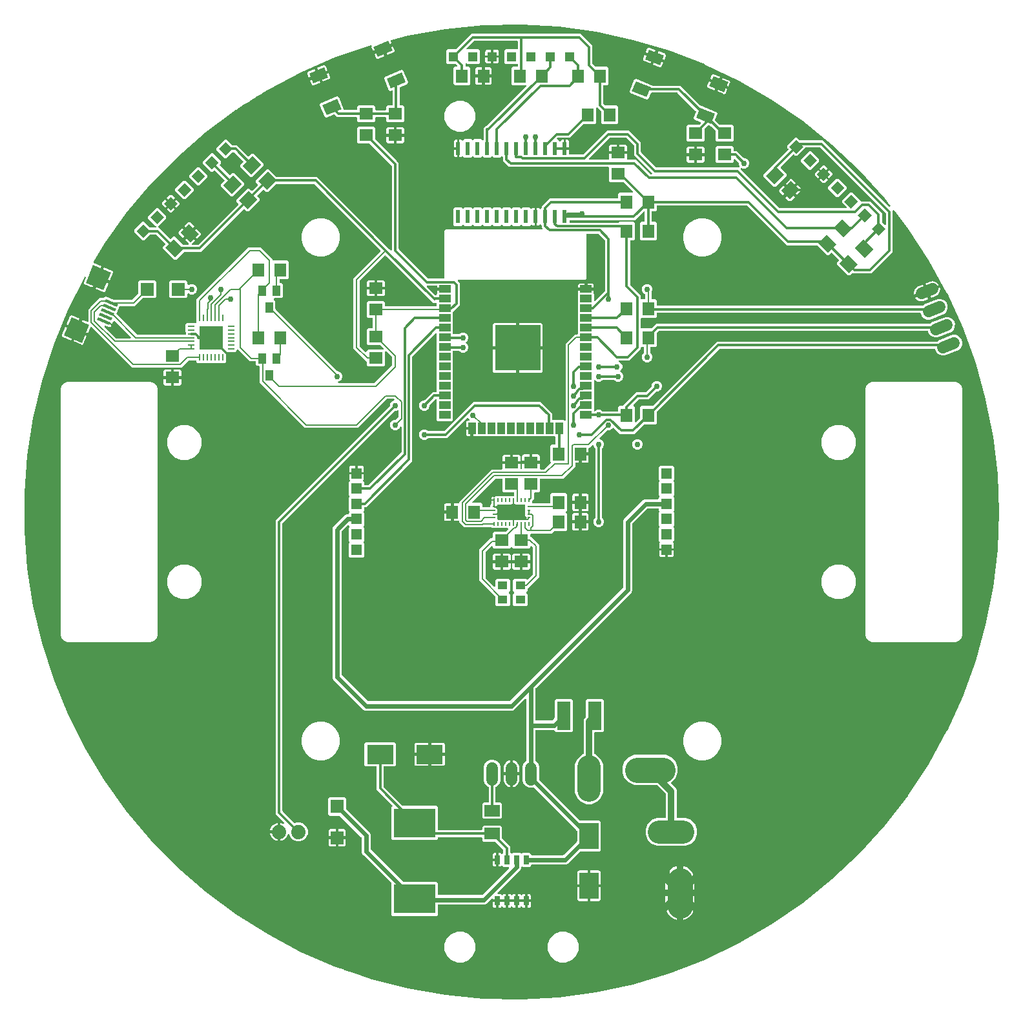
<source format=gbr>
G04 EAGLE Gerber RS-274X export*
G75*
%MOMM*%
%FSLAX34Y34*%
%LPD*%
%INTop Copper*%
%IPPOS*%
%AMOC8*
5,1,8,0,0,1.08239X$1,22.5*%
G01*
%ADD10R,2.500000X3.500000*%
%ADD11R,1.600000X1.800000*%
%ADD12R,1.800000X1.600000*%
%ADD13R,3.500000X2.500000*%
%ADD14R,1.700000X1.800000*%
%ADD15R,1.800000X1.700000*%
%ADD16C,1.524000*%
%ADD17R,5.500000X3.850000*%
%ADD18R,1.000000X1.400000*%
%ADD19R,1.600000X1.803000*%
%ADD20R,1.803000X1.600000*%
%ADD21R,1.422400X1.422400*%
%ADD22R,0.600000X1.800000*%
%ADD23R,1.270000X1.270000*%
%ADD24R,1.270000X1.270000*%
%ADD25R,0.650000X1.300000*%
%ADD26R,1.500000X1.000000*%
%ADD27R,1.000000X1.500000*%
%ADD28R,6.000000X6.000000*%
%ADD29R,1.397000X2.108200*%
%ADD30C,3.048000*%
%ADD31C,3.302000*%
%ADD32R,1.750000X0.400000*%
%ADD33R,2.540000X2.540000*%
%ADD34R,0.900000X0.254000*%
%ADD35R,0.254000X0.900000*%
%ADD36R,3.100000X3.100000*%
%ADD37C,1.879600*%
%ADD38R,0.250000X0.475000*%
%ADD39R,0.375000X0.250000*%
%ADD40R,1.300000X1.100000*%
%ADD41R,1.800000X3.700000*%
%ADD42R,2.000000X1.500000*%
%ADD43C,0.609600*%
%ADD44C,0.756400*%
%ADD45C,0.203200*%
%ADD46C,0.304800*%
%ADD47C,0.812800*%

G36*
X12397Y-638952D02*
X12397Y-638952D01*
X12432Y-638956D01*
X61830Y-636078D01*
X61874Y-636070D01*
X61909Y-636071D01*
X110936Y-629374D01*
X110978Y-629362D01*
X111013Y-629361D01*
X159374Y-618885D01*
X159415Y-618870D01*
X159450Y-618865D01*
X206854Y-604674D01*
X206894Y-604655D01*
X206928Y-604648D01*
X253089Y-586826D01*
X253128Y-586805D01*
X253161Y-586795D01*
X297803Y-565449D01*
X297839Y-565424D01*
X297872Y-565412D01*
X340725Y-540671D01*
X340760Y-540644D01*
X340792Y-540629D01*
X381598Y-512642D01*
X381631Y-512612D01*
X381662Y-512595D01*
X420177Y-481529D01*
X420207Y-481497D01*
X420236Y-481477D01*
X456228Y-447521D01*
X456256Y-447486D01*
X456283Y-447464D01*
X489536Y-410821D01*
X489560Y-410784D01*
X489586Y-410760D01*
X519899Y-371650D01*
X519921Y-371612D01*
X519945Y-371586D01*
X547136Y-330244D01*
X547155Y-330204D01*
X547176Y-330177D01*
X571082Y-286852D01*
X571098Y-286811D01*
X571117Y-286782D01*
X591594Y-241735D01*
X591606Y-241693D01*
X591623Y-241662D01*
X608547Y-195164D01*
X608556Y-195121D01*
X608571Y-195089D01*
X621841Y-147419D01*
X621847Y-147376D01*
X621859Y-147343D01*
X631395Y-98788D01*
X631397Y-98744D01*
X631407Y-98710D01*
X637152Y-49563D01*
X637151Y-49519D01*
X637158Y-49484D01*
X639077Y-39D01*
X639072Y4D01*
X639077Y39D01*
X637158Y49484D01*
X637150Y49528D01*
X637152Y49563D01*
X631407Y98710D01*
X631396Y98753D01*
X631395Y98788D01*
X621859Y147343D01*
X621845Y147384D01*
X621841Y147419D01*
X608571Y195089D01*
X608554Y195130D01*
X608547Y195164D01*
X591623Y241662D01*
X591603Y241701D01*
X591594Y241735D01*
X571117Y286782D01*
X571094Y286819D01*
X571082Y286852D01*
X547176Y330177D01*
X547150Y330212D01*
X547136Y330244D01*
X519945Y371586D01*
X519916Y371619D01*
X519899Y371650D01*
X501690Y395143D01*
X501624Y395208D01*
X501563Y395279D01*
X501522Y395307D01*
X501487Y395341D01*
X501405Y395385D01*
X501327Y395437D01*
X501279Y395452D01*
X501236Y395475D01*
X501145Y395495D01*
X501056Y395523D01*
X501006Y395524D01*
X500958Y395534D01*
X500865Y395528D01*
X500772Y395530D01*
X500724Y395517D01*
X500674Y395514D01*
X500586Y395482D01*
X500497Y395458D01*
X500454Y395433D01*
X500407Y395416D01*
X500332Y395360D01*
X500252Y395313D01*
X500218Y395277D01*
X500178Y395247D01*
X500121Y395173D01*
X500058Y395106D01*
X500035Y395061D01*
X500005Y395022D01*
X499971Y394935D01*
X499928Y394852D01*
X499921Y394809D01*
X499901Y394757D01*
X499885Y394597D01*
X499873Y394521D01*
X499873Y341006D01*
X474770Y315903D01*
X471794Y312927D01*
X447818Y312927D01*
X447798Y312935D01*
X447747Y312965D01*
X447666Y312985D01*
X447587Y313015D01*
X447529Y313020D01*
X447472Y313035D01*
X447388Y313032D01*
X447304Y313039D01*
X447246Y313027D01*
X447188Y313026D01*
X447108Y313000D01*
X447025Y312983D01*
X446973Y312956D01*
X446917Y312938D01*
X446861Y312898D01*
X446773Y312852D01*
X446700Y312783D01*
X446644Y312743D01*
X444045Y310145D01*
X441520Y310145D01*
X426985Y324680D01*
X426985Y327205D01*
X428948Y329169D01*
X428983Y329216D01*
X429026Y329256D01*
X429069Y329329D01*
X429119Y329396D01*
X429140Y329451D01*
X429170Y329501D01*
X429190Y329583D01*
X429220Y329662D01*
X429225Y329720D01*
X429240Y329777D01*
X429237Y329861D01*
X429244Y329945D01*
X429232Y330002D01*
X429231Y330061D01*
X429205Y330141D01*
X429188Y330224D01*
X429161Y330276D01*
X429143Y330331D01*
X429103Y330388D01*
X429057Y330476D01*
X428988Y330549D01*
X428948Y330605D01*
X420140Y339413D01*
X420093Y339448D01*
X420053Y339491D01*
X419980Y339534D01*
X419913Y339584D01*
X419858Y339605D01*
X419807Y339635D01*
X419726Y339655D01*
X419647Y339685D01*
X419589Y339690D01*
X419532Y339705D01*
X419448Y339702D01*
X419364Y339709D01*
X419306Y339697D01*
X419248Y339696D01*
X419168Y339670D01*
X419085Y339653D01*
X419033Y339626D01*
X418977Y339608D01*
X418921Y339568D01*
X418833Y339522D01*
X418760Y339453D01*
X418704Y339413D01*
X416105Y336815D01*
X413580Y336815D01*
X401008Y349387D01*
X400938Y349439D01*
X400874Y349499D01*
X400825Y349525D01*
X400780Y349558D01*
X400699Y349589D01*
X400621Y349629D01*
X400573Y349637D01*
X400515Y349659D01*
X400367Y349671D01*
X400290Y349684D01*
X360610Y349684D01*
X308764Y401530D01*
X308694Y401582D01*
X308631Y401642D01*
X308581Y401668D01*
X308537Y401701D01*
X308455Y401732D01*
X308377Y401772D01*
X308330Y401780D01*
X308271Y401802D01*
X308124Y401814D01*
X308046Y401827D01*
X191384Y401827D01*
X191326Y401819D01*
X191268Y401821D01*
X191186Y401799D01*
X191102Y401787D01*
X191049Y401764D01*
X190993Y401749D01*
X190920Y401706D01*
X190843Y401671D01*
X190798Y401633D01*
X190748Y401604D01*
X190690Y401542D01*
X190626Y401488D01*
X190594Y401439D01*
X190554Y401396D01*
X190515Y401321D01*
X190468Y401251D01*
X190451Y401195D01*
X190424Y401143D01*
X190413Y401075D01*
X190383Y400980D01*
X190380Y400880D01*
X190369Y400812D01*
X190369Y396122D01*
X188583Y394336D01*
X184908Y394336D01*
X184850Y394328D01*
X184792Y394330D01*
X184710Y394308D01*
X184626Y394296D01*
X184573Y394273D01*
X184517Y394258D01*
X184444Y394215D01*
X184367Y394180D01*
X184322Y394142D01*
X184272Y394113D01*
X184214Y394051D01*
X184150Y393997D01*
X184118Y393948D01*
X184078Y393905D01*
X184039Y393830D01*
X183992Y393760D01*
X183975Y393704D01*
X183948Y393652D01*
X183937Y393584D01*
X183907Y393489D01*
X183904Y393389D01*
X183893Y393321D01*
X183893Y381379D01*
X183901Y381321D01*
X183899Y381263D01*
X183921Y381181D01*
X183933Y381097D01*
X183956Y381044D01*
X183971Y380988D01*
X184014Y380915D01*
X184049Y380838D01*
X184087Y380793D01*
X184116Y380743D01*
X184178Y380685D01*
X184232Y380621D01*
X184281Y380589D01*
X184324Y380549D01*
X184399Y380510D01*
X184469Y380463D01*
X184525Y380446D01*
X184577Y380419D01*
X184645Y380408D01*
X184740Y380378D01*
X184840Y380375D01*
X184908Y380364D01*
X188583Y380364D01*
X190369Y378578D01*
X190369Y358022D01*
X188583Y356236D01*
X170057Y356236D01*
X168271Y358022D01*
X168271Y378578D01*
X170057Y380364D01*
X173732Y380364D01*
X173790Y380372D01*
X173848Y380370D01*
X173930Y380392D01*
X174014Y380404D01*
X174067Y380427D01*
X174123Y380442D01*
X174196Y380485D01*
X174273Y380520D01*
X174318Y380558D01*
X174368Y380587D01*
X174426Y380649D01*
X174490Y380703D01*
X174522Y380752D01*
X174562Y380795D01*
X174601Y380870D01*
X174648Y380940D01*
X174665Y380996D01*
X174692Y381048D01*
X174703Y381116D01*
X174733Y381211D01*
X174736Y381311D01*
X174747Y381379D01*
X174747Y392909D01*
X174743Y392939D01*
X174746Y392968D01*
X174723Y393079D01*
X174707Y393191D01*
X174695Y393218D01*
X174690Y393246D01*
X174638Y393347D01*
X174591Y393450D01*
X174572Y393473D01*
X174559Y393499D01*
X174481Y393581D01*
X174408Y393667D01*
X174383Y393684D01*
X174363Y393705D01*
X174265Y393762D01*
X174171Y393825D01*
X174143Y393834D01*
X174118Y393849D01*
X174008Y393876D01*
X173900Y393911D01*
X173870Y393911D01*
X173842Y393919D01*
X173729Y393915D01*
X173616Y393918D01*
X173587Y393911D01*
X173558Y393910D01*
X173450Y393875D01*
X173341Y393846D01*
X173315Y393831D01*
X173287Y393822D01*
X173224Y393777D01*
X173096Y393701D01*
X173053Y393655D01*
X173014Y393627D01*
X161864Y382477D01*
X76914Y382477D01*
X76856Y382469D01*
X76798Y382471D01*
X76716Y382449D01*
X76632Y382437D01*
X76579Y382414D01*
X76523Y382399D01*
X76450Y382356D01*
X76373Y382321D01*
X76328Y382283D01*
X76278Y382254D01*
X76220Y382192D01*
X76156Y382138D01*
X76124Y382089D01*
X76084Y382046D01*
X76045Y381971D01*
X75998Y381901D01*
X75981Y381845D01*
X75954Y381793D01*
X75943Y381725D01*
X75913Y381630D01*
X75910Y381530D01*
X75899Y381462D01*
X75899Y380052D01*
X75907Y379994D01*
X75905Y379936D01*
X75927Y379854D01*
X75939Y379771D01*
X75962Y379717D01*
X75977Y379661D01*
X76020Y379588D01*
X76055Y379511D01*
X76093Y379467D01*
X76122Y379416D01*
X76184Y379359D01*
X76238Y379294D01*
X76287Y379262D01*
X76330Y379222D01*
X76405Y379183D01*
X76475Y379137D01*
X76531Y379119D01*
X76583Y379092D01*
X76651Y379081D01*
X76746Y379051D01*
X76846Y379048D01*
X76914Y379037D01*
X139870Y379037D01*
X139956Y379049D01*
X140044Y379052D01*
X140097Y379069D01*
X140151Y379077D01*
X140231Y379113D01*
X140314Y379139D01*
X140354Y379167D01*
X140411Y379193D01*
X140524Y379289D01*
X140588Y379334D01*
X141617Y380364D01*
X160143Y380364D01*
X161929Y378578D01*
X161929Y358022D01*
X160143Y356236D01*
X156468Y356236D01*
X156410Y356228D01*
X156352Y356230D01*
X156270Y356208D01*
X156186Y356196D01*
X156133Y356173D01*
X156077Y356158D01*
X156004Y356115D01*
X155927Y356080D01*
X155882Y356042D01*
X155832Y356013D01*
X155774Y355951D01*
X155710Y355897D01*
X155678Y355848D01*
X155638Y355805D01*
X155599Y355730D01*
X155552Y355660D01*
X155535Y355604D01*
X155508Y355552D01*
X155497Y355484D01*
X155467Y355389D01*
X155464Y355289D01*
X155453Y355221D01*
X155453Y298475D01*
X155465Y298388D01*
X155468Y298301D01*
X155485Y298248D01*
X155493Y298193D01*
X155528Y298113D01*
X155555Y298030D01*
X155583Y297991D01*
X155609Y297934D01*
X155705Y297820D01*
X155750Y297757D01*
X169673Y283834D01*
X169673Y279779D01*
X169680Y279731D01*
X169679Y279728D01*
X169681Y279723D01*
X169681Y279721D01*
X169679Y279663D01*
X169701Y279581D01*
X169713Y279497D01*
X169736Y279444D01*
X169751Y279388D01*
X169794Y279315D01*
X169829Y279238D01*
X169867Y279193D01*
X169896Y279143D01*
X169958Y279085D01*
X170012Y279021D01*
X170061Y278989D01*
X170104Y278949D01*
X170179Y278910D01*
X170249Y278863D01*
X170305Y278846D01*
X170357Y278819D01*
X170425Y278808D01*
X170520Y278778D01*
X170620Y278775D01*
X170688Y278764D01*
X174240Y278764D01*
X174298Y278772D01*
X174356Y278770D01*
X174438Y278792D01*
X174522Y278804D01*
X174575Y278827D01*
X174631Y278842D01*
X174704Y278885D01*
X174781Y278920D01*
X174826Y278958D01*
X174876Y278987D01*
X174934Y279049D01*
X174998Y279103D01*
X175030Y279152D01*
X175070Y279195D01*
X175109Y279270D01*
X175156Y279340D01*
X175173Y279396D01*
X175200Y279448D01*
X175211Y279516D01*
X175241Y279611D01*
X175244Y279711D01*
X175255Y279779D01*
X175255Y285082D01*
X175255Y285084D01*
X175255Y285085D01*
X175235Y285224D01*
X175215Y285364D01*
X175215Y285365D01*
X175215Y285367D01*
X175157Y285494D01*
X175099Y285623D01*
X175098Y285624D01*
X175097Y285626D01*
X175008Y285731D01*
X174916Y285840D01*
X174914Y285841D01*
X174913Y285842D01*
X174900Y285850D01*
X174679Y285998D01*
X174650Y286007D01*
X174629Y286020D01*
X173931Y286309D01*
X172009Y288231D01*
X170969Y290741D01*
X170969Y293459D01*
X172009Y295969D01*
X173931Y297891D01*
X176441Y298931D01*
X179159Y298931D01*
X181669Y297891D01*
X183591Y295969D01*
X184631Y293459D01*
X184631Y290741D01*
X183576Y288195D01*
X183570Y288188D01*
X183544Y288139D01*
X183511Y288095D01*
X183480Y288013D01*
X183440Y287935D01*
X183432Y287888D01*
X183410Y287829D01*
X183398Y287681D01*
X183385Y287604D01*
X183385Y279779D01*
X183392Y279731D01*
X183391Y279728D01*
X183393Y279723D01*
X183393Y279721D01*
X183391Y279663D01*
X183413Y279581D01*
X183425Y279497D01*
X183448Y279444D01*
X183463Y279388D01*
X183506Y279315D01*
X183541Y279238D01*
X183579Y279193D01*
X183608Y279143D01*
X183670Y279085D01*
X183724Y279021D01*
X183773Y278989D01*
X183816Y278949D01*
X183891Y278910D01*
X183961Y278863D01*
X184017Y278846D01*
X184069Y278819D01*
X184137Y278808D01*
X184232Y278778D01*
X184332Y278775D01*
X184400Y278764D01*
X188583Y278764D01*
X190369Y276978D01*
X190369Y271380D01*
X190377Y271322D01*
X190375Y271263D01*
X190397Y271182D01*
X190409Y271098D01*
X190432Y271045D01*
X190447Y270988D01*
X190490Y270916D01*
X190525Y270839D01*
X190563Y270794D01*
X190592Y270744D01*
X190654Y270686D01*
X190708Y270622D01*
X190757Y270589D01*
X190800Y270549D01*
X190875Y270511D01*
X190945Y270464D01*
X191001Y270447D01*
X191053Y270420D01*
X191121Y270409D01*
X191216Y270378D01*
X191316Y270376D01*
X191384Y270364D01*
X538905Y270364D01*
X538986Y270376D01*
X539067Y270377D01*
X539126Y270396D01*
X539187Y270404D01*
X539261Y270437D01*
X539339Y270462D01*
X539382Y270492D01*
X539446Y270521D01*
X539550Y270608D01*
X539614Y270653D01*
X541076Y272080D01*
X559167Y279315D01*
X563411Y279264D01*
X567312Y277592D01*
X570276Y274554D01*
X571853Y270613D01*
X571801Y266369D01*
X570129Y262468D01*
X567091Y259504D01*
X549000Y252268D01*
X544756Y252320D01*
X540855Y253992D01*
X537891Y257029D01*
X536471Y260581D01*
X536467Y260588D01*
X536465Y260595D01*
X536396Y260710D01*
X536329Y260827D01*
X536323Y260833D01*
X536319Y260840D01*
X536221Y260932D01*
X536125Y261025D01*
X536118Y261029D01*
X536112Y261034D01*
X535992Y261096D01*
X535874Y261158D01*
X535866Y261160D01*
X535859Y261164D01*
X535809Y261172D01*
X535595Y261217D01*
X535558Y261214D01*
X535528Y261219D01*
X191384Y261219D01*
X191326Y261211D01*
X191268Y261212D01*
X191186Y261191D01*
X191102Y261179D01*
X191049Y261155D01*
X190993Y261141D01*
X190920Y261097D01*
X190843Y261063D01*
X190798Y261025D01*
X190748Y260995D01*
X190690Y260934D01*
X190626Y260879D01*
X190594Y260831D01*
X190554Y260788D01*
X190515Y260713D01*
X190468Y260643D01*
X190451Y260587D01*
X190424Y260535D01*
X190413Y260467D01*
X190383Y260372D01*
X190380Y260272D01*
X190369Y260204D01*
X190369Y256422D01*
X188583Y254636D01*
X170688Y254636D01*
X170630Y254628D01*
X170572Y254630D01*
X170490Y254608D01*
X170406Y254596D01*
X170353Y254573D01*
X170297Y254558D01*
X170224Y254515D01*
X170147Y254480D01*
X170102Y254442D01*
X170052Y254413D01*
X169994Y254351D01*
X169930Y254297D01*
X169898Y254248D01*
X169858Y254205D01*
X169819Y254130D01*
X169772Y254060D01*
X169755Y254004D01*
X169728Y253952D01*
X169717Y253884D01*
X169687Y253789D01*
X169684Y253689D01*
X169673Y253621D01*
X169673Y241679D01*
X169681Y241621D01*
X169679Y241563D01*
X169701Y241481D01*
X169713Y241397D01*
X169736Y241344D01*
X169751Y241288D01*
X169794Y241215D01*
X169829Y241138D01*
X169867Y241093D01*
X169896Y241043D01*
X169958Y240985D01*
X170012Y240921D01*
X170061Y240889D01*
X170104Y240849D01*
X170179Y240810D01*
X170249Y240763D01*
X170305Y240746D01*
X170357Y240719D01*
X170425Y240708D01*
X170520Y240678D01*
X170620Y240675D01*
X170688Y240664D01*
X182976Y240664D01*
X183063Y240676D01*
X183150Y240679D01*
X183203Y240696D01*
X183258Y240704D01*
X183338Y240739D01*
X183421Y240766D01*
X183460Y240794D01*
X183517Y240820D01*
X183631Y240916D01*
X183694Y240961D01*
X189514Y246781D01*
X548338Y246781D01*
X548419Y246792D01*
X548500Y246794D01*
X548559Y246812D01*
X548620Y246821D01*
X548694Y246854D01*
X548771Y246878D01*
X548815Y246908D01*
X548879Y246937D01*
X548983Y247025D01*
X549047Y247070D01*
X550509Y248496D01*
X568600Y255732D01*
X572844Y255680D01*
X576745Y254008D01*
X579709Y250970D01*
X581285Y247030D01*
X581233Y242786D01*
X579561Y238885D01*
X576524Y235920D01*
X558433Y228685D01*
X554189Y228736D01*
X550288Y230408D01*
X547324Y233446D01*
X545903Y236997D01*
X545899Y237004D01*
X545897Y237012D01*
X545829Y237126D01*
X545762Y237244D01*
X545756Y237249D01*
X545752Y237256D01*
X545654Y237348D01*
X545557Y237442D01*
X545551Y237445D01*
X545545Y237451D01*
X545425Y237512D01*
X545306Y237575D01*
X545299Y237576D01*
X545292Y237580D01*
X545242Y237588D01*
X545028Y237633D01*
X544991Y237630D01*
X544961Y237635D01*
X193723Y237635D01*
X193636Y237623D01*
X193549Y237620D01*
X193496Y237603D01*
X193441Y237596D01*
X193362Y237560D01*
X193278Y237533D01*
X193239Y237505D01*
X193182Y237479D01*
X193069Y237384D01*
X193005Y237338D01*
X190666Y234999D01*
X190614Y234929D01*
X190554Y234866D01*
X190528Y234816D01*
X190495Y234772D01*
X190464Y234690D01*
X190424Y234612D01*
X190416Y234565D01*
X190394Y234506D01*
X190382Y234359D01*
X190369Y234281D01*
X190369Y218322D01*
X188583Y216536D01*
X182880Y216536D01*
X182822Y216528D01*
X182764Y216530D01*
X182682Y216508D01*
X182598Y216496D01*
X182545Y216473D01*
X182489Y216458D01*
X182416Y216415D01*
X182339Y216380D01*
X182294Y216342D01*
X182244Y216313D01*
X182186Y216251D01*
X182122Y216197D01*
X182090Y216148D01*
X182050Y216105D01*
X182011Y216030D01*
X181964Y215960D01*
X181947Y215904D01*
X181920Y215852D01*
X181909Y215784D01*
X181879Y215689D01*
X181876Y215589D01*
X181865Y215521D01*
X181865Y209216D01*
X181877Y209129D01*
X181880Y209042D01*
X181897Y208989D01*
X181905Y208934D01*
X181940Y208855D01*
X181967Y208771D01*
X181995Y208732D01*
X182021Y208675D01*
X182117Y208562D01*
X182162Y208498D01*
X183591Y207069D01*
X184631Y204559D01*
X184631Y201841D01*
X183591Y199331D01*
X181669Y197409D01*
X179159Y196369D01*
X176441Y196369D01*
X173931Y197409D01*
X172009Y199331D01*
X170969Y201841D01*
X170969Y204559D01*
X172009Y207069D01*
X173438Y208498D01*
X173490Y208568D01*
X173550Y208632D01*
X173576Y208681D01*
X173609Y208725D01*
X173640Y208807D01*
X173680Y208885D01*
X173688Y208932D01*
X173710Y208991D01*
X173722Y209139D01*
X173735Y209216D01*
X173735Y215521D01*
X173727Y215579D01*
X173729Y215637D01*
X173707Y215719D01*
X173695Y215803D01*
X173672Y215856D01*
X173657Y215912D01*
X173614Y215985D01*
X173579Y216062D01*
X173541Y216107D01*
X173512Y216157D01*
X173450Y216215D01*
X173396Y216279D01*
X173347Y216311D01*
X173304Y216351D01*
X173229Y216390D01*
X173159Y216437D01*
X173103Y216454D01*
X173051Y216481D01*
X172983Y216492D01*
X172888Y216522D01*
X172788Y216525D01*
X172720Y216536D01*
X170688Y216536D01*
X170630Y216528D01*
X170572Y216530D01*
X170490Y216508D01*
X170406Y216496D01*
X170353Y216473D01*
X170297Y216458D01*
X170224Y216415D01*
X170147Y216380D01*
X170102Y216342D01*
X170052Y216313D01*
X169994Y216251D01*
X169930Y216197D01*
X169898Y216148D01*
X169858Y216105D01*
X169819Y216030D01*
X169772Y215960D01*
X169755Y215904D01*
X169728Y215852D01*
X169717Y215784D01*
X169687Y215689D01*
X169684Y215589D01*
X169673Y215521D01*
X169673Y214006D01*
X154294Y198627D01*
X141763Y198627D01*
X141677Y198615D01*
X141592Y198613D01*
X141537Y198595D01*
X141481Y198587D01*
X141403Y198552D01*
X141321Y198526D01*
X141274Y198494D01*
X141222Y198471D01*
X141156Y198416D01*
X141085Y198368D01*
X141048Y198324D01*
X141005Y198288D01*
X140957Y198216D01*
X140902Y198150D01*
X140879Y198098D01*
X140847Y198051D01*
X140821Y197969D01*
X140786Y197890D01*
X140778Y197834D01*
X140761Y197780D01*
X140759Y197694D01*
X140747Y197609D01*
X140755Y197553D01*
X140754Y197496D01*
X140776Y197413D01*
X140788Y197327D01*
X140811Y197276D01*
X140826Y197221D01*
X140870Y197147D01*
X140905Y197068D01*
X140942Y197025D01*
X140971Y196976D01*
X141034Y196917D01*
X141089Y196852D01*
X141131Y196826D01*
X141178Y196782D01*
X141308Y196716D01*
X141374Y196674D01*
X142299Y196291D01*
X144221Y194369D01*
X145261Y191859D01*
X145261Y189141D01*
X144221Y186631D01*
X142955Y185365D01*
X142886Y185273D01*
X142812Y185185D01*
X142801Y185160D01*
X142784Y185138D01*
X142743Y185030D01*
X142696Y184925D01*
X142693Y184898D01*
X142683Y184872D01*
X142673Y184757D01*
X142657Y184644D01*
X142661Y184616D01*
X142659Y184589D01*
X142682Y184476D01*
X142698Y184362D01*
X142710Y184337D01*
X142715Y184310D01*
X142768Y184208D01*
X142815Y184103D01*
X142833Y184082D01*
X142846Y184058D01*
X142925Y183974D01*
X143000Y183887D01*
X143021Y183874D01*
X143042Y183851D01*
X143271Y183717D01*
X143284Y183709D01*
X143569Y183591D01*
X145491Y181669D01*
X146531Y179159D01*
X146531Y176441D01*
X145491Y173931D01*
X143569Y172009D01*
X141059Y170969D01*
X138341Y170969D01*
X135831Y172009D01*
X134910Y172930D01*
X134840Y172982D01*
X134776Y173042D01*
X134727Y173068D01*
X134683Y173101D01*
X134601Y173132D01*
X134523Y173172D01*
X134476Y173180D01*
X134417Y173202D01*
X134269Y173214D01*
X134192Y173227D01*
X119808Y173227D01*
X119721Y173215D01*
X119634Y173212D01*
X119581Y173195D01*
X119526Y173187D01*
X119447Y173152D01*
X119363Y173125D01*
X119324Y173097D01*
X119267Y173071D01*
X119154Y172975D01*
X119090Y172930D01*
X118169Y172009D01*
X115659Y170969D01*
X112941Y170969D01*
X110431Y172009D01*
X109862Y172578D01*
X109838Y172596D01*
X109819Y172618D01*
X109725Y172681D01*
X109635Y172749D01*
X109607Y172759D01*
X109583Y172776D01*
X109475Y172810D01*
X109369Y172850D01*
X109340Y172853D01*
X109312Y172861D01*
X109198Y172864D01*
X109086Y172874D01*
X109057Y172868D01*
X109028Y172869D01*
X108918Y172840D01*
X108807Y172818D01*
X108781Y172804D01*
X108753Y172797D01*
X108655Y172739D01*
X108555Y172687D01*
X108533Y172667D01*
X108508Y172652D01*
X108431Y172569D01*
X108349Y172491D01*
X108334Y172466D01*
X108314Y172444D01*
X108262Y172343D01*
X108205Y172246D01*
X108198Y172217D01*
X108184Y172191D01*
X108171Y172114D01*
X108135Y171970D01*
X108137Y171908D01*
X108129Y171860D01*
X108129Y133090D01*
X108133Y133061D01*
X108130Y133032D01*
X108153Y132921D01*
X108169Y132808D01*
X108181Y132782D01*
X108186Y132753D01*
X108239Y132652D01*
X108285Y132549D01*
X108304Y132527D01*
X108317Y132501D01*
X108395Y132418D01*
X108468Y132332D01*
X108493Y132316D01*
X108513Y132294D01*
X108611Y132237D01*
X108705Y132174D01*
X108733Y132166D01*
X108758Y132151D01*
X108868Y132123D01*
X108976Y132089D01*
X109006Y132088D01*
X109034Y132081D01*
X109147Y132084D01*
X109260Y132081D01*
X109289Y132089D01*
X109318Y132090D01*
X109426Y132125D01*
X109535Y132153D01*
X109561Y132168D01*
X109589Y132177D01*
X109653Y132223D01*
X109780Y132298D01*
X109823Y132344D01*
X109862Y132372D01*
X110431Y132941D01*
X112941Y133981D01*
X115659Y133981D01*
X118169Y132941D01*
X119090Y132020D01*
X119160Y131968D01*
X119224Y131908D01*
X119273Y131882D01*
X119317Y131849D01*
X119399Y131818D01*
X119477Y131778D01*
X119524Y131770D01*
X119583Y131748D01*
X119731Y131736D01*
X119808Y131723D01*
X138816Y131723D01*
X138874Y131731D01*
X138932Y131729D01*
X139014Y131751D01*
X139098Y131763D01*
X139151Y131786D01*
X139207Y131801D01*
X139280Y131844D01*
X139357Y131879D01*
X139402Y131917D01*
X139452Y131946D01*
X139510Y132008D01*
X139574Y132062D01*
X139606Y132111D01*
X139646Y132154D01*
X139685Y132229D01*
X139732Y132299D01*
X139749Y132355D01*
X139776Y132407D01*
X139787Y132475D01*
X139817Y132570D01*
X139820Y132670D01*
X139831Y132738D01*
X139831Y137278D01*
X141617Y139064D01*
X145142Y139064D01*
X145200Y139072D01*
X145258Y139070D01*
X145340Y139092D01*
X145424Y139104D01*
X145477Y139127D01*
X145533Y139142D01*
X145606Y139185D01*
X145683Y139220D01*
X145728Y139258D01*
X145778Y139287D01*
X145836Y139349D01*
X145900Y139403D01*
X145932Y139452D01*
X145972Y139495D01*
X146011Y139570D01*
X146058Y139640D01*
X146075Y139696D01*
X146102Y139748D01*
X146113Y139816D01*
X146143Y139910D01*
X163206Y156973D01*
X175485Y156973D01*
X175572Y156985D01*
X175659Y156988D01*
X175712Y157005D01*
X175767Y157013D01*
X175847Y157048D01*
X175930Y157075D01*
X175969Y157103D01*
X176026Y157129D01*
X176140Y157225D01*
X176203Y157270D01*
X183372Y164439D01*
X183424Y164509D01*
X183484Y164572D01*
X183510Y164622D01*
X183543Y164666D01*
X183574Y164748D01*
X183614Y164826D01*
X183622Y164873D01*
X183644Y164932D01*
X183656Y165079D01*
X183669Y165157D01*
X183669Y166459D01*
X184709Y168969D01*
X186631Y170891D01*
X189141Y171931D01*
X191859Y171931D01*
X194369Y170891D01*
X196291Y168969D01*
X197331Y166459D01*
X197331Y163741D01*
X196291Y161231D01*
X194369Y159309D01*
X191859Y158269D01*
X190557Y158269D01*
X190470Y158257D01*
X190383Y158254D01*
X190330Y158237D01*
X190275Y158229D01*
X190195Y158194D01*
X190112Y158167D01*
X190073Y158139D01*
X190016Y158113D01*
X189902Y158017D01*
X189839Y157972D01*
X179694Y147827D01*
X167415Y147827D01*
X167328Y147815D01*
X167241Y147812D01*
X167188Y147795D01*
X167133Y147787D01*
X167053Y147752D01*
X166970Y147725D01*
X166931Y147697D01*
X166874Y147671D01*
X166761Y147575D01*
X166697Y147530D01*
X159905Y140738D01*
X159869Y140691D01*
X159827Y140651D01*
X159784Y140578D01*
X159734Y140511D01*
X159713Y140456D01*
X159683Y140405D01*
X159663Y140324D01*
X159632Y140245D01*
X159628Y140187D01*
X159613Y140130D01*
X159616Y140046D01*
X159609Y139962D01*
X159620Y139904D01*
X159622Y139846D01*
X159648Y139766D01*
X159665Y139683D01*
X159692Y139631D01*
X159710Y139575D01*
X159750Y139519D01*
X159796Y139431D01*
X159864Y139358D01*
X159905Y139302D01*
X161929Y137278D01*
X161929Y118527D01*
X161933Y118497D01*
X161930Y118468D01*
X161953Y118357D01*
X161969Y118245D01*
X161981Y118218D01*
X161986Y118190D01*
X162038Y118089D01*
X162085Y117986D01*
X162104Y117963D01*
X162117Y117937D01*
X162195Y117855D01*
X162268Y117769D01*
X162293Y117752D01*
X162313Y117731D01*
X162411Y117674D01*
X162505Y117611D01*
X162533Y117602D01*
X162558Y117587D01*
X162668Y117560D01*
X162776Y117525D01*
X162806Y117525D01*
X162834Y117517D01*
X162947Y117521D01*
X163060Y117518D01*
X163089Y117525D01*
X163118Y117526D01*
X163226Y117561D01*
X163335Y117590D01*
X163361Y117605D01*
X163389Y117614D01*
X163452Y117659D01*
X163580Y117735D01*
X163623Y117781D01*
X163662Y117809D01*
X167974Y122121D01*
X168026Y122191D01*
X168086Y122254D01*
X168112Y122304D01*
X168145Y122348D01*
X168176Y122430D01*
X168216Y122508D01*
X168224Y122555D01*
X168246Y122614D01*
X168258Y122761D01*
X168271Y122839D01*
X168271Y137278D01*
X170057Y139064D01*
X184496Y139064D01*
X184583Y139076D01*
X184670Y139079D01*
X184723Y139096D01*
X184778Y139104D01*
X184858Y139139D01*
X184941Y139166D01*
X184980Y139194D01*
X185037Y139220D01*
X185151Y139316D01*
X185214Y139361D01*
X269051Y223197D01*
X557771Y223197D01*
X557851Y223209D01*
X557933Y223210D01*
X557992Y223229D01*
X558052Y223237D01*
X558126Y223270D01*
X558204Y223295D01*
X558248Y223325D01*
X558312Y223354D01*
X558416Y223441D01*
X558480Y223486D01*
X559942Y224913D01*
X578032Y232148D01*
X582276Y232097D01*
X586178Y230424D01*
X589142Y227387D01*
X590718Y223446D01*
X590666Y219202D01*
X588994Y215301D01*
X585957Y212337D01*
X567866Y205101D01*
X563622Y205153D01*
X559721Y206825D01*
X556756Y209862D01*
X555336Y213414D01*
X555332Y213421D01*
X555330Y213428D01*
X555262Y213543D01*
X555194Y213660D01*
X555189Y213666D01*
X555185Y213673D01*
X555086Y213765D01*
X554990Y213858D01*
X554983Y213862D01*
X554978Y213867D01*
X554857Y213929D01*
X554739Y213991D01*
X554731Y213993D01*
X554724Y213996D01*
X554675Y214005D01*
X554461Y214050D01*
X554423Y214047D01*
X554393Y214052D01*
X273259Y214052D01*
X273173Y214040D01*
X273085Y214037D01*
X273033Y214020D01*
X272978Y214012D01*
X272898Y213976D01*
X272815Y213949D01*
X272776Y213921D01*
X272718Y213896D01*
X272605Y213800D01*
X272541Y213755D01*
X190666Y131879D01*
X190614Y131809D01*
X190554Y131746D01*
X190528Y131696D01*
X190495Y131652D01*
X190464Y131570D01*
X190424Y131492D01*
X190416Y131445D01*
X190394Y131386D01*
X190382Y131239D01*
X190369Y131161D01*
X190369Y116722D01*
X188583Y114936D01*
X174144Y114936D01*
X174057Y114924D01*
X173970Y114921D01*
X173917Y114904D01*
X173862Y114896D01*
X173782Y114861D01*
X173699Y114834D01*
X173660Y114806D01*
X173603Y114780D01*
X173489Y114684D01*
X173426Y114639D01*
X161105Y102318D01*
X142174Y102318D01*
X134144Y110348D01*
X134097Y110383D01*
X134057Y110426D01*
X133984Y110468D01*
X133917Y110519D01*
X133862Y110540D01*
X133812Y110569D01*
X133730Y110590D01*
X133651Y110620D01*
X133593Y110625D01*
X133536Y110640D01*
X133452Y110637D01*
X133368Y110644D01*
X133311Y110632D01*
X133252Y110631D01*
X133172Y110605D01*
X133089Y110588D01*
X133037Y110561D01*
X132982Y110543D01*
X132925Y110503D01*
X132837Y110457D01*
X132765Y110388D01*
X132708Y110348D01*
X130869Y108509D01*
X128359Y107469D01*
X126338Y107469D01*
X126252Y107457D01*
X126164Y107454D01*
X126111Y107437D01*
X126057Y107429D01*
X125977Y107394D01*
X125894Y107367D01*
X125854Y107339D01*
X125797Y107313D01*
X125684Y107217D01*
X125620Y107172D01*
X115687Y97238D01*
X115618Y97147D01*
X115544Y97059D01*
X115533Y97033D01*
X115516Y97011D01*
X115475Y96904D01*
X115428Y96799D01*
X115425Y96772D01*
X115415Y96746D01*
X115405Y96631D01*
X115390Y96517D01*
X115393Y96490D01*
X115391Y96462D01*
X115414Y96350D01*
X115430Y96236D01*
X115442Y96211D01*
X115447Y96184D01*
X115500Y96082D01*
X115547Y95977D01*
X115565Y95956D01*
X115578Y95931D01*
X115657Y95848D01*
X115732Y95761D01*
X115753Y95747D01*
X115774Y95725D01*
X116003Y95591D01*
X116016Y95583D01*
X118169Y94691D01*
X120091Y92769D01*
X121131Y90259D01*
X121131Y87541D01*
X120091Y85031D01*
X119170Y84110D01*
X119118Y84040D01*
X119058Y83976D01*
X119032Y83927D01*
X118999Y83883D01*
X118968Y83801D01*
X118928Y83723D01*
X118920Y83676D01*
X118898Y83617D01*
X118886Y83469D01*
X118873Y83392D01*
X118873Y-7192D01*
X118885Y-7279D01*
X118888Y-7366D01*
X118905Y-7419D01*
X118913Y-7474D01*
X118948Y-7553D01*
X118975Y-7637D01*
X119003Y-7676D01*
X119029Y-7733D01*
X119125Y-7846D01*
X119170Y-7910D01*
X120091Y-8831D01*
X121131Y-11341D01*
X121131Y-14059D01*
X120091Y-16569D01*
X118169Y-18491D01*
X115659Y-19531D01*
X112941Y-19531D01*
X110431Y-18491D01*
X108509Y-16569D01*
X107469Y-14059D01*
X107469Y-11341D01*
X108509Y-8831D01*
X109430Y-7910D01*
X109482Y-7840D01*
X109542Y-7776D01*
X109568Y-7727D01*
X109601Y-7683D01*
X109632Y-7601D01*
X109672Y-7523D01*
X109680Y-7476D01*
X109702Y-7417D01*
X109714Y-7269D01*
X109727Y-7192D01*
X109727Y83392D01*
X109715Y83479D01*
X109712Y83566D01*
X109695Y83619D01*
X109687Y83674D01*
X109652Y83753D01*
X109625Y83837D01*
X109597Y83876D01*
X109571Y83933D01*
X109475Y84046D01*
X109430Y84110D01*
X108509Y85031D01*
X107617Y87184D01*
X107559Y87283D01*
X107506Y87385D01*
X107487Y87405D01*
X107473Y87429D01*
X107389Y87507D01*
X107310Y87591D01*
X107286Y87605D01*
X107266Y87624D01*
X107164Y87676D01*
X107065Y87734D01*
X107038Y87741D01*
X107013Y87754D01*
X106901Y87776D01*
X106789Y87804D01*
X106762Y87804D01*
X106735Y87809D01*
X106620Y87799D01*
X106505Y87795D01*
X106479Y87787D01*
X106451Y87785D01*
X106344Y87743D01*
X106235Y87708D01*
X106214Y87693D01*
X106186Y87683D01*
X105974Y87522D01*
X105961Y87513D01*
X105293Y86845D01*
X102615Y84166D01*
X101976Y84166D01*
X101918Y84158D01*
X101860Y84160D01*
X101778Y84138D01*
X101694Y84126D01*
X101641Y84103D01*
X101585Y84088D01*
X101512Y84045D01*
X101435Y84010D01*
X101390Y83972D01*
X101340Y83943D01*
X101282Y83881D01*
X101218Y83827D01*
X101186Y83778D01*
X101146Y83735D01*
X101107Y83660D01*
X101060Y83590D01*
X101043Y83534D01*
X101016Y83482D01*
X101005Y83414D01*
X100975Y83319D01*
X100972Y83219D01*
X100961Y83151D01*
X100961Y78231D01*
X91436Y78231D01*
X91378Y78223D01*
X91320Y78224D01*
X91238Y78203D01*
X91155Y78191D01*
X91101Y78167D01*
X91045Y78153D01*
X90972Y78110D01*
X90895Y78075D01*
X90851Y78037D01*
X90800Y78007D01*
X90743Y77946D01*
X90678Y77891D01*
X90646Y77843D01*
X90606Y77800D01*
X90567Y77725D01*
X90521Y77655D01*
X90503Y77599D01*
X90476Y77547D01*
X90465Y77479D01*
X90435Y77384D01*
X90432Y77284D01*
X90421Y77216D01*
X90421Y76199D01*
X89404Y76199D01*
X89346Y76191D01*
X89288Y76192D01*
X89206Y76171D01*
X89123Y76159D01*
X89069Y76135D01*
X89013Y76121D01*
X88940Y76078D01*
X88863Y76043D01*
X88818Y76005D01*
X88768Y75975D01*
X88710Y75914D01*
X88646Y75859D01*
X88614Y75811D01*
X88574Y75768D01*
X88535Y75693D01*
X88489Y75623D01*
X88471Y75567D01*
X88444Y75515D01*
X88433Y75447D01*
X88403Y75352D01*
X88400Y75252D01*
X88389Y75184D01*
X88389Y64644D01*
X84484Y64644D01*
X84426Y64636D01*
X84368Y64638D01*
X84286Y64616D01*
X84203Y64604D01*
X84149Y64581D01*
X84093Y64566D01*
X84020Y64523D01*
X83943Y64488D01*
X83898Y64450D01*
X83848Y64421D01*
X83790Y64359D01*
X83726Y64305D01*
X83694Y64256D01*
X83654Y64213D01*
X83615Y64138D01*
X83569Y64068D01*
X83551Y64012D01*
X83524Y63960D01*
X83513Y63892D01*
X83483Y63797D01*
X83480Y63697D01*
X83469Y63629D01*
X83469Y59281D01*
X67939Y43751D01*
X38479Y43751D01*
X38421Y43743D01*
X38363Y43745D01*
X38281Y43723D01*
X38197Y43711D01*
X38144Y43688D01*
X38088Y43673D01*
X38015Y43630D01*
X37938Y43595D01*
X37893Y43557D01*
X37843Y43528D01*
X37785Y43466D01*
X37721Y43412D01*
X37689Y43363D01*
X37649Y43320D01*
X37610Y43245D01*
X37563Y43175D01*
X37546Y43119D01*
X37519Y43067D01*
X37508Y42999D01*
X37478Y42904D01*
X37475Y42804D01*
X37464Y42736D01*
X37464Y27317D01*
X35678Y25531D01*
X30480Y25531D01*
X30422Y25523D01*
X30364Y25525D01*
X30282Y25503D01*
X30198Y25491D01*
X30145Y25468D01*
X30089Y25453D01*
X30016Y25410D01*
X29939Y25375D01*
X29894Y25337D01*
X29844Y25308D01*
X29786Y25246D01*
X29722Y25192D01*
X29690Y25143D01*
X29650Y25100D01*
X29611Y25025D01*
X29564Y24955D01*
X29547Y24899D01*
X29520Y24847D01*
X29509Y24779D01*
X29479Y24684D01*
X29476Y24584D01*
X29465Y24516D01*
X29465Y16841D01*
X27096Y14473D01*
X27044Y14403D01*
X26984Y14339D01*
X26958Y14290D01*
X26925Y14246D01*
X26894Y14164D01*
X26854Y14086D01*
X26846Y14038D01*
X26824Y13980D01*
X26812Y13832D01*
X26799Y13755D01*
X26799Y12580D01*
X26807Y12522D01*
X26805Y12464D01*
X26827Y12382D01*
X26839Y12298D01*
X26862Y12245D01*
X26877Y12189D01*
X26920Y12116D01*
X26955Y12039D01*
X26993Y11994D01*
X27022Y11944D01*
X27084Y11886D01*
X27138Y11822D01*
X27187Y11790D01*
X27230Y11750D01*
X27305Y11711D01*
X27375Y11664D01*
X27431Y11647D01*
X27483Y11620D01*
X27551Y11609D01*
X27646Y11579D01*
X27746Y11576D01*
X27814Y11565D01*
X49916Y11565D01*
X49974Y11573D01*
X50032Y11571D01*
X50114Y11593D01*
X50198Y11605D01*
X50251Y11628D01*
X50307Y11643D01*
X50380Y11686D01*
X50457Y11721D01*
X50502Y11759D01*
X50552Y11788D01*
X50610Y11850D01*
X50674Y11904D01*
X50706Y11953D01*
X50746Y11996D01*
X50785Y12071D01*
X50832Y12141D01*
X50849Y12197D01*
X50876Y12249D01*
X50887Y12317D01*
X50917Y12412D01*
X50920Y12512D01*
X50931Y12580D01*
X50931Y22978D01*
X52717Y24764D01*
X71243Y24764D01*
X73029Y22978D01*
X73029Y2422D01*
X71427Y820D01*
X71392Y774D01*
X71349Y733D01*
X71307Y661D01*
X71256Y593D01*
X71235Y538D01*
X71206Y488D01*
X71185Y407D01*
X71155Y328D01*
X71150Y269D01*
X71136Y213D01*
X71138Y128D01*
X71131Y44D01*
X71143Y-13D01*
X71145Y-72D01*
X71171Y-152D01*
X71187Y-235D01*
X71214Y-286D01*
X71232Y-342D01*
X71272Y-398D01*
X71318Y-487D01*
X71387Y-559D01*
X71427Y-615D01*
X73249Y-2437D01*
X73249Y-22963D01*
X71463Y-24749D01*
X56320Y-24749D01*
X56234Y-24761D01*
X56146Y-24764D01*
X56094Y-24781D01*
X56039Y-24789D01*
X55959Y-24824D01*
X55876Y-24851D01*
X55836Y-24879D01*
X55779Y-24905D01*
X55666Y-25001D01*
X55602Y-25046D01*
X54945Y-25703D01*
X52267Y-28382D01*
X25764Y-28382D01*
X25706Y-28390D01*
X25648Y-28388D01*
X25566Y-28410D01*
X25482Y-28421D01*
X25429Y-28445D01*
X25373Y-28460D01*
X25300Y-28503D01*
X25223Y-28538D01*
X25178Y-28576D01*
X25128Y-28605D01*
X25070Y-28667D01*
X25006Y-28721D01*
X24974Y-28770D01*
X24934Y-28813D01*
X24895Y-28888D01*
X24848Y-28958D01*
X24831Y-29014D01*
X24804Y-29066D01*
X24793Y-29134D01*
X24763Y-29229D01*
X24760Y-29329D01*
X24749Y-29397D01*
X24749Y-31720D01*
X24757Y-31778D01*
X24755Y-31836D01*
X24777Y-31918D01*
X24789Y-32002D01*
X24812Y-32055D01*
X24827Y-32111D01*
X24870Y-32184D01*
X24905Y-32261D01*
X24943Y-32306D01*
X24972Y-32356D01*
X25034Y-32414D01*
X25088Y-32478D01*
X25137Y-32510D01*
X25180Y-32550D01*
X25255Y-32589D01*
X25325Y-32636D01*
X25381Y-32653D01*
X25433Y-32680D01*
X25501Y-32691D01*
X25596Y-32721D01*
X25696Y-32724D01*
X25764Y-32735D01*
X25784Y-32735D01*
X36015Y-42967D01*
X36015Y-85233D01*
X21346Y-99902D01*
X21294Y-99972D01*
X21234Y-100036D01*
X21208Y-100085D01*
X21175Y-100130D01*
X21144Y-100211D01*
X21104Y-100289D01*
X21096Y-100337D01*
X21074Y-100395D01*
X21062Y-100543D01*
X21049Y-100620D01*
X21049Y-103173D01*
X19529Y-104692D01*
X19494Y-104739D01*
X19452Y-104779D01*
X19409Y-104852D01*
X19359Y-104919D01*
X19338Y-104974D01*
X19308Y-105024D01*
X19287Y-105106D01*
X19257Y-105185D01*
X19252Y-105243D01*
X19238Y-105300D01*
X19241Y-105384D01*
X19234Y-105468D01*
X19245Y-105526D01*
X19247Y-105584D01*
X19273Y-105664D01*
X19290Y-105747D01*
X19317Y-105799D01*
X19335Y-105855D01*
X19375Y-105911D01*
X19421Y-105999D01*
X19489Y-106072D01*
X19529Y-106128D01*
X21049Y-107647D01*
X21049Y-121173D01*
X19263Y-122959D01*
X3737Y-122959D01*
X1951Y-121173D01*
X1951Y-107647D01*
X3471Y-106128D01*
X3506Y-106081D01*
X3548Y-106041D01*
X3591Y-105968D01*
X3641Y-105901D01*
X3662Y-105846D01*
X3692Y-105796D01*
X3713Y-105714D01*
X3743Y-105635D01*
X3748Y-105577D01*
X3762Y-105520D01*
X3759Y-105436D01*
X3766Y-105352D01*
X3755Y-105294D01*
X3753Y-105236D01*
X3727Y-105156D01*
X3710Y-105073D01*
X3683Y-105021D01*
X3665Y-104965D01*
X3625Y-104909D01*
X3579Y-104821D01*
X3511Y-104748D01*
X3471Y-104692D01*
X1951Y-103173D01*
X1951Y-89647D01*
X3737Y-87861D01*
X19263Y-87861D01*
X19859Y-88457D01*
X19905Y-88492D01*
X19946Y-88535D01*
X20018Y-88577D01*
X20086Y-88628D01*
X20141Y-88649D01*
X20191Y-88678D01*
X20273Y-88699D01*
X20352Y-88729D01*
X20410Y-88734D01*
X20466Y-88749D01*
X20551Y-88746D01*
X20635Y-88753D01*
X20692Y-88741D01*
X20751Y-88739D01*
X20831Y-88714D01*
X20914Y-88697D01*
X20966Y-88670D01*
X21021Y-88652D01*
X21077Y-88612D01*
X21166Y-88566D01*
X21238Y-88497D01*
X21294Y-88457D01*
X27588Y-82163D01*
X27641Y-82093D01*
X27701Y-82030D01*
X27726Y-81980D01*
X27759Y-81936D01*
X27790Y-81854D01*
X27830Y-81776D01*
X27838Y-81729D01*
X27860Y-81670D01*
X27873Y-81523D01*
X27886Y-81445D01*
X27886Y-46755D01*
X27873Y-46668D01*
X27871Y-46581D01*
X27854Y-46528D01*
X27846Y-46473D01*
X27810Y-46393D01*
X27783Y-46310D01*
X27755Y-46271D01*
X27730Y-46214D01*
X27634Y-46101D01*
X27588Y-46037D01*
X26482Y-44930D01*
X26458Y-44913D01*
X26439Y-44890D01*
X26345Y-44827D01*
X26255Y-44759D01*
X26227Y-44749D01*
X26203Y-44733D01*
X26095Y-44698D01*
X25989Y-44658D01*
X25960Y-44656D01*
X25932Y-44647D01*
X25818Y-44644D01*
X25706Y-44635D01*
X25677Y-44640D01*
X25648Y-44640D01*
X25538Y-44668D01*
X25427Y-44690D01*
X25401Y-44704D01*
X25373Y-44711D01*
X25275Y-44769D01*
X25175Y-44821D01*
X25153Y-44842D01*
X25128Y-44857D01*
X25051Y-44939D01*
X24969Y-45017D01*
X24954Y-45043D01*
X24934Y-45064D01*
X24882Y-45165D01*
X24825Y-45263D01*
X24818Y-45291D01*
X24804Y-45317D01*
X24791Y-45394D01*
X24755Y-45538D01*
X24757Y-45601D01*
X24749Y-45648D01*
X24749Y-46063D01*
X22963Y-47849D01*
X2437Y-47849D01*
X718Y-46129D01*
X671Y-46094D01*
X631Y-46052D01*
X558Y-46009D01*
X491Y-45959D01*
X436Y-45938D01*
X386Y-45908D01*
X304Y-45887D01*
X225Y-45857D01*
X167Y-45852D01*
X110Y-45838D01*
X26Y-45841D01*
X-58Y-45834D01*
X-116Y-45845D01*
X-174Y-45847D01*
X-254Y-45873D01*
X-337Y-45890D01*
X-389Y-45917D01*
X-445Y-45935D01*
X-501Y-45975D01*
X-589Y-46021D01*
X-662Y-46089D01*
X-718Y-46129D01*
X-2437Y-47849D01*
X-22963Y-47849D01*
X-24749Y-46063D01*
X-24749Y-45648D01*
X-24753Y-45619D01*
X-24750Y-45590D01*
X-24773Y-45479D01*
X-24789Y-45367D01*
X-24801Y-45340D01*
X-24806Y-45311D01*
X-24858Y-45211D01*
X-24905Y-45107D01*
X-24924Y-45085D01*
X-24937Y-45059D01*
X-25015Y-44977D01*
X-25088Y-44890D01*
X-25113Y-44874D01*
X-25133Y-44853D01*
X-25231Y-44795D01*
X-25325Y-44733D01*
X-25353Y-44724D01*
X-25378Y-44709D01*
X-25488Y-44681D01*
X-25596Y-44647D01*
X-25626Y-44646D01*
X-25654Y-44639D01*
X-25767Y-44642D01*
X-25880Y-44640D01*
X-25909Y-44647D01*
X-25938Y-44648D01*
X-26046Y-44683D01*
X-26155Y-44711D01*
X-26181Y-44726D01*
X-26209Y-44735D01*
X-26272Y-44781D01*
X-26400Y-44857D01*
X-26443Y-44902D01*
X-26482Y-44930D01*
X-33738Y-52186D01*
X-33790Y-52256D01*
X-33850Y-52320D01*
X-33876Y-52369D01*
X-33909Y-52413D01*
X-33940Y-52495D01*
X-33980Y-52573D01*
X-33988Y-52621D01*
X-34010Y-52679D01*
X-34022Y-52827D01*
X-34035Y-52904D01*
X-34035Y-85706D01*
X-34028Y-85755D01*
X-34029Y-85762D01*
X-34026Y-85773D01*
X-34023Y-85792D01*
X-34020Y-85880D01*
X-34003Y-85932D01*
X-33995Y-85987D01*
X-33960Y-86067D01*
X-33933Y-86150D01*
X-33905Y-86190D01*
X-33879Y-86247D01*
X-33783Y-86360D01*
X-33738Y-86424D01*
X-22782Y-97380D01*
X-22758Y-97397D01*
X-22739Y-97420D01*
X-22645Y-97483D01*
X-22555Y-97551D01*
X-22527Y-97561D01*
X-22503Y-97577D01*
X-22395Y-97612D01*
X-22289Y-97652D01*
X-22260Y-97654D01*
X-22232Y-97663D01*
X-22118Y-97666D01*
X-22006Y-97675D01*
X-21977Y-97670D01*
X-21948Y-97670D01*
X-21838Y-97642D01*
X-21727Y-97620D01*
X-21701Y-97606D01*
X-21673Y-97599D01*
X-21575Y-97541D01*
X-21475Y-97489D01*
X-21453Y-97468D01*
X-21428Y-97453D01*
X-21351Y-97371D01*
X-21269Y-97293D01*
X-21254Y-97267D01*
X-21234Y-97246D01*
X-21182Y-97145D01*
X-21125Y-97047D01*
X-21118Y-97019D01*
X-21104Y-96993D01*
X-21091Y-96916D01*
X-21055Y-96772D01*
X-21057Y-96709D01*
X-21049Y-96662D01*
X-21049Y-89647D01*
X-19263Y-87861D01*
X-3737Y-87861D01*
X-1951Y-89647D01*
X-1951Y-103173D01*
X-3471Y-104692D01*
X-3506Y-104739D01*
X-3548Y-104779D01*
X-3591Y-104852D01*
X-3641Y-104919D01*
X-3662Y-104974D01*
X-3692Y-105024D01*
X-3713Y-105106D01*
X-3743Y-105185D01*
X-3748Y-105243D01*
X-3762Y-105300D01*
X-3759Y-105384D01*
X-3766Y-105468D01*
X-3755Y-105526D01*
X-3753Y-105584D01*
X-3727Y-105664D01*
X-3710Y-105747D01*
X-3683Y-105799D01*
X-3665Y-105855D01*
X-3625Y-105911D01*
X-3579Y-105999D01*
X-3511Y-106072D01*
X-3471Y-106128D01*
X-1951Y-107647D01*
X-1951Y-121173D01*
X-3737Y-122959D01*
X-19263Y-122959D01*
X-21049Y-121173D01*
X-21049Y-111030D01*
X-21059Y-110954D01*
X-21058Y-110911D01*
X-21063Y-110895D01*
X-21064Y-110856D01*
X-21081Y-110803D01*
X-21089Y-110749D01*
X-21118Y-110684D01*
X-21130Y-110636D01*
X-21141Y-110618D01*
X-21151Y-110586D01*
X-21179Y-110546D01*
X-21205Y-110489D01*
X-21247Y-110440D01*
X-21275Y-110391D01*
X-21318Y-110351D01*
X-21346Y-110312D01*
X-39486Y-92172D01*
X-42165Y-89494D01*
X-42165Y-49116D01*
X-39486Y-46438D01*
X-27084Y-34035D01*
X-25764Y-34035D01*
X-25706Y-34027D01*
X-25648Y-34029D01*
X-25566Y-34007D01*
X-25482Y-33995D01*
X-25429Y-33972D01*
X-25373Y-33957D01*
X-25300Y-33914D01*
X-25223Y-33879D01*
X-25178Y-33841D01*
X-25128Y-33812D01*
X-25070Y-33750D01*
X-25006Y-33696D01*
X-24974Y-33647D01*
X-24934Y-33604D01*
X-24895Y-33529D01*
X-24848Y-33459D01*
X-24831Y-33403D01*
X-24804Y-33351D01*
X-24793Y-33283D01*
X-24763Y-33188D01*
X-24760Y-33088D01*
X-24749Y-33020D01*
X-24749Y-27537D01*
X-22963Y-25751D01*
X-7820Y-25751D01*
X-7734Y-25739D01*
X-7646Y-25736D01*
X-7594Y-25719D01*
X-7539Y-25711D01*
X-7459Y-25676D01*
X-7376Y-25649D01*
X-7336Y-25621D01*
X-7279Y-25595D01*
X-7166Y-25499D01*
X-7102Y-25454D01*
X-4430Y-22782D01*
X-4413Y-22758D01*
X-4390Y-22739D01*
X-4327Y-22645D01*
X-4259Y-22555D01*
X-4249Y-22527D01*
X-4233Y-22503D01*
X-4198Y-22395D01*
X-4158Y-22289D01*
X-4156Y-22260D01*
X-4147Y-22232D01*
X-4144Y-22118D01*
X-4135Y-22006D01*
X-4140Y-21977D01*
X-4140Y-21948D01*
X-4168Y-21838D01*
X-4190Y-21727D01*
X-4204Y-21701D01*
X-4211Y-21673D01*
X-4269Y-21575D01*
X-4321Y-21475D01*
X-4342Y-21453D01*
X-4357Y-21428D01*
X-4439Y-21351D01*
X-4517Y-21269D01*
X-4543Y-21254D01*
X-4564Y-21234D01*
X-4665Y-21182D01*
X-4763Y-21125D01*
X-4791Y-21118D01*
X-4817Y-21104D01*
X-4894Y-21091D01*
X-5038Y-21055D01*
X-5101Y-21057D01*
X-5148Y-21049D01*
X-25013Y-21049D01*
X-26074Y-19987D01*
X-26144Y-19935D01*
X-26208Y-19875D01*
X-26258Y-19849D01*
X-26302Y-19816D01*
X-26383Y-19785D01*
X-26461Y-19745D01*
X-26509Y-19737D01*
X-26567Y-19715D01*
X-26715Y-19703D01*
X-26792Y-19690D01*
X-35818Y-19690D01*
X-35905Y-19702D01*
X-35992Y-19705D01*
X-36045Y-19722D01*
X-36100Y-19730D01*
X-36180Y-19765D01*
X-36263Y-19792D01*
X-36302Y-19820D01*
X-36359Y-19846D01*
X-36473Y-19942D01*
X-36536Y-19987D01*
X-36677Y-20128D01*
X-61883Y-20128D01*
X-68393Y-13618D01*
X-68393Y-12571D01*
X-68401Y-12513D01*
X-68399Y-12455D01*
X-68421Y-12373D01*
X-68433Y-12289D01*
X-68456Y-12236D01*
X-68471Y-12180D01*
X-68514Y-12107D01*
X-68549Y-12030D01*
X-68587Y-11985D01*
X-68616Y-11935D01*
X-68678Y-11877D01*
X-68732Y-11813D01*
X-68781Y-11781D01*
X-68824Y-11741D01*
X-68899Y-11702D01*
X-68969Y-11655D01*
X-69025Y-11638D01*
X-69077Y-11611D01*
X-69145Y-11600D01*
X-69240Y-11570D01*
X-69340Y-11567D01*
X-69408Y-11556D01*
X-75689Y-11556D01*
X-75689Y-1016D01*
X-75697Y-958D01*
X-75695Y-900D01*
X-75717Y-818D01*
X-75729Y-735D01*
X-75753Y-681D01*
X-75767Y-625D01*
X-75810Y-552D01*
X-75845Y-475D01*
X-75883Y-431D01*
X-75913Y-380D01*
X-75974Y-323D01*
X-76029Y-258D01*
X-76077Y-226D01*
X-76120Y-186D01*
X-76195Y-147D01*
X-76265Y-101D01*
X-76321Y-83D01*
X-76373Y-56D01*
X-76441Y-45D01*
X-76536Y-15D01*
X-76636Y-12D01*
X-76704Y-1D01*
X-77721Y-1D01*
X-77721Y1D01*
X-76704Y1D01*
X-76646Y9D01*
X-76588Y8D01*
X-76506Y29D01*
X-76423Y41D01*
X-76369Y65D01*
X-76313Y79D01*
X-76240Y122D01*
X-76163Y157D01*
X-76118Y195D01*
X-76068Y225D01*
X-76010Y286D01*
X-75946Y341D01*
X-75914Y389D01*
X-75874Y432D01*
X-75835Y507D01*
X-75789Y577D01*
X-75771Y633D01*
X-75744Y685D01*
X-75733Y753D01*
X-75703Y848D01*
X-75700Y948D01*
X-75689Y1016D01*
X-75689Y11556D01*
X-69408Y11556D01*
X-69350Y11564D01*
X-69292Y11562D01*
X-69210Y11584D01*
X-69126Y11596D01*
X-69073Y11619D01*
X-69017Y11634D01*
X-68944Y11677D01*
X-68867Y11712D01*
X-68822Y11750D01*
X-68772Y11779D01*
X-68714Y11841D01*
X-68650Y11895D01*
X-68618Y11944D01*
X-68578Y11987D01*
X-68539Y12062D01*
X-68492Y12132D01*
X-68475Y12188D01*
X-68448Y12240D01*
X-68437Y12308D01*
X-68407Y12403D01*
X-68404Y12503D01*
X-68393Y12571D01*
X-68393Y13618D01*
X-26098Y55913D01*
X-12556Y55913D01*
X-12498Y55921D01*
X-12440Y55919D01*
X-12358Y55941D01*
X-12274Y55953D01*
X-12221Y55976D01*
X-12165Y55991D01*
X-12092Y56034D01*
X-12015Y56069D01*
X-11970Y56107D01*
X-11920Y56136D01*
X-11862Y56198D01*
X-11798Y56252D01*
X-11766Y56301D01*
X-11726Y56344D01*
X-11687Y56419D01*
X-11640Y56489D01*
X-11623Y56545D01*
X-11596Y56597D01*
X-11585Y56665D01*
X-11555Y56760D01*
X-11552Y56860D01*
X-11541Y56928D01*
X-11541Y62769D01*
X-1016Y62769D01*
X-958Y62777D01*
X-900Y62775D01*
X-818Y62797D01*
X-735Y62809D01*
X-681Y62833D01*
X-625Y62847D01*
X-552Y62890D01*
X-475Y62925D01*
X-431Y62963D01*
X-380Y62993D01*
X-323Y63054D01*
X-258Y63109D01*
X-226Y63157D01*
X-186Y63200D01*
X-147Y63275D01*
X-101Y63345D01*
X-83Y63401D01*
X-56Y63453D01*
X-45Y63521D01*
X-15Y63616D01*
X-12Y63716D01*
X-1Y63784D01*
X-1Y64801D01*
X1Y64801D01*
X1Y63784D01*
X9Y63726D01*
X8Y63668D01*
X29Y63586D01*
X41Y63503D01*
X65Y63449D01*
X79Y63393D01*
X122Y63320D01*
X157Y63243D01*
X195Y63198D01*
X225Y63148D01*
X286Y63090D01*
X341Y63026D01*
X389Y62994D01*
X432Y62954D01*
X507Y62915D01*
X577Y62869D01*
X633Y62851D01*
X685Y62824D01*
X753Y62813D01*
X848Y62783D01*
X948Y62780D01*
X1016Y62769D01*
X11541Y62769D01*
X11541Y56928D01*
X11549Y56870D01*
X11547Y56812D01*
X11569Y56730D01*
X11581Y56646D01*
X11604Y56593D01*
X11619Y56537D01*
X11662Y56464D01*
X11697Y56387D01*
X11735Y56342D01*
X11764Y56292D01*
X11826Y56234D01*
X11880Y56170D01*
X11929Y56138D01*
X11972Y56098D01*
X12047Y56059D01*
X12117Y56012D01*
X12173Y55995D01*
X12225Y55968D01*
X12293Y55957D01*
X12388Y55927D01*
X12488Y55924D01*
X12556Y55913D01*
X12829Y55913D01*
X12887Y55921D01*
X12945Y55919D01*
X13027Y55941D01*
X13111Y55953D01*
X13164Y55976D01*
X13220Y55991D01*
X13293Y56034D01*
X13370Y56069D01*
X13415Y56107D01*
X13465Y56136D01*
X13523Y56198D01*
X13587Y56252D01*
X13619Y56301D01*
X13659Y56344D01*
X13698Y56419D01*
X13745Y56489D01*
X13762Y56545D01*
X13789Y56597D01*
X13800Y56665D01*
X13830Y56760D01*
X13833Y56860D01*
X13844Y56928D01*
X13844Y62989D01*
X24384Y62989D01*
X24442Y62997D01*
X24500Y62995D01*
X24582Y63017D01*
X24665Y63029D01*
X24719Y63053D01*
X24775Y63067D01*
X24848Y63110D01*
X24925Y63145D01*
X24969Y63183D01*
X25020Y63213D01*
X25077Y63274D01*
X25142Y63329D01*
X25174Y63377D01*
X25214Y63420D01*
X25253Y63495D01*
X25299Y63565D01*
X25317Y63621D01*
X25344Y63673D01*
X25355Y63741D01*
X25385Y63836D01*
X25388Y63936D01*
X25399Y64004D01*
X25399Y65021D01*
X25401Y65021D01*
X25401Y64004D01*
X25409Y63946D01*
X25408Y63888D01*
X25429Y63806D01*
X25441Y63723D01*
X25465Y63669D01*
X25479Y63613D01*
X25522Y63540D01*
X25557Y63463D01*
X25595Y63418D01*
X25625Y63368D01*
X25686Y63310D01*
X25741Y63246D01*
X25789Y63214D01*
X25832Y63174D01*
X25907Y63135D01*
X25977Y63089D01*
X26033Y63071D01*
X26085Y63044D01*
X26153Y63033D01*
X26248Y63003D01*
X26348Y63000D01*
X26416Y62989D01*
X36956Y62989D01*
X36956Y56928D01*
X36964Y56870D01*
X36962Y56812D01*
X36984Y56730D01*
X36996Y56646D01*
X37019Y56593D01*
X37034Y56537D01*
X37077Y56464D01*
X37112Y56387D01*
X37150Y56342D01*
X37179Y56292D01*
X37241Y56234D01*
X37295Y56170D01*
X37344Y56138D01*
X37387Y56098D01*
X37462Y56059D01*
X37532Y56012D01*
X37588Y55995D01*
X37640Y55968D01*
X37708Y55957D01*
X37803Y55927D01*
X37903Y55924D01*
X37971Y55913D01*
X42869Y55913D01*
X42955Y55925D01*
X43043Y55928D01*
X43095Y55945D01*
X43150Y55953D01*
X43230Y55988D01*
X43313Y56015D01*
X43353Y56043D01*
X43410Y56069D01*
X43523Y56165D01*
X43587Y56210D01*
X51397Y64021D01*
X51432Y64067D01*
X51475Y64108D01*
X51517Y64180D01*
X51568Y64248D01*
X51589Y64302D01*
X51618Y64353D01*
X51639Y64435D01*
X51669Y64513D01*
X51674Y64572D01*
X51689Y64628D01*
X51686Y64713D01*
X51693Y64797D01*
X51681Y64854D01*
X51679Y64912D01*
X51654Y64993D01*
X51637Y65075D01*
X51610Y65127D01*
X51592Y65183D01*
X51552Y65239D01*
X51506Y65328D01*
X51437Y65400D01*
X51397Y65456D01*
X50931Y65922D01*
X50931Y86478D01*
X52717Y88264D01*
X56662Y88264D01*
X56720Y88272D01*
X56778Y88270D01*
X56860Y88292D01*
X56944Y88304D01*
X56997Y88327D01*
X57053Y88342D01*
X57126Y88385D01*
X57203Y88420D01*
X57248Y88458D01*
X57298Y88487D01*
X57356Y88549D01*
X57420Y88603D01*
X57452Y88652D01*
X57492Y88695D01*
X57531Y88770D01*
X57578Y88840D01*
X57595Y88896D01*
X57622Y88948D01*
X57633Y89016D01*
X57663Y89111D01*
X57666Y89211D01*
X57677Y89279D01*
X57677Y98186D01*
X57669Y98244D01*
X57671Y98302D01*
X57649Y98384D01*
X57637Y98468D01*
X57614Y98521D01*
X57599Y98577D01*
X57556Y98650D01*
X57521Y98727D01*
X57483Y98772D01*
X57454Y98822D01*
X57392Y98880D01*
X57338Y98944D01*
X57289Y98976D01*
X57246Y99016D01*
X57171Y99055D01*
X57101Y99102D01*
X57045Y99119D01*
X56993Y99146D01*
X56925Y99157D01*
X56830Y99187D01*
X56730Y99190D01*
X56662Y99201D01*
X-45483Y99201D01*
X-45702Y99420D01*
X-45764Y99467D01*
X-45820Y99522D01*
X-45877Y99552D01*
X-45929Y99591D01*
X-46002Y99619D01*
X-46071Y99656D01*
X-46134Y99669D01*
X-46195Y99693D01*
X-46273Y99699D01*
X-46349Y99715D01*
X-46404Y99710D01*
X-46478Y99716D01*
X-46513Y99709D01*
X-49889Y99709D01*
X-49889Y108734D01*
X-49897Y108792D01*
X-49895Y108850D01*
X-49917Y108932D01*
X-49929Y109015D01*
X-49953Y109069D01*
X-49967Y109125D01*
X-50010Y109198D01*
X-50045Y109275D01*
X-50083Y109319D01*
X-50113Y109370D01*
X-50174Y109427D01*
X-50229Y109492D01*
X-50277Y109524D01*
X-50320Y109564D01*
X-50395Y109603D01*
X-50465Y109649D01*
X-50521Y109667D01*
X-50573Y109694D01*
X-50641Y109705D01*
X-50736Y109735D01*
X-50836Y109738D01*
X-50904Y109749D01*
X-51921Y109749D01*
X-51921Y110766D01*
X-51929Y110824D01*
X-51928Y110882D01*
X-51949Y110964D01*
X-51961Y111047D01*
X-51985Y111101D01*
X-51999Y111157D01*
X-52042Y111230D01*
X-52077Y111307D01*
X-52115Y111351D01*
X-52145Y111402D01*
X-52206Y111459D01*
X-52261Y111524D01*
X-52309Y111556D01*
X-52352Y111596D01*
X-52427Y111635D01*
X-52497Y111681D01*
X-52553Y111699D01*
X-52605Y111726D01*
X-52673Y111737D01*
X-52768Y111767D01*
X-52868Y111770D01*
X-52936Y111781D01*
X-59461Y111781D01*
X-59461Y117584D01*
X-59288Y118231D01*
X-58953Y118810D01*
X-58480Y119283D01*
X-57901Y119618D01*
X-57254Y119791D01*
X-55702Y119791D01*
X-55673Y119795D01*
X-55644Y119792D01*
X-55533Y119815D01*
X-55420Y119831D01*
X-55394Y119843D01*
X-55365Y119848D01*
X-55264Y119901D01*
X-55161Y119947D01*
X-55139Y119966D01*
X-55113Y119979D01*
X-55030Y120057D01*
X-54944Y120130D01*
X-54928Y120155D01*
X-54906Y120175D01*
X-54849Y120273D01*
X-54786Y120367D01*
X-54777Y120395D01*
X-54763Y120420D01*
X-54735Y120530D01*
X-54701Y120638D01*
X-54700Y120668D01*
X-54693Y120696D01*
X-54696Y120809D01*
X-54693Y120922D01*
X-54701Y120951D01*
X-54702Y120980D01*
X-54737Y121088D01*
X-54765Y121197D01*
X-54780Y121223D01*
X-54789Y121251D01*
X-54835Y121315D01*
X-54910Y121442D01*
X-54956Y121485D01*
X-54984Y121524D01*
X-56638Y123178D01*
X-56640Y123180D01*
X-56659Y123200D01*
X-56673Y123224D01*
X-56756Y123303D01*
X-56835Y123387D01*
X-56859Y123401D01*
X-56879Y123420D01*
X-56981Y123472D01*
X-57081Y123530D01*
X-57107Y123537D01*
X-57132Y123550D01*
X-57245Y123572D01*
X-57356Y123600D01*
X-57384Y123600D01*
X-57411Y123605D01*
X-57526Y123595D01*
X-57640Y123591D01*
X-57667Y123583D01*
X-57694Y123581D01*
X-57801Y123539D01*
X-57911Y123504D01*
X-57931Y123489D01*
X-57959Y123479D01*
X-58173Y123317D01*
X-58184Y123309D01*
X-81490Y100003D01*
X-84466Y97027D01*
X-108792Y97027D01*
X-108879Y97015D01*
X-108966Y97012D01*
X-109019Y96995D01*
X-109074Y96987D01*
X-109153Y96952D01*
X-109237Y96925D01*
X-109276Y96897D01*
X-109333Y96871D01*
X-109446Y96775D01*
X-109510Y96730D01*
X-110431Y95809D01*
X-112941Y94769D01*
X-115659Y94769D01*
X-118169Y95809D01*
X-120091Y97731D01*
X-121131Y100241D01*
X-121131Y102959D01*
X-120091Y105469D01*
X-118169Y107391D01*
X-115659Y108431D01*
X-112941Y108431D01*
X-110431Y107391D01*
X-109510Y106470D01*
X-109440Y106418D01*
X-109376Y106358D01*
X-109327Y106332D01*
X-109283Y106299D01*
X-109201Y106268D01*
X-109123Y106228D01*
X-109076Y106220D01*
X-109017Y106198D01*
X-108869Y106186D01*
X-108792Y106173D01*
X-88675Y106173D01*
X-88588Y106185D01*
X-88501Y106188D01*
X-88448Y106205D01*
X-88393Y106213D01*
X-88313Y106248D01*
X-88230Y106275D01*
X-88191Y106303D01*
X-88134Y106329D01*
X-88020Y106425D01*
X-87957Y106470D01*
X-50154Y144273D01*
X38435Y144273D01*
X53411Y129297D01*
X53411Y121314D01*
X53419Y121256D01*
X53417Y121198D01*
X53439Y121116D01*
X53451Y121032D01*
X53474Y120979D01*
X53489Y120923D01*
X53532Y120850D01*
X53567Y120773D01*
X53605Y120728D01*
X53634Y120678D01*
X53696Y120620D01*
X53750Y120556D01*
X53799Y120524D01*
X53842Y120484D01*
X53917Y120445D01*
X53987Y120398D01*
X54043Y120381D01*
X54095Y120354D01*
X54163Y120343D01*
X54258Y120313D01*
X54358Y120310D01*
X54426Y120299D01*
X68643Y120299D01*
X69042Y119899D01*
X69066Y119882D01*
X69085Y119859D01*
X69179Y119797D01*
X69269Y119729D01*
X69297Y119718D01*
X69321Y119702D01*
X69429Y119668D01*
X69535Y119627D01*
X69564Y119625D01*
X69592Y119616D01*
X69706Y119613D01*
X69818Y119604D01*
X69847Y119609D01*
X69876Y119609D01*
X69986Y119637D01*
X70097Y119660D01*
X70123Y119673D01*
X70151Y119681D01*
X70249Y119738D01*
X70349Y119791D01*
X70371Y119811D01*
X70396Y119826D01*
X70473Y119908D01*
X70555Y119986D01*
X70570Y120012D01*
X70590Y120033D01*
X70642Y120134D01*
X70699Y120232D01*
X70706Y120260D01*
X70720Y120286D01*
X70733Y120364D01*
X70769Y120507D01*
X70767Y120570D01*
X70775Y120617D01*
X70775Y220803D01*
X82798Y232825D01*
X86016Y232825D01*
X86074Y232833D01*
X86132Y232832D01*
X86214Y232853D01*
X86298Y232865D01*
X86351Y232889D01*
X86407Y232903D01*
X86480Y232946D01*
X86557Y232981D01*
X86602Y233019D01*
X86652Y233049D01*
X86710Y233110D01*
X86774Y233165D01*
X86806Y233213D01*
X86846Y233256D01*
X86885Y233331D01*
X86932Y233401D01*
X86949Y233457D01*
X86976Y233509D01*
X86987Y233577D01*
X87017Y233672D01*
X87020Y233772D01*
X87031Y233840D01*
X87031Y285813D01*
X87250Y286032D01*
X87297Y286094D01*
X87352Y286150D01*
X87382Y286207D01*
X87421Y286259D01*
X87449Y286332D01*
X87486Y286401D01*
X87499Y286464D01*
X87523Y286525D01*
X87529Y286603D01*
X87545Y286679D01*
X87540Y286734D01*
X87546Y286808D01*
X87539Y286843D01*
X87539Y290219D01*
X96564Y290219D01*
X96622Y290227D01*
X96680Y290225D01*
X96762Y290247D01*
X96845Y290259D01*
X96899Y290283D01*
X96955Y290297D01*
X97028Y290340D01*
X97105Y290375D01*
X97149Y290413D01*
X97200Y290443D01*
X97257Y290504D01*
X97322Y290559D01*
X97354Y290607D01*
X97394Y290650D01*
X97433Y290725D01*
X97479Y290795D01*
X97497Y290851D01*
X97524Y290903D01*
X97535Y290971D01*
X97565Y291066D01*
X97568Y291166D01*
X97579Y291234D01*
X97579Y292251D01*
X97581Y292251D01*
X97581Y291234D01*
X97589Y291176D01*
X97588Y291118D01*
X97609Y291036D01*
X97621Y290953D01*
X97645Y290899D01*
X97659Y290843D01*
X97702Y290770D01*
X97737Y290693D01*
X97775Y290648D01*
X97805Y290598D01*
X97866Y290540D01*
X97921Y290476D01*
X97969Y290444D01*
X98012Y290404D01*
X98087Y290365D01*
X98157Y290319D01*
X98213Y290301D01*
X98265Y290274D01*
X98333Y290263D01*
X98428Y290233D01*
X98528Y290230D01*
X98596Y290219D01*
X107621Y290219D01*
X107621Y286870D01*
X107618Y286860D01*
X107620Y286795D01*
X107612Y286731D01*
X107625Y286654D01*
X107627Y286576D01*
X107647Y286514D01*
X107657Y286450D01*
X107691Y286379D01*
X107715Y286305D01*
X107747Y286260D01*
X107779Y286193D01*
X107864Y286095D01*
X107910Y286032D01*
X108129Y285813D01*
X108129Y277614D01*
X108133Y277585D01*
X108130Y277555D01*
X108153Y277444D01*
X108169Y277332D01*
X108181Y277306D01*
X108186Y277277D01*
X108238Y277176D01*
X108285Y277073D01*
X108304Y277050D01*
X108317Y277024D01*
X108395Y276942D01*
X108468Y276856D01*
X108493Y276840D01*
X108513Y276818D01*
X108611Y276761D01*
X108705Y276698D01*
X108733Y276689D01*
X108758Y276675D01*
X108868Y276647D01*
X108976Y276612D01*
X109006Y276612D01*
X109034Y276604D01*
X109147Y276608D01*
X109260Y276605D01*
X109289Y276613D01*
X109318Y276614D01*
X109426Y276648D01*
X109535Y276677D01*
X109561Y276692D01*
X109589Y276701D01*
X109652Y276747D01*
X109780Y276822D01*
X109823Y276868D01*
X109862Y276896D01*
X122130Y289164D01*
X122182Y289234D01*
X122242Y289298D01*
X122268Y289347D01*
X122301Y289391D01*
X122332Y289473D01*
X122372Y289551D01*
X122380Y289598D01*
X122402Y289657D01*
X122414Y289804D01*
X122427Y289882D01*
X122427Y355825D01*
X122415Y355912D01*
X122412Y355999D01*
X122395Y356052D01*
X122387Y356107D01*
X122352Y356187D01*
X122325Y356270D01*
X122297Y356309D01*
X122271Y356366D01*
X122175Y356480D01*
X122130Y356543D01*
X114221Y364452D01*
X114151Y364505D01*
X114087Y364565D01*
X114038Y364590D01*
X113994Y364623D01*
X113912Y364654D01*
X113834Y364694D01*
X113787Y364702D01*
X113728Y364724D01*
X113580Y364737D01*
X113503Y364750D01*
X99144Y364750D01*
X99086Y364741D01*
X99028Y364743D01*
X98946Y364722D01*
X98862Y364710D01*
X98809Y364686D01*
X98753Y364671D01*
X98680Y364628D01*
X98603Y364593D01*
X98558Y364556D01*
X98508Y364526D01*
X98450Y364464D01*
X98386Y364410D01*
X98354Y364361D01*
X98314Y364318D01*
X98275Y364243D01*
X98228Y364173D01*
X98211Y364117D01*
X98184Y364065D01*
X98173Y363997D01*
X98143Y363902D01*
X98140Y363802D01*
X98129Y363734D01*
X98129Y305987D01*
X96343Y304201D01*
X-69591Y304201D01*
X-69620Y304197D01*
X-69649Y304200D01*
X-69760Y304177D01*
X-69872Y304161D01*
X-69899Y304149D01*
X-69928Y304144D01*
X-70028Y304091D01*
X-70132Y304045D01*
X-70154Y304026D01*
X-70180Y304013D01*
X-70262Y303935D01*
X-70349Y303862D01*
X-70365Y303837D01*
X-70386Y303817D01*
X-70443Y303719D01*
X-70506Y303625D01*
X-70515Y303597D01*
X-70530Y303572D01*
X-70558Y303462D01*
X-70592Y303354D01*
X-70593Y303324D01*
X-70600Y303296D01*
X-70596Y303183D01*
X-70599Y303070D01*
X-70592Y303041D01*
X-70591Y303012D01*
X-70556Y302904D01*
X-70527Y302795D01*
X-70512Y302769D01*
X-70503Y302741D01*
X-70458Y302678D01*
X-70382Y302550D01*
X-70337Y302507D01*
X-70309Y302468D01*
X-67457Y299617D01*
X-67457Y271515D01*
X-76574Y262398D01*
X-76626Y262329D01*
X-76686Y262265D01*
X-76712Y262215D01*
X-76745Y262171D01*
X-76776Y262090D01*
X-76816Y262012D01*
X-76824Y261964D01*
X-76846Y261906D01*
X-76858Y261758D01*
X-76871Y261681D01*
X-76871Y234188D01*
X-76863Y234130D01*
X-76865Y234072D01*
X-76843Y233990D01*
X-76831Y233906D01*
X-76808Y233853D01*
X-76793Y233797D01*
X-76750Y233724D01*
X-76715Y233647D01*
X-76677Y233602D01*
X-76648Y233552D01*
X-76586Y233494D01*
X-76532Y233430D01*
X-76483Y233398D01*
X-76440Y233358D01*
X-76365Y233319D01*
X-76295Y233272D01*
X-76239Y233255D01*
X-76187Y233228D01*
X-76119Y233217D01*
X-76024Y233187D01*
X-75924Y233184D01*
X-75856Y233173D01*
X-69008Y233173D01*
X-68921Y233185D01*
X-68834Y233188D01*
X-68781Y233205D01*
X-68726Y233213D01*
X-68647Y233248D01*
X-68563Y233275D01*
X-68524Y233303D01*
X-68467Y233329D01*
X-68354Y233425D01*
X-68290Y233470D01*
X-67369Y234391D01*
X-64859Y235431D01*
X-62141Y235431D01*
X-59631Y234391D01*
X-57709Y232469D01*
X-56669Y229959D01*
X-56669Y227241D01*
X-57709Y224731D01*
X-59472Y222968D01*
X-59507Y222921D01*
X-59550Y222881D01*
X-59592Y222808D01*
X-59643Y222741D01*
X-59664Y222686D01*
X-59693Y222636D01*
X-59714Y222554D01*
X-59744Y222475D01*
X-59749Y222417D01*
X-59763Y222360D01*
X-59761Y222276D01*
X-59768Y222192D01*
X-59756Y222134D01*
X-59754Y222076D01*
X-59728Y221996D01*
X-59712Y221913D01*
X-59685Y221861D01*
X-59667Y221805D01*
X-59627Y221749D01*
X-59581Y221661D01*
X-59512Y221588D01*
X-59472Y221532D01*
X-57709Y219769D01*
X-56669Y217259D01*
X-56669Y214541D01*
X-57709Y212031D01*
X-59631Y210109D01*
X-62141Y209069D01*
X-64859Y209069D01*
X-67369Y210109D01*
X-68290Y211030D01*
X-68360Y211082D01*
X-68424Y211142D01*
X-68473Y211168D01*
X-68517Y211201D01*
X-68599Y211232D01*
X-68677Y211272D01*
X-68724Y211280D01*
X-68783Y211302D01*
X-68931Y211314D01*
X-69008Y211327D01*
X-75856Y211327D01*
X-75914Y211319D01*
X-75972Y211321D01*
X-76054Y211299D01*
X-76138Y211287D01*
X-76191Y211264D01*
X-76247Y211249D01*
X-76320Y211206D01*
X-76397Y211171D01*
X-76442Y211133D01*
X-76492Y211104D01*
X-76550Y211042D01*
X-76614Y210988D01*
X-76646Y210939D01*
X-76686Y210896D01*
X-76725Y210821D01*
X-76772Y210751D01*
X-76789Y210695D01*
X-76816Y210643D01*
X-76827Y210575D01*
X-76857Y210480D01*
X-76860Y210380D01*
X-76871Y210312D01*
X-76871Y120887D01*
X-78657Y119101D01*
X-96183Y119101D01*
X-97969Y120887D01*
X-97969Y146962D01*
X-97977Y147020D01*
X-97975Y147078D01*
X-97997Y147160D01*
X-98009Y147244D01*
X-98032Y147297D01*
X-98047Y147353D01*
X-98090Y147426D01*
X-98125Y147503D01*
X-98163Y147548D01*
X-98192Y147598D01*
X-98254Y147656D01*
X-98308Y147720D01*
X-98357Y147752D01*
X-98400Y147792D01*
X-98475Y147831D01*
X-98545Y147878D01*
X-98601Y147895D01*
X-98653Y147922D01*
X-98721Y147933D01*
X-98816Y147963D01*
X-98916Y147966D01*
X-98984Y147977D01*
X-99135Y147977D01*
X-99222Y147965D01*
X-99309Y147962D01*
X-99362Y147945D01*
X-99417Y147937D01*
X-99497Y147902D01*
X-99580Y147875D01*
X-99619Y147847D01*
X-99676Y147821D01*
X-99790Y147725D01*
X-99853Y147680D01*
X-107172Y140361D01*
X-107224Y140291D01*
X-107284Y140228D01*
X-107310Y140178D01*
X-107343Y140134D01*
X-107374Y140052D01*
X-107414Y139974D01*
X-107422Y139927D01*
X-107444Y139868D01*
X-107456Y139721D01*
X-107469Y139643D01*
X-107469Y138341D01*
X-108509Y135831D01*
X-110431Y133909D01*
X-112941Y132869D01*
X-115659Y132869D01*
X-118169Y133909D01*
X-120091Y135831D01*
X-121131Y138341D01*
X-121131Y141059D01*
X-120091Y143569D01*
X-118169Y145491D01*
X-115659Y146531D01*
X-114357Y146531D01*
X-114270Y146543D01*
X-114183Y146546D01*
X-114130Y146563D01*
X-114075Y146571D01*
X-113995Y146606D01*
X-113912Y146633D01*
X-113873Y146661D01*
X-113816Y146687D01*
X-113702Y146783D01*
X-113639Y146828D01*
X-103344Y157123D01*
X-98984Y157123D01*
X-98926Y157131D01*
X-98868Y157129D01*
X-98786Y157151D01*
X-98702Y157163D01*
X-98649Y157186D01*
X-98593Y157201D01*
X-98520Y157244D01*
X-98443Y157279D01*
X-98398Y157317D01*
X-98348Y157346D01*
X-98290Y157408D01*
X-98226Y157462D01*
X-98194Y157511D01*
X-98154Y157554D01*
X-98115Y157629D01*
X-98068Y157699D01*
X-98051Y157755D01*
X-98024Y157807D01*
X-98013Y157875D01*
X-97983Y157970D01*
X-97980Y158070D01*
X-97969Y158138D01*
X-97969Y233291D01*
X-97973Y233320D01*
X-97970Y233349D01*
X-97993Y233460D01*
X-98009Y233572D01*
X-98021Y233599D01*
X-98026Y233628D01*
X-98078Y233728D01*
X-98125Y233832D01*
X-98144Y233854D01*
X-98157Y233880D01*
X-98235Y233962D01*
X-98308Y234049D01*
X-98333Y234065D01*
X-98353Y234086D01*
X-98451Y234144D01*
X-98545Y234206D01*
X-98573Y234215D01*
X-98598Y234230D01*
X-98708Y234258D01*
X-98816Y234292D01*
X-98846Y234293D01*
X-98874Y234300D01*
X-98987Y234297D01*
X-99100Y234300D01*
X-99129Y234292D01*
X-99158Y234291D01*
X-99266Y234256D01*
X-99375Y234228D01*
X-99401Y234213D01*
X-99429Y234204D01*
X-99492Y234158D01*
X-99620Y234082D01*
X-99663Y234037D01*
X-99702Y234009D01*
X-129782Y203929D01*
X-129834Y203859D01*
X-129894Y203795D01*
X-129920Y203746D01*
X-129953Y203702D01*
X-129984Y203620D01*
X-130024Y203542D01*
X-130032Y203494D01*
X-130054Y203436D01*
X-130066Y203288D01*
X-130079Y203211D01*
X-130079Y66814D01*
X-190680Y6213D01*
X-192043Y6213D01*
X-192101Y6205D01*
X-192159Y6207D01*
X-192241Y6185D01*
X-192324Y6173D01*
X-192378Y6150D01*
X-192434Y6135D01*
X-192507Y6092D01*
X-192584Y6057D01*
X-192629Y6019D01*
X-192679Y5990D01*
X-192737Y5928D01*
X-192801Y5874D01*
X-192833Y5825D01*
X-192873Y5782D01*
X-192912Y5707D01*
X-192958Y5637D01*
X-192976Y5581D01*
X-193003Y5529D01*
X-193014Y5461D01*
X-193044Y5366D01*
X-193047Y5266D01*
X-193058Y5198D01*
X-193058Y2411D01*
X-193966Y1504D01*
X-194001Y1457D01*
X-194043Y1417D01*
X-194086Y1344D01*
X-194136Y1277D01*
X-194157Y1222D01*
X-194187Y1172D01*
X-194208Y1090D01*
X-194238Y1011D01*
X-194242Y953D01*
X-194257Y896D01*
X-194254Y812D01*
X-194261Y728D01*
X-194250Y670D01*
X-194248Y612D01*
X-194222Y532D01*
X-194205Y449D01*
X-194178Y397D01*
X-194160Y341D01*
X-194120Y285D01*
X-194074Y197D01*
X-194006Y124D01*
X-193966Y68D01*
X-193058Y-839D01*
X-193058Y-17589D01*
X-193966Y-18496D01*
X-194001Y-18543D01*
X-194043Y-18583D01*
X-194086Y-18656D01*
X-194136Y-18723D01*
X-194157Y-18778D01*
X-194187Y-18828D01*
X-194208Y-18910D01*
X-194238Y-18989D01*
X-194242Y-19047D01*
X-194257Y-19104D01*
X-194254Y-19188D01*
X-194261Y-19272D01*
X-194250Y-19330D01*
X-194248Y-19388D01*
X-194222Y-19468D01*
X-194205Y-19551D01*
X-194178Y-19603D01*
X-194160Y-19659D01*
X-194120Y-19715D01*
X-194074Y-19803D01*
X-194006Y-19876D01*
X-193966Y-19932D01*
X-193058Y-20839D01*
X-193058Y-37589D01*
X-193966Y-38496D01*
X-194001Y-38543D01*
X-194043Y-38583D01*
X-194086Y-38656D01*
X-194136Y-38723D01*
X-194157Y-38778D01*
X-194187Y-38828D01*
X-194208Y-38910D01*
X-194238Y-38989D01*
X-194242Y-39047D01*
X-194257Y-39104D01*
X-194254Y-39188D01*
X-194261Y-39272D01*
X-194250Y-39330D01*
X-194248Y-39388D01*
X-194222Y-39468D01*
X-194205Y-39551D01*
X-194178Y-39603D01*
X-194160Y-39659D01*
X-194120Y-39715D01*
X-194074Y-39803D01*
X-194006Y-39876D01*
X-193966Y-39932D01*
X-193058Y-40839D01*
X-193058Y-57589D01*
X-194844Y-59375D01*
X-211594Y-59375D01*
X-213380Y-57589D01*
X-213380Y-40839D01*
X-212472Y-39932D01*
X-212437Y-39885D01*
X-212395Y-39845D01*
X-212352Y-39772D01*
X-212302Y-39705D01*
X-212281Y-39650D01*
X-212251Y-39600D01*
X-212230Y-39518D01*
X-212200Y-39439D01*
X-212195Y-39381D01*
X-212181Y-39324D01*
X-212184Y-39240D01*
X-212177Y-39156D01*
X-212188Y-39098D01*
X-212190Y-39040D01*
X-212216Y-38960D01*
X-212233Y-38877D01*
X-212260Y-38825D01*
X-212278Y-38769D01*
X-212318Y-38713D01*
X-212364Y-38625D01*
X-212432Y-38552D01*
X-212472Y-38496D01*
X-213380Y-37589D01*
X-213380Y-20839D01*
X-212472Y-19932D01*
X-212437Y-19885D01*
X-212395Y-19845D01*
X-212352Y-19772D01*
X-212302Y-19705D01*
X-212281Y-19650D01*
X-212251Y-19600D01*
X-212230Y-19518D01*
X-212200Y-19439D01*
X-212195Y-19381D01*
X-212181Y-19324D01*
X-212184Y-19240D01*
X-212177Y-19156D01*
X-212188Y-19098D01*
X-212190Y-19040D01*
X-212216Y-18960D01*
X-212233Y-18877D01*
X-212260Y-18825D01*
X-212278Y-18769D01*
X-212318Y-18713D01*
X-212364Y-18625D01*
X-212432Y-18552D01*
X-212472Y-18496D01*
X-213343Y-17625D01*
X-213390Y-17590D01*
X-213430Y-17548D01*
X-213503Y-17505D01*
X-213571Y-17454D01*
X-213625Y-17433D01*
X-213676Y-17404D01*
X-213757Y-17383D01*
X-213836Y-17353D01*
X-213895Y-17348D01*
X-213951Y-17334D01*
X-214035Y-17336D01*
X-214120Y-17329D01*
X-214177Y-17341D01*
X-214235Y-17343D01*
X-214316Y-17369D01*
X-214398Y-17385D01*
X-214450Y-17412D01*
X-214506Y-17430D01*
X-214562Y-17470D01*
X-214651Y-17516D01*
X-214723Y-17585D01*
X-214779Y-17625D01*
X-222206Y-25052D01*
X-222216Y-25065D01*
X-222222Y-25071D01*
X-222241Y-25098D01*
X-222258Y-25122D01*
X-222318Y-25186D01*
X-222344Y-25235D01*
X-222377Y-25279D01*
X-222408Y-25361D01*
X-222448Y-25439D01*
X-222456Y-25486D01*
X-222478Y-25545D01*
X-222490Y-25692D01*
X-222503Y-25770D01*
X-222503Y-212954D01*
X-222491Y-213041D01*
X-222488Y-213128D01*
X-222471Y-213181D01*
X-222463Y-213236D01*
X-222428Y-213315D01*
X-222401Y-213399D01*
X-222373Y-213438D01*
X-222347Y-213495D01*
X-222251Y-213608D01*
X-222206Y-213672D01*
X-188272Y-247606D01*
X-188202Y-247658D01*
X-188138Y-247718D01*
X-188089Y-247744D01*
X-188045Y-247777D01*
X-187963Y-247808D01*
X-187885Y-247848D01*
X-187838Y-247856D01*
X-187779Y-247878D01*
X-187631Y-247890D01*
X-187554Y-247903D01*
X-2946Y-247903D01*
X-2859Y-247891D01*
X-2772Y-247888D01*
X-2719Y-247871D01*
X-2664Y-247863D01*
X-2585Y-247828D01*
X-2501Y-247801D01*
X-2462Y-247773D01*
X-2405Y-247747D01*
X-2292Y-247651D01*
X-2228Y-247606D01*
X20089Y-225289D01*
X22089Y-223289D01*
X146006Y-99372D01*
X146058Y-99302D01*
X146118Y-99238D01*
X146144Y-99189D01*
X146177Y-99145D01*
X146208Y-99063D01*
X146248Y-98985D01*
X146256Y-98938D01*
X146278Y-98879D01*
X146290Y-98731D01*
X146303Y-98654D01*
X146303Y-11487D01*
X147231Y-9246D01*
X149089Y-7389D01*
X172446Y15969D01*
X174687Y16897D01*
X192024Y16897D01*
X192082Y16905D01*
X192140Y16903D01*
X192222Y16925D01*
X192306Y16937D01*
X192359Y16960D01*
X192415Y16975D01*
X192488Y17018D01*
X192565Y17053D01*
X192610Y17091D01*
X192660Y17120D01*
X192718Y17182D01*
X192782Y17236D01*
X192814Y17285D01*
X192854Y17328D01*
X192893Y17403D01*
X192940Y17473D01*
X192957Y17529D01*
X192984Y17581D01*
X192995Y17649D01*
X193025Y17744D01*
X193028Y17844D01*
X193039Y17912D01*
X193039Y19175D01*
X193947Y20082D01*
X193982Y20129D01*
X194024Y20169D01*
X194067Y20242D01*
X194117Y20309D01*
X194138Y20364D01*
X194168Y20414D01*
X194189Y20496D01*
X194219Y20575D01*
X194224Y20633D01*
X194238Y20690D01*
X194235Y20774D01*
X194242Y20858D01*
X194231Y20916D01*
X194229Y20974D01*
X194203Y21054D01*
X194186Y21137D01*
X194159Y21189D01*
X194141Y21245D01*
X194101Y21301D01*
X194055Y21389D01*
X193987Y21462D01*
X193947Y21518D01*
X193039Y22425D01*
X193039Y39175D01*
X193947Y40082D01*
X193982Y40129D01*
X194024Y40169D01*
X194067Y40242D01*
X194117Y40309D01*
X194138Y40364D01*
X194168Y40414D01*
X194189Y40496D01*
X194219Y40575D01*
X194224Y40633D01*
X194238Y40690D01*
X194235Y40774D01*
X194242Y40858D01*
X194231Y40916D01*
X194229Y40974D01*
X194203Y41054D01*
X194186Y41137D01*
X194159Y41189D01*
X194141Y41245D01*
X194101Y41301D01*
X194055Y41389D01*
X193987Y41462D01*
X193947Y41518D01*
X193039Y42425D01*
X193039Y59175D01*
X194825Y60961D01*
X211575Y60961D01*
X213361Y59175D01*
X213361Y42425D01*
X212453Y41518D01*
X212418Y41471D01*
X212376Y41431D01*
X212333Y41358D01*
X212283Y41291D01*
X212262Y41236D01*
X212232Y41186D01*
X212211Y41104D01*
X212181Y41025D01*
X212176Y40967D01*
X212162Y40910D01*
X212165Y40826D01*
X212158Y40742D01*
X212169Y40684D01*
X212171Y40626D01*
X212197Y40546D01*
X212214Y40463D01*
X212241Y40411D01*
X212259Y40355D01*
X212299Y40299D01*
X212345Y40211D01*
X212413Y40138D01*
X212453Y40082D01*
X213361Y39175D01*
X213361Y22425D01*
X212453Y21518D01*
X212418Y21471D01*
X212376Y21431D01*
X212333Y21358D01*
X212283Y21291D01*
X212262Y21236D01*
X212232Y21186D01*
X212211Y21104D01*
X212181Y21025D01*
X212176Y20967D01*
X212162Y20910D01*
X212165Y20826D01*
X212158Y20742D01*
X212169Y20684D01*
X212171Y20626D01*
X212197Y20546D01*
X212214Y20463D01*
X212241Y20411D01*
X212259Y20355D01*
X212299Y20299D01*
X212345Y20211D01*
X212413Y20138D01*
X212453Y20082D01*
X213361Y19175D01*
X213361Y2425D01*
X212453Y1518D01*
X212418Y1471D01*
X212376Y1431D01*
X212333Y1358D01*
X212283Y1291D01*
X212262Y1236D01*
X212232Y1186D01*
X212211Y1104D01*
X212181Y1025D01*
X212176Y967D01*
X212162Y910D01*
X212165Y826D01*
X212158Y742D01*
X212169Y684D01*
X212171Y626D01*
X212197Y546D01*
X212214Y463D01*
X212241Y411D01*
X212259Y355D01*
X212299Y299D01*
X212345Y211D01*
X212413Y138D01*
X212453Y82D01*
X213361Y-825D01*
X213361Y-17575D01*
X212453Y-18482D01*
X212418Y-18529D01*
X212376Y-18569D01*
X212333Y-18642D01*
X212283Y-18709D01*
X212262Y-18764D01*
X212232Y-18814D01*
X212211Y-18896D01*
X212181Y-18975D01*
X212176Y-19033D01*
X212162Y-19090D01*
X212165Y-19174D01*
X212158Y-19258D01*
X212169Y-19316D01*
X212171Y-19374D01*
X212197Y-19454D01*
X212214Y-19537D01*
X212241Y-19589D01*
X212259Y-19645D01*
X212299Y-19701D01*
X212345Y-19789D01*
X212413Y-19862D01*
X212453Y-19918D01*
X213361Y-20825D01*
X213361Y-37575D01*
X212094Y-38841D01*
X212059Y-38888D01*
X212017Y-38928D01*
X211974Y-39001D01*
X211923Y-39068D01*
X211902Y-39123D01*
X211873Y-39174D01*
X211852Y-39255D01*
X211822Y-39334D01*
X211817Y-39393D01*
X211803Y-39449D01*
X211806Y-39533D01*
X211799Y-39617D01*
X211810Y-39675D01*
X211812Y-39733D01*
X211838Y-39813D01*
X211854Y-39896D01*
X211881Y-39948D01*
X211899Y-40004D01*
X211939Y-40060D01*
X211985Y-40149D01*
X212054Y-40221D01*
X212094Y-40277D01*
X212345Y-40528D01*
X212680Y-41107D01*
X212853Y-41754D01*
X212853Y-47701D01*
X203684Y-47701D01*
X203626Y-47709D01*
X203568Y-47707D01*
X203486Y-47729D01*
X203403Y-47741D01*
X203349Y-47764D01*
X203293Y-47779D01*
X203220Y-47822D01*
X203201Y-47831D01*
X203155Y-47800D01*
X203099Y-47783D01*
X203047Y-47756D01*
X202979Y-47745D01*
X202884Y-47715D01*
X202784Y-47712D01*
X202716Y-47701D01*
X193547Y-47701D01*
X193547Y-41754D01*
X193720Y-41107D01*
X194055Y-40528D01*
X194306Y-40277D01*
X194341Y-40230D01*
X194383Y-40190D01*
X194426Y-40117D01*
X194477Y-40050D01*
X194498Y-39995D01*
X194527Y-39945D01*
X194548Y-39863D01*
X194578Y-39784D01*
X194583Y-39726D01*
X194597Y-39669D01*
X194594Y-39585D01*
X194601Y-39501D01*
X194590Y-39444D01*
X194588Y-39385D01*
X194562Y-39305D01*
X194546Y-39222D01*
X194519Y-39170D01*
X194501Y-39115D01*
X194460Y-39058D01*
X194415Y-38970D01*
X194346Y-38898D01*
X194306Y-38841D01*
X193039Y-37575D01*
X193039Y-20825D01*
X193947Y-19918D01*
X193982Y-19871D01*
X194024Y-19831D01*
X194067Y-19758D01*
X194117Y-19691D01*
X194138Y-19636D01*
X194168Y-19586D01*
X194189Y-19504D01*
X194219Y-19425D01*
X194224Y-19367D01*
X194238Y-19310D01*
X194235Y-19226D01*
X194242Y-19142D01*
X194231Y-19084D01*
X194229Y-19026D01*
X194203Y-18946D01*
X194186Y-18863D01*
X194159Y-18811D01*
X194141Y-18755D01*
X194101Y-18699D01*
X194055Y-18611D01*
X193987Y-18538D01*
X193947Y-18482D01*
X193039Y-17575D01*
X193039Y-825D01*
X193947Y82D01*
X193982Y129D01*
X194024Y169D01*
X194067Y242D01*
X194117Y309D01*
X194138Y364D01*
X194168Y414D01*
X194189Y496D01*
X194219Y575D01*
X194224Y633D01*
X194238Y690D01*
X194235Y774D01*
X194242Y858D01*
X194231Y916D01*
X194229Y974D01*
X194203Y1054D01*
X194186Y1137D01*
X194159Y1189D01*
X194141Y1245D01*
X194101Y1301D01*
X194055Y1389D01*
X193987Y1462D01*
X193947Y1518D01*
X193039Y2425D01*
X193039Y3688D01*
X193031Y3746D01*
X193033Y3804D01*
X193011Y3886D01*
X192999Y3970D01*
X192976Y4023D01*
X192961Y4079D01*
X192918Y4152D01*
X192883Y4229D01*
X192845Y4274D01*
X192816Y4324D01*
X192754Y4382D01*
X192700Y4446D01*
X192651Y4478D01*
X192608Y4518D01*
X192533Y4557D01*
X192463Y4604D01*
X192407Y4621D01*
X192355Y4648D01*
X192287Y4659D01*
X192192Y4689D01*
X192092Y4692D01*
X192024Y4703D01*
X178846Y4703D01*
X178759Y4691D01*
X178672Y4688D01*
X178619Y4671D01*
X178564Y4663D01*
X178485Y4628D01*
X178401Y4601D01*
X178362Y4573D01*
X178305Y4547D01*
X178192Y4451D01*
X178128Y4406D01*
X158794Y-14928D01*
X158742Y-14998D01*
X158682Y-15062D01*
X158656Y-15111D01*
X158623Y-15155D01*
X158592Y-15237D01*
X158552Y-15315D01*
X158544Y-15362D01*
X158522Y-15421D01*
X158510Y-15569D01*
X158497Y-15646D01*
X158497Y-102813D01*
X157569Y-105054D01*
X155711Y-106911D01*
X31794Y-230828D01*
X31742Y-230898D01*
X31682Y-230962D01*
X31656Y-231011D01*
X31623Y-231055D01*
X31592Y-231137D01*
X31552Y-231215D01*
X31544Y-231262D01*
X31522Y-231321D01*
X31510Y-231469D01*
X31497Y-231546D01*
X31497Y-272288D01*
X31505Y-272346D01*
X31503Y-272404D01*
X31525Y-272486D01*
X31537Y-272570D01*
X31560Y-272623D01*
X31575Y-272679D01*
X31618Y-272752D01*
X31653Y-272829D01*
X31691Y-272874D01*
X31720Y-272924D01*
X31782Y-272982D01*
X31836Y-273046D01*
X31885Y-273078D01*
X31928Y-273118D01*
X32003Y-273157D01*
X32073Y-273204D01*
X32129Y-273221D01*
X32181Y-273248D01*
X32249Y-273259D01*
X32344Y-273289D01*
X32444Y-273292D01*
X32512Y-273303D01*
X52754Y-273303D01*
X52841Y-273291D01*
X52928Y-273288D01*
X52981Y-273271D01*
X53036Y-273263D01*
X53115Y-273228D01*
X53199Y-273201D01*
X53238Y-273173D01*
X53295Y-273147D01*
X53408Y-273051D01*
X53472Y-273006D01*
X56054Y-270424D01*
X56106Y-270354D01*
X56166Y-270290D01*
X56192Y-270241D01*
X56225Y-270197D01*
X56256Y-270115D01*
X56296Y-270037D01*
X56304Y-269990D01*
X56326Y-269931D01*
X56338Y-269783D01*
X56351Y-269706D01*
X56351Y-246937D01*
X58137Y-245151D01*
X78663Y-245151D01*
X80449Y-246937D01*
X80449Y-286463D01*
X78663Y-288249D01*
X58137Y-288249D01*
X56343Y-286455D01*
X56343Y-286454D01*
X56345Y-286396D01*
X56323Y-286314D01*
X56311Y-286230D01*
X56288Y-286177D01*
X56273Y-286121D01*
X56230Y-286048D01*
X56195Y-285971D01*
X56157Y-285926D01*
X56128Y-285876D01*
X56066Y-285818D01*
X56012Y-285754D01*
X55963Y-285722D01*
X55920Y-285682D01*
X55845Y-285643D01*
X55775Y-285596D01*
X55719Y-285579D01*
X55667Y-285552D01*
X55599Y-285541D01*
X55504Y-285511D01*
X55404Y-285508D01*
X55336Y-285497D01*
X32512Y-285497D01*
X32454Y-285505D01*
X32396Y-285503D01*
X32314Y-285525D01*
X32230Y-285537D01*
X32177Y-285560D01*
X32121Y-285575D01*
X32048Y-285618D01*
X31971Y-285653D01*
X31926Y-285691D01*
X31876Y-285720D01*
X31818Y-285782D01*
X31754Y-285836D01*
X31722Y-285885D01*
X31682Y-285928D01*
X31643Y-286003D01*
X31596Y-286073D01*
X31579Y-286129D01*
X31552Y-286181D01*
X31541Y-286249D01*
X31511Y-286344D01*
X31508Y-286444D01*
X31497Y-286512D01*
X31497Y-325868D01*
X31509Y-325955D01*
X31512Y-326042D01*
X31529Y-326095D01*
X31537Y-326150D01*
X31572Y-326230D01*
X31599Y-326313D01*
X31627Y-326352D01*
X31653Y-326409D01*
X31749Y-326523D01*
X31794Y-326586D01*
X34444Y-329237D01*
X36069Y-333158D01*
X36069Y-350126D01*
X36081Y-350213D01*
X36084Y-350300D01*
X36101Y-350353D01*
X36109Y-350408D01*
X36144Y-350487D01*
X36171Y-350571D01*
X36199Y-350610D01*
X36225Y-350667D01*
X36321Y-350780D01*
X36366Y-350844D01*
X89376Y-403854D01*
X89446Y-403906D01*
X89510Y-403966D01*
X89559Y-403992D01*
X89603Y-404025D01*
X89685Y-404056D01*
X89763Y-404096D01*
X89810Y-404104D01*
X89869Y-404126D01*
X90017Y-404138D01*
X90094Y-404151D01*
X115363Y-404151D01*
X117149Y-405937D01*
X117149Y-443463D01*
X115363Y-445249D01*
X90094Y-445249D01*
X90007Y-445261D01*
X89920Y-445264D01*
X89867Y-445281D01*
X89812Y-445289D01*
X89733Y-445324D01*
X89649Y-445351D01*
X89610Y-445379D01*
X89553Y-445405D01*
X89440Y-445501D01*
X89376Y-445546D01*
X74054Y-460869D01*
X71813Y-461797D01*
X26714Y-461797D01*
X26656Y-461805D01*
X26598Y-461803D01*
X26516Y-461825D01*
X26432Y-461837D01*
X26379Y-461860D01*
X26323Y-461875D01*
X26250Y-461918D01*
X26173Y-461953D01*
X26128Y-461991D01*
X26078Y-462020D01*
X26020Y-462082D01*
X25956Y-462136D01*
X25924Y-462185D01*
X25884Y-462228D01*
X25845Y-462303D01*
X25798Y-462373D01*
X25781Y-462429D01*
X25754Y-462481D01*
X25743Y-462549D01*
X25713Y-462644D01*
X25710Y-462744D01*
X25699Y-462812D01*
X25699Y-463463D01*
X23913Y-465249D01*
X14887Y-465249D01*
X14482Y-464843D01*
X14458Y-464826D01*
X14440Y-464803D01*
X14345Y-464741D01*
X14255Y-464673D01*
X14227Y-464662D01*
X14203Y-464646D01*
X14095Y-464612D01*
X13989Y-464571D01*
X13960Y-464569D01*
X13932Y-464560D01*
X13819Y-464557D01*
X13706Y-464548D01*
X13677Y-464554D01*
X13648Y-464553D01*
X13538Y-464581D01*
X13427Y-464604D01*
X13401Y-464617D01*
X13373Y-464625D01*
X13276Y-464682D01*
X13175Y-464735D01*
X13153Y-464755D01*
X13128Y-464770D01*
X13051Y-464852D01*
X12969Y-464930D01*
X12954Y-464956D01*
X12934Y-464977D01*
X12882Y-465078D01*
X12825Y-465176D01*
X12818Y-465204D01*
X12804Y-465230D01*
X12791Y-465308D01*
X12755Y-465451D01*
X12757Y-465514D01*
X12749Y-465561D01*
X12749Y-466469D01*
X11821Y-468710D01*
X-18196Y-498726D01*
X-18213Y-498750D01*
X-18236Y-498769D01*
X-18299Y-498863D01*
X-18367Y-498953D01*
X-18377Y-498981D01*
X-18393Y-499005D01*
X-18428Y-499113D01*
X-18468Y-499219D01*
X-18470Y-499248D01*
X-18479Y-499276D01*
X-18482Y-499390D01*
X-18491Y-499502D01*
X-18486Y-499531D01*
X-18486Y-499560D01*
X-18458Y-499670D01*
X-18436Y-499781D01*
X-18422Y-499807D01*
X-18415Y-499835D01*
X-18357Y-499933D01*
X-18305Y-500033D01*
X-18284Y-500055D01*
X-18269Y-500080D01*
X-18187Y-500157D01*
X-18109Y-500239D01*
X-18083Y-500254D01*
X-18062Y-500274D01*
X-17961Y-500326D01*
X-17863Y-500383D01*
X-17835Y-500390D01*
X-17809Y-500404D01*
X-17732Y-500417D01*
X-17588Y-500453D01*
X-17525Y-500451D01*
X-17478Y-500459D01*
X-15116Y-500459D01*
X-14469Y-500632D01*
X-13890Y-500967D01*
X-13417Y-501440D01*
X-13229Y-501765D01*
X-13205Y-501796D01*
X-13188Y-501831D01*
X-13118Y-501907D01*
X-13054Y-501989D01*
X-13022Y-502012D01*
X-12996Y-502041D01*
X-12908Y-502095D01*
X-12824Y-502155D01*
X-12787Y-502169D01*
X-12753Y-502189D01*
X-12654Y-502217D01*
X-12556Y-502252D01*
X-12517Y-502254D01*
X-12479Y-502264D01*
X-12376Y-502263D01*
X-12272Y-502270D01*
X-12234Y-502261D01*
X-12195Y-502261D01*
X-12096Y-502231D01*
X-11995Y-502208D01*
X-11960Y-502190D01*
X-11923Y-502179D01*
X-11836Y-502122D01*
X-11745Y-502073D01*
X-11717Y-502045D01*
X-11684Y-502024D01*
X-11635Y-501964D01*
X-11543Y-501873D01*
X-11506Y-501808D01*
X-11471Y-501765D01*
X-11283Y-501440D01*
X-10810Y-500967D01*
X-10231Y-500632D01*
X-9584Y-500459D01*
X-7624Y-500459D01*
X-7624Y-507876D01*
X-18091Y-507876D01*
X-18149Y-507884D01*
X-18207Y-507882D01*
X-18289Y-507904D01*
X-18372Y-507916D01*
X-18426Y-507939D01*
X-18482Y-507954D01*
X-18555Y-507997D01*
X-18632Y-508032D01*
X-18676Y-508070D01*
X-18700Y-508084D01*
X-18725Y-508061D01*
X-18800Y-508022D01*
X-18870Y-507975D01*
X-18926Y-507958D01*
X-18978Y-507931D01*
X-19046Y-507920D01*
X-19141Y-507890D01*
X-19241Y-507887D01*
X-19309Y-507876D01*
X-24491Y-507876D01*
X-24491Y-507472D01*
X-24495Y-507443D01*
X-24492Y-507414D01*
X-24515Y-507303D01*
X-24531Y-507191D01*
X-24542Y-507164D01*
X-24548Y-507135D01*
X-24600Y-507035D01*
X-24647Y-506931D01*
X-24666Y-506909D01*
X-24679Y-506883D01*
X-24757Y-506801D01*
X-24830Y-506714D01*
X-24855Y-506698D01*
X-24875Y-506677D01*
X-24973Y-506619D01*
X-25067Y-506557D01*
X-25095Y-506548D01*
X-25120Y-506533D01*
X-25230Y-506505D01*
X-25338Y-506471D01*
X-25367Y-506470D01*
X-25396Y-506463D01*
X-25509Y-506466D01*
X-25622Y-506464D01*
X-25651Y-506471D01*
X-25680Y-506472D01*
X-25788Y-506507D01*
X-25897Y-506535D01*
X-25923Y-506550D01*
X-25950Y-506559D01*
X-26014Y-506605D01*
X-26142Y-506681D01*
X-26185Y-506726D01*
X-26224Y-506754D01*
X-30780Y-511311D01*
X-32638Y-513169D01*
X-34879Y-514097D01*
X-95436Y-514097D01*
X-95494Y-514105D01*
X-95552Y-514103D01*
X-95634Y-514125D01*
X-95718Y-514137D01*
X-95771Y-514160D01*
X-95827Y-514175D01*
X-95900Y-514218D01*
X-95977Y-514253D01*
X-96022Y-514291D01*
X-96072Y-514320D01*
X-96130Y-514382D01*
X-96194Y-514436D01*
X-96226Y-514485D01*
X-96266Y-514528D01*
X-96305Y-514603D01*
X-96352Y-514673D01*
X-96369Y-514729D01*
X-96396Y-514781D01*
X-96407Y-514849D01*
X-96437Y-514944D01*
X-96440Y-515044D01*
X-96451Y-515112D01*
X-96451Y-527463D01*
X-98237Y-529249D01*
X-155763Y-529249D01*
X-157549Y-527463D01*
X-157549Y-486494D01*
X-157561Y-486407D01*
X-157564Y-486320D01*
X-157581Y-486267D01*
X-157589Y-486212D01*
X-157624Y-486133D01*
X-157651Y-486049D01*
X-157679Y-486010D01*
X-157705Y-485953D01*
X-157801Y-485840D01*
X-157846Y-485776D01*
X-193811Y-449811D01*
X-195669Y-447954D01*
X-196597Y-445713D01*
X-196597Y-426946D01*
X-196609Y-426859D01*
X-196612Y-426772D01*
X-196629Y-426719D01*
X-196637Y-426664D01*
X-196672Y-426585D01*
X-196699Y-426501D01*
X-196727Y-426462D01*
X-196753Y-426405D01*
X-196849Y-426292D01*
X-196894Y-426228D01*
X-224876Y-398246D01*
X-224946Y-398194D01*
X-225010Y-398134D01*
X-225059Y-398108D01*
X-225103Y-398075D01*
X-225185Y-398044D01*
X-225263Y-398004D01*
X-225310Y-397996D01*
X-225369Y-397974D01*
X-225517Y-397962D01*
X-225594Y-397949D01*
X-238363Y-397949D01*
X-240149Y-396163D01*
X-240149Y-375637D01*
X-238363Y-373851D01*
X-218837Y-373851D01*
X-217051Y-375637D01*
X-217051Y-388406D01*
X-217039Y-388493D01*
X-217036Y-388580D01*
X-217019Y-388633D01*
X-217011Y-388688D01*
X-216976Y-388767D01*
X-216949Y-388851D01*
X-216921Y-388890D01*
X-216895Y-388947D01*
X-216799Y-389060D01*
X-216754Y-389124D01*
X-185331Y-420546D01*
X-184403Y-422787D01*
X-184403Y-441554D01*
X-184391Y-441641D01*
X-184388Y-441728D01*
X-184371Y-441781D01*
X-184363Y-441836D01*
X-184328Y-441915D01*
X-184301Y-441999D01*
X-184273Y-442038D01*
X-184247Y-442095D01*
X-184151Y-442208D01*
X-184106Y-442272D01*
X-142024Y-484354D01*
X-141954Y-484406D01*
X-141890Y-484466D01*
X-141841Y-484492D01*
X-141797Y-484525D01*
X-141715Y-484556D01*
X-141637Y-484596D01*
X-141590Y-484604D01*
X-141531Y-484626D01*
X-141383Y-484638D01*
X-141306Y-484651D01*
X-98237Y-484651D01*
X-96451Y-486437D01*
X-96451Y-500888D01*
X-96443Y-500945D01*
X-96445Y-501000D01*
X-96444Y-501000D01*
X-96445Y-501004D01*
X-96423Y-501086D01*
X-96411Y-501170D01*
X-96388Y-501223D01*
X-96373Y-501279D01*
X-96330Y-501352D01*
X-96295Y-501429D01*
X-96257Y-501474D01*
X-96228Y-501524D01*
X-96166Y-501582D01*
X-96112Y-501646D01*
X-96063Y-501678D01*
X-96020Y-501718D01*
X-95945Y-501757D01*
X-95875Y-501804D01*
X-95819Y-501821D01*
X-95767Y-501848D01*
X-95699Y-501859D01*
X-95604Y-501889D01*
X-95504Y-501892D01*
X-95436Y-501903D01*
X-39038Y-501903D01*
X-38951Y-501891D01*
X-38864Y-501888D01*
X-38811Y-501871D01*
X-38756Y-501863D01*
X-38676Y-501828D01*
X-38593Y-501801D01*
X-38554Y-501773D01*
X-38497Y-501747D01*
X-38383Y-501651D01*
X-38320Y-501606D01*
X-3696Y-466982D01*
X-3678Y-466958D01*
X-3656Y-466939D01*
X-3593Y-466845D01*
X-3525Y-466755D01*
X-3514Y-466727D01*
X-3498Y-466703D01*
X-3464Y-466595D01*
X-3424Y-466489D01*
X-3421Y-466460D01*
X-3412Y-466432D01*
X-3409Y-466318D01*
X-3400Y-466206D01*
X-3406Y-466177D01*
X-3405Y-466148D01*
X-3434Y-466038D01*
X-3456Y-465927D01*
X-3469Y-465901D01*
X-3477Y-465873D01*
X-3535Y-465775D01*
X-3587Y-465675D01*
X-3607Y-465653D01*
X-3622Y-465628D01*
X-3705Y-465551D01*
X-3783Y-465469D01*
X-3808Y-465454D01*
X-3829Y-465434D01*
X-3930Y-465382D01*
X-4028Y-465325D01*
X-4056Y-465318D01*
X-4082Y-465304D01*
X-4160Y-465291D01*
X-4303Y-465255D01*
X-4366Y-465257D01*
X-4414Y-465249D01*
X-10513Y-465249D01*
X-11991Y-463770D01*
X-12038Y-463735D01*
X-12078Y-463693D01*
X-12151Y-463650D01*
X-12218Y-463599D01*
X-12273Y-463578D01*
X-12324Y-463549D01*
X-12405Y-463528D01*
X-12484Y-463498D01*
X-12543Y-463493D01*
X-12599Y-463479D01*
X-12683Y-463482D01*
X-12767Y-463475D01*
X-12825Y-463486D01*
X-12883Y-463488D01*
X-12963Y-463514D01*
X-13046Y-463530D01*
X-13098Y-463557D01*
X-13154Y-463575D01*
X-13210Y-463615D01*
X-13299Y-463661D01*
X-13371Y-463730D01*
X-13427Y-463770D01*
X-13890Y-464233D01*
X-14469Y-464568D01*
X-15116Y-464741D01*
X-17076Y-464741D01*
X-17076Y-456309D01*
X-17084Y-456251D01*
X-17082Y-456193D01*
X-17104Y-456111D01*
X-17116Y-456028D01*
X-17139Y-455974D01*
X-17154Y-455918D01*
X-17197Y-455845D01*
X-17232Y-455768D01*
X-17270Y-455724D01*
X-17284Y-455700D01*
X-17261Y-455675D01*
X-17222Y-455600D01*
X-17175Y-455530D01*
X-17158Y-455474D01*
X-17131Y-455422D01*
X-17120Y-455354D01*
X-17090Y-455259D01*
X-17087Y-455159D01*
X-17076Y-455091D01*
X-17076Y-446659D01*
X-15116Y-446659D01*
X-14469Y-446832D01*
X-13890Y-447167D01*
X-13427Y-447630D01*
X-13380Y-447665D01*
X-13340Y-447707D01*
X-13267Y-447750D01*
X-13200Y-447801D01*
X-13145Y-447822D01*
X-13095Y-447851D01*
X-13013Y-447872D01*
X-12934Y-447902D01*
X-12876Y-447907D01*
X-12819Y-447921D01*
X-12735Y-447918D01*
X-12651Y-447925D01*
X-12594Y-447914D01*
X-12535Y-447912D01*
X-12455Y-447886D01*
X-12372Y-447870D01*
X-12320Y-447843D01*
X-12265Y-447825D01*
X-12208Y-447784D01*
X-12120Y-447739D01*
X-12048Y-447670D01*
X-11991Y-447630D01*
X-10870Y-446509D01*
X-10818Y-446439D01*
X-10758Y-446375D01*
X-10732Y-446325D01*
X-10699Y-446281D01*
X-10668Y-446200D01*
X-10628Y-446122D01*
X-10620Y-446074D01*
X-10598Y-446016D01*
X-10586Y-445868D01*
X-10573Y-445791D01*
X-10573Y-443115D01*
X-10585Y-443028D01*
X-10588Y-442941D01*
X-10605Y-442888D01*
X-10613Y-442833D01*
X-10648Y-442753D01*
X-10675Y-442670D01*
X-10703Y-442631D01*
X-10729Y-442574D01*
X-10825Y-442460D01*
X-10870Y-442397D01*
X-21021Y-432246D01*
X-21091Y-432194D01*
X-21154Y-432134D01*
X-21204Y-432108D01*
X-21248Y-432075D01*
X-21330Y-432044D01*
X-21408Y-432004D01*
X-21455Y-431996D01*
X-21514Y-431974D01*
X-21661Y-431962D01*
X-21739Y-431949D01*
X-36663Y-431949D01*
X-38449Y-430163D01*
X-38449Y-426988D01*
X-38457Y-426930D01*
X-38455Y-426872D01*
X-38477Y-426790D01*
X-38489Y-426706D01*
X-38512Y-426653D01*
X-38527Y-426597D01*
X-38570Y-426524D01*
X-38605Y-426447D01*
X-38643Y-426402D01*
X-38672Y-426352D01*
X-38734Y-426294D01*
X-38788Y-426230D01*
X-38837Y-426198D01*
X-38880Y-426158D01*
X-38955Y-426119D01*
X-39025Y-426072D01*
X-39081Y-426055D01*
X-39133Y-426028D01*
X-39201Y-426017D01*
X-39296Y-425987D01*
X-39396Y-425984D01*
X-39464Y-425973D01*
X-95436Y-425973D01*
X-95494Y-425981D01*
X-95552Y-425979D01*
X-95634Y-426001D01*
X-95718Y-426013D01*
X-95771Y-426036D01*
X-95827Y-426051D01*
X-95900Y-426094D01*
X-95977Y-426129D01*
X-96022Y-426167D01*
X-96072Y-426196D01*
X-96130Y-426258D01*
X-96194Y-426312D01*
X-96226Y-426361D01*
X-96266Y-426404D01*
X-96305Y-426479D01*
X-96352Y-426549D01*
X-96369Y-426605D01*
X-96396Y-426657D01*
X-96407Y-426725D01*
X-96437Y-426820D01*
X-96440Y-426920D01*
X-96451Y-426988D01*
X-96451Y-427963D01*
X-98237Y-429749D01*
X-155763Y-429749D01*
X-157549Y-427963D01*
X-157549Y-386937D01*
X-156482Y-385871D01*
X-156447Y-385824D01*
X-156405Y-385784D01*
X-156362Y-385711D01*
X-156311Y-385643D01*
X-156290Y-385589D01*
X-156261Y-385538D01*
X-156240Y-385457D01*
X-156210Y-385378D01*
X-156205Y-385319D01*
X-156191Y-385263D01*
X-156193Y-385178D01*
X-156186Y-385094D01*
X-156198Y-385037D01*
X-156200Y-384979D01*
X-156226Y-384898D01*
X-156242Y-384816D01*
X-156268Y-384767D01*
X-156271Y-384753D01*
X-156274Y-384748D01*
X-156287Y-384708D01*
X-156327Y-384652D01*
X-156373Y-384563D01*
X-156402Y-384533D01*
X-156416Y-384509D01*
X-156455Y-384473D01*
X-156482Y-384435D01*
X-173797Y-367120D01*
X-176773Y-364144D01*
X-176773Y-334064D01*
X-176781Y-334006D01*
X-176779Y-333948D01*
X-176801Y-333866D01*
X-176813Y-333782D01*
X-176836Y-333729D01*
X-176851Y-333673D01*
X-176894Y-333600D01*
X-176929Y-333523D01*
X-176967Y-333478D01*
X-176996Y-333428D01*
X-177058Y-333370D01*
X-177112Y-333306D01*
X-177161Y-333274D01*
X-177204Y-333234D01*
X-177279Y-333195D01*
X-177349Y-333148D01*
X-177405Y-333131D01*
X-177457Y-333104D01*
X-177525Y-333093D01*
X-177620Y-333063D01*
X-177720Y-333060D01*
X-177788Y-333049D01*
X-190963Y-333049D01*
X-192749Y-331263D01*
X-192749Y-303737D01*
X-190963Y-301951D01*
X-153437Y-301951D01*
X-151651Y-303737D01*
X-151651Y-331263D01*
X-153437Y-333049D01*
X-166612Y-333049D01*
X-166670Y-333057D01*
X-166728Y-333055D01*
X-166810Y-333077D01*
X-166894Y-333089D01*
X-166947Y-333112D01*
X-167003Y-333127D01*
X-167076Y-333170D01*
X-167153Y-333205D01*
X-167198Y-333243D01*
X-167248Y-333272D01*
X-167306Y-333334D01*
X-167370Y-333388D01*
X-167402Y-333437D01*
X-167442Y-333480D01*
X-167481Y-333555D01*
X-167528Y-333625D01*
X-167545Y-333681D01*
X-167572Y-333733D01*
X-167583Y-333801D01*
X-167613Y-333896D01*
X-167616Y-333996D01*
X-167627Y-334064D01*
X-167627Y-359935D01*
X-167615Y-360022D01*
X-167612Y-360109D01*
X-167595Y-360162D01*
X-167587Y-360217D01*
X-167552Y-360297D01*
X-167525Y-360380D01*
X-167497Y-360419D01*
X-167471Y-360476D01*
X-167375Y-360590D01*
X-167330Y-360653D01*
X-143129Y-384854D01*
X-143059Y-384906D01*
X-142996Y-384966D01*
X-142946Y-384992D01*
X-142902Y-385025D01*
X-142820Y-385056D01*
X-142742Y-385096D01*
X-142695Y-385104D01*
X-142636Y-385126D01*
X-142489Y-385138D01*
X-142411Y-385151D01*
X-98237Y-385151D01*
X-96451Y-386937D01*
X-96451Y-415812D01*
X-96443Y-415870D01*
X-96445Y-415928D01*
X-96423Y-416010D01*
X-96411Y-416094D01*
X-96388Y-416147D01*
X-96373Y-416203D01*
X-96330Y-416276D01*
X-96295Y-416353D01*
X-96257Y-416398D01*
X-96228Y-416448D01*
X-96166Y-416506D01*
X-96112Y-416570D01*
X-96063Y-416602D01*
X-96020Y-416642D01*
X-95945Y-416681D01*
X-95875Y-416728D01*
X-95819Y-416745D01*
X-95767Y-416772D01*
X-95699Y-416783D01*
X-95604Y-416813D01*
X-95504Y-416816D01*
X-95436Y-416827D01*
X-39464Y-416827D01*
X-39406Y-416819D01*
X-39348Y-416821D01*
X-39266Y-416799D01*
X-39182Y-416787D01*
X-39129Y-416764D01*
X-39073Y-416749D01*
X-39000Y-416706D01*
X-38923Y-416671D01*
X-38878Y-416633D01*
X-38828Y-416604D01*
X-38770Y-416542D01*
X-38706Y-416488D01*
X-38674Y-416439D01*
X-38634Y-416396D01*
X-38595Y-416321D01*
X-38548Y-416251D01*
X-38531Y-416195D01*
X-38504Y-416143D01*
X-38493Y-416075D01*
X-38463Y-415980D01*
X-38460Y-415880D01*
X-38449Y-415812D01*
X-38449Y-412637D01*
X-36663Y-410851D01*
X-14137Y-410851D01*
X-12351Y-412637D01*
X-12351Y-427561D01*
X-12339Y-427648D01*
X-12336Y-427735D01*
X-12319Y-427788D01*
X-12311Y-427843D01*
X-12276Y-427923D01*
X-12249Y-428006D01*
X-12221Y-428045D01*
X-12195Y-428102D01*
X-12099Y-428216D01*
X-12054Y-428279D01*
X-1427Y-438906D01*
X-1427Y-445791D01*
X-1415Y-445877D01*
X-1412Y-445965D01*
X-1395Y-446017D01*
X-1387Y-446072D01*
X-1352Y-446152D01*
X-1325Y-446235D01*
X-1297Y-446274D01*
X-1271Y-446332D01*
X-1175Y-446445D01*
X-1130Y-446509D01*
X-368Y-447271D01*
X-321Y-447306D01*
X-281Y-447348D01*
X-208Y-447391D01*
X-141Y-447441D01*
X-86Y-447462D01*
X-36Y-447492D01*
X46Y-447513D01*
X125Y-447543D01*
X183Y-447548D01*
X240Y-447562D01*
X324Y-447559D01*
X408Y-447566D01*
X466Y-447555D01*
X524Y-447553D01*
X604Y-447527D01*
X687Y-447510D01*
X739Y-447483D01*
X795Y-447465D01*
X851Y-447425D01*
X939Y-447379D01*
X1012Y-447311D01*
X1068Y-447271D01*
X2187Y-446151D01*
X11213Y-446151D01*
X12332Y-447271D01*
X12379Y-447306D01*
X12419Y-447348D01*
X12492Y-447391D01*
X12559Y-447441D01*
X12614Y-447462D01*
X12664Y-447492D01*
X12746Y-447513D01*
X12825Y-447543D01*
X12883Y-447548D01*
X12940Y-447562D01*
X13024Y-447559D01*
X13108Y-447566D01*
X13166Y-447555D01*
X13224Y-447553D01*
X13304Y-447527D01*
X13387Y-447510D01*
X13439Y-447483D01*
X13495Y-447465D01*
X13551Y-447425D01*
X13639Y-447379D01*
X13712Y-447311D01*
X13768Y-447271D01*
X14887Y-446151D01*
X23913Y-446151D01*
X25699Y-447937D01*
X25699Y-448588D01*
X25707Y-448646D01*
X25705Y-448704D01*
X25727Y-448786D01*
X25739Y-448870D01*
X25762Y-448923D01*
X25777Y-448979D01*
X25820Y-449052D01*
X25855Y-449129D01*
X25893Y-449174D01*
X25922Y-449224D01*
X25984Y-449282D01*
X26038Y-449346D01*
X26087Y-449378D01*
X26130Y-449418D01*
X26205Y-449457D01*
X26275Y-449504D01*
X26331Y-449521D01*
X26383Y-449548D01*
X26451Y-449559D01*
X26546Y-449589D01*
X26646Y-449592D01*
X26714Y-449603D01*
X67654Y-449603D01*
X67741Y-449591D01*
X67828Y-449588D01*
X67881Y-449571D01*
X67936Y-449563D01*
X68015Y-449528D01*
X68099Y-449501D01*
X68138Y-449473D01*
X68195Y-449447D01*
X68308Y-449351D01*
X68372Y-449306D01*
X85754Y-431924D01*
X85806Y-431854D01*
X85866Y-431790D01*
X85892Y-431741D01*
X85925Y-431697D01*
X85956Y-431615D01*
X85996Y-431537D01*
X86004Y-431490D01*
X86026Y-431431D01*
X86038Y-431283D01*
X86051Y-431206D01*
X86051Y-418194D01*
X86039Y-418107D01*
X86036Y-418020D01*
X86019Y-417967D01*
X86011Y-417912D01*
X85976Y-417833D01*
X85949Y-417749D01*
X85921Y-417710D01*
X85895Y-417653D01*
X85799Y-417540D01*
X85754Y-417476D01*
X29377Y-361099D01*
X29376Y-361098D01*
X29375Y-361097D01*
X29256Y-361008D01*
X29150Y-360928D01*
X29148Y-360927D01*
X29147Y-360926D01*
X29013Y-360876D01*
X28884Y-360827D01*
X28882Y-360827D01*
X28881Y-360826D01*
X28736Y-360814D01*
X28601Y-360803D01*
X28599Y-360803D01*
X28598Y-360803D01*
X28582Y-360807D01*
X28322Y-360859D01*
X28295Y-360873D01*
X28270Y-360879D01*
X27522Y-361189D01*
X23278Y-361189D01*
X19357Y-359564D01*
X16356Y-356563D01*
X14731Y-352642D01*
X14731Y-333158D01*
X16356Y-329237D01*
X19006Y-326586D01*
X19058Y-326516D01*
X19118Y-326453D01*
X19144Y-326403D01*
X19177Y-326359D01*
X19208Y-326277D01*
X19248Y-326199D01*
X19256Y-326152D01*
X19278Y-326093D01*
X19290Y-325946D01*
X19303Y-325868D01*
X19303Y-245770D01*
X19299Y-245741D01*
X19302Y-245712D01*
X19279Y-245601D01*
X19263Y-245488D01*
X19251Y-245462D01*
X19246Y-245433D01*
X19194Y-245332D01*
X19147Y-245229D01*
X19128Y-245206D01*
X19115Y-245181D01*
X19037Y-245098D01*
X18964Y-245012D01*
X18939Y-244996D01*
X18919Y-244974D01*
X18821Y-244917D01*
X18727Y-244854D01*
X18699Y-244845D01*
X18674Y-244831D01*
X18564Y-244803D01*
X18456Y-244769D01*
X18426Y-244768D01*
X18398Y-244761D01*
X18285Y-244764D01*
X18172Y-244761D01*
X18143Y-244769D01*
X18114Y-244770D01*
X18006Y-244804D01*
X17897Y-244833D01*
X17871Y-244848D01*
X17843Y-244857D01*
X17780Y-244903D01*
X17652Y-244978D01*
X17609Y-245024D01*
X17570Y-245052D01*
X5311Y-257311D01*
X3454Y-259169D01*
X1213Y-260097D01*
X-191713Y-260097D01*
X-193954Y-259169D01*
X-233769Y-219354D01*
X-234697Y-217113D01*
X-234697Y-21611D01*
X-233769Y-19370D01*
X-218444Y-4045D01*
X-216203Y-3117D01*
X-214395Y-3117D01*
X-214337Y-3109D01*
X-214279Y-3111D01*
X-214197Y-3089D01*
X-214113Y-3077D01*
X-214060Y-3053D01*
X-214004Y-3039D01*
X-213931Y-2996D01*
X-213854Y-2961D01*
X-213809Y-2923D01*
X-213759Y-2893D01*
X-213701Y-2832D01*
X-213637Y-2777D01*
X-213605Y-2729D01*
X-213565Y-2686D01*
X-213526Y-2611D01*
X-213479Y-2541D01*
X-213462Y-2485D01*
X-213435Y-2433D01*
X-213424Y-2365D01*
X-213394Y-2270D01*
X-213391Y-2170D01*
X-213380Y-2102D01*
X-213380Y-839D01*
X-212472Y68D01*
X-212437Y115D01*
X-212395Y155D01*
X-212352Y228D01*
X-212302Y295D01*
X-212281Y350D01*
X-212251Y400D01*
X-212230Y482D01*
X-212200Y561D01*
X-212195Y619D01*
X-212181Y676D01*
X-212184Y760D01*
X-212177Y844D01*
X-212188Y902D01*
X-212190Y960D01*
X-212216Y1040D01*
X-212233Y1123D01*
X-212260Y1175D01*
X-212278Y1231D01*
X-212318Y1287D01*
X-212364Y1375D01*
X-212432Y1448D01*
X-212472Y1504D01*
X-213380Y2411D01*
X-213380Y19161D01*
X-212472Y20068D01*
X-212437Y20115D01*
X-212395Y20155D01*
X-212352Y20228D01*
X-212302Y20295D01*
X-212281Y20350D01*
X-212251Y20400D01*
X-212230Y20482D01*
X-212200Y20561D01*
X-212195Y20619D01*
X-212181Y20676D01*
X-212184Y20760D01*
X-212177Y20844D01*
X-212188Y20902D01*
X-212190Y20960D01*
X-212216Y21040D01*
X-212233Y21123D01*
X-212260Y21175D01*
X-212278Y21231D01*
X-212318Y21287D01*
X-212364Y21375D01*
X-212432Y21448D01*
X-212472Y21504D01*
X-213380Y22411D01*
X-213380Y39161D01*
X-212113Y40427D01*
X-212078Y40474D01*
X-212036Y40514D01*
X-211993Y40587D01*
X-211942Y40655D01*
X-211921Y40709D01*
X-211892Y40760D01*
X-211871Y40841D01*
X-211841Y40920D01*
X-211836Y40979D01*
X-211822Y41035D01*
X-211825Y41119D01*
X-211818Y41203D01*
X-211829Y41261D01*
X-211831Y41319D01*
X-211857Y41400D01*
X-211873Y41482D01*
X-211900Y41534D01*
X-211918Y41590D01*
X-211958Y41646D01*
X-212004Y41735D01*
X-212073Y41807D01*
X-212113Y41863D01*
X-212364Y42114D01*
X-212699Y42693D01*
X-212872Y43340D01*
X-212872Y49287D01*
X-203703Y49287D01*
X-203645Y49295D01*
X-203587Y49293D01*
X-203505Y49315D01*
X-203422Y49327D01*
X-203368Y49350D01*
X-203312Y49365D01*
X-203239Y49408D01*
X-203220Y49417D01*
X-203174Y49386D01*
X-203118Y49369D01*
X-203066Y49342D01*
X-202998Y49331D01*
X-202903Y49301D01*
X-202803Y49298D01*
X-202735Y49287D01*
X-193566Y49287D01*
X-193566Y43340D01*
X-193739Y42693D01*
X-194074Y42114D01*
X-194325Y41863D01*
X-194360Y41816D01*
X-194402Y41776D01*
X-194445Y41703D01*
X-194496Y41636D01*
X-194516Y41581D01*
X-194546Y41531D01*
X-194567Y41449D01*
X-194597Y41370D01*
X-194602Y41312D01*
X-194616Y41255D01*
X-194613Y41171D01*
X-194620Y41087D01*
X-194609Y41030D01*
X-194607Y40971D01*
X-194581Y40891D01*
X-194565Y40808D01*
X-194538Y40756D01*
X-194520Y40701D01*
X-194479Y40644D01*
X-194434Y40556D01*
X-194365Y40484D01*
X-194325Y40427D01*
X-193058Y39161D01*
X-193058Y36374D01*
X-193050Y36316D01*
X-193052Y36258D01*
X-193030Y36176D01*
X-193018Y36093D01*
X-192994Y36039D01*
X-192980Y35983D01*
X-192937Y35910D01*
X-192902Y35833D01*
X-192864Y35788D01*
X-192834Y35738D01*
X-192773Y35680D01*
X-192718Y35616D01*
X-192670Y35584D01*
X-192627Y35544D01*
X-192552Y35505D01*
X-192482Y35459D01*
X-192426Y35441D01*
X-192374Y35414D01*
X-192306Y35403D01*
X-192211Y35373D01*
X-192111Y35370D01*
X-192043Y35359D01*
X-187429Y35359D01*
X-187342Y35371D01*
X-187255Y35374D01*
X-187202Y35391D01*
X-187147Y35399D01*
X-187067Y35434D01*
X-186984Y35461D01*
X-186945Y35489D01*
X-186888Y35515D01*
X-186774Y35611D01*
X-186711Y35656D01*
X-144570Y77797D01*
X-144518Y77867D01*
X-144458Y77930D01*
X-144432Y77980D01*
X-144399Y78024D01*
X-144368Y78106D01*
X-144328Y78184D01*
X-144320Y78231D01*
X-144298Y78290D01*
X-144286Y78437D01*
X-144273Y78515D01*
X-144273Y110967D01*
X-144285Y111053D01*
X-144287Y111138D01*
X-144305Y111193D01*
X-144313Y111249D01*
X-144348Y111327D01*
X-144374Y111409D01*
X-144406Y111456D01*
X-144429Y111508D01*
X-144484Y111574D01*
X-144532Y111645D01*
X-144576Y111682D01*
X-144612Y111725D01*
X-144684Y111773D01*
X-144750Y111828D01*
X-144802Y111851D01*
X-144849Y111883D01*
X-144931Y111909D01*
X-145010Y111944D01*
X-145066Y111952D01*
X-145120Y111969D01*
X-145206Y111971D01*
X-145291Y111983D01*
X-145347Y111975D01*
X-145404Y111976D01*
X-145487Y111954D01*
X-145573Y111942D01*
X-145624Y111919D01*
X-145679Y111904D01*
X-145753Y111860D01*
X-145832Y111825D01*
X-145875Y111788D01*
X-145924Y111759D01*
X-145983Y111696D01*
X-146048Y111641D01*
X-146074Y111599D01*
X-146118Y111552D01*
X-146184Y111422D01*
X-146226Y111356D01*
X-146609Y110431D01*
X-148531Y108509D01*
X-151041Y107469D01*
X-153759Y107469D01*
X-156269Y108509D01*
X-158191Y110431D01*
X-159231Y112941D01*
X-159231Y115659D01*
X-158191Y118169D01*
X-156269Y120091D01*
X-153759Y121131D01*
X-151738Y121131D01*
X-151652Y121143D01*
X-151564Y121146D01*
X-151512Y121163D01*
X-151457Y121171D01*
X-151377Y121206D01*
X-151294Y121233D01*
X-151254Y121261D01*
X-151197Y121287D01*
X-151084Y121383D01*
X-151020Y121428D01*
X-148602Y123846D01*
X-148550Y123916D01*
X-148490Y123980D01*
X-148464Y124029D01*
X-148431Y124074D01*
X-148400Y124155D01*
X-148360Y124233D01*
X-148352Y124281D01*
X-148330Y124339D01*
X-148318Y124487D01*
X-148305Y124564D01*
X-148305Y132483D01*
X-148321Y132597D01*
X-148331Y132711D01*
X-148341Y132737D01*
X-148345Y132765D01*
X-148392Y132870D01*
X-148433Y132977D01*
X-148449Y132999D01*
X-148461Y133024D01*
X-148535Y133112D01*
X-148604Y133203D01*
X-148627Y133220D01*
X-148644Y133241D01*
X-148740Y133305D01*
X-148832Y133374D01*
X-148858Y133383D01*
X-148881Y133399D01*
X-148991Y133434D01*
X-149098Y133474D01*
X-149126Y133476D01*
X-149152Y133485D01*
X-149267Y133488D01*
X-149381Y133497D01*
X-149406Y133491D01*
X-149436Y133492D01*
X-149693Y133425D01*
X-149709Y133421D01*
X-151041Y132869D01*
X-152343Y132869D01*
X-152430Y132857D01*
X-152517Y132854D01*
X-152570Y132837D01*
X-152625Y132829D01*
X-152705Y132794D01*
X-152788Y132767D01*
X-152827Y132739D01*
X-152884Y132713D01*
X-152998Y132617D01*
X-153061Y132572D01*
X-299930Y-14297D01*
X-299982Y-14367D01*
X-300042Y-14430D01*
X-300068Y-14480D01*
X-300101Y-14524D01*
X-300132Y-14606D01*
X-300172Y-14684D01*
X-300180Y-14731D01*
X-300202Y-14790D01*
X-300214Y-14937D01*
X-300227Y-15015D01*
X-300227Y-391385D01*
X-300215Y-391472D01*
X-300212Y-391559D01*
X-300195Y-391612D01*
X-300187Y-391667D01*
X-300152Y-391747D01*
X-300125Y-391830D01*
X-300097Y-391869D01*
X-300071Y-391926D01*
X-299975Y-392039D01*
X-299930Y-392103D01*
X-284833Y-407200D01*
X-284832Y-407201D01*
X-284831Y-407202D01*
X-284757Y-407258D01*
X-284717Y-407295D01*
X-284685Y-407312D01*
X-284606Y-407371D01*
X-284605Y-407371D01*
X-284603Y-407372D01*
X-284471Y-407422D01*
X-284340Y-407472D01*
X-284339Y-407472D01*
X-284337Y-407473D01*
X-284198Y-407484D01*
X-284057Y-407496D01*
X-284056Y-407495D01*
X-284054Y-407495D01*
X-284039Y-407492D01*
X-283778Y-407440D01*
X-283751Y-407426D01*
X-283727Y-407420D01*
X-281876Y-406653D01*
X-276924Y-406653D01*
X-272349Y-408548D01*
X-268848Y-412049D01*
X-266953Y-416624D01*
X-266953Y-421576D01*
X-268848Y-426151D01*
X-272349Y-429652D01*
X-276924Y-431547D01*
X-281876Y-431547D01*
X-286451Y-429652D01*
X-289952Y-426151D01*
X-291469Y-422489D01*
X-291504Y-422429D01*
X-291530Y-422365D01*
X-291576Y-422307D01*
X-291613Y-422244D01*
X-291663Y-422196D01*
X-291706Y-422142D01*
X-291766Y-422099D01*
X-291820Y-422049D01*
X-291881Y-422017D01*
X-291938Y-421977D01*
X-292007Y-421952D01*
X-292073Y-421918D01*
X-292140Y-421905D01*
X-292206Y-421882D01*
X-292279Y-421878D01*
X-292352Y-421863D01*
X-292420Y-421869D01*
X-292489Y-421865D01*
X-292561Y-421881D01*
X-292635Y-421888D01*
X-292699Y-421913D01*
X-292767Y-421928D01*
X-292831Y-421963D01*
X-292900Y-421990D01*
X-292955Y-422031D01*
X-293016Y-422065D01*
X-293068Y-422117D01*
X-293127Y-422161D01*
X-293168Y-422217D01*
X-293217Y-422266D01*
X-293246Y-422321D01*
X-293297Y-422389D01*
X-293338Y-422497D01*
X-293372Y-422563D01*
X-293736Y-423683D01*
X-294589Y-425357D01*
X-295694Y-426878D01*
X-297022Y-428206D01*
X-298543Y-429311D01*
X-300217Y-430164D01*
X-302004Y-430745D01*
X-302769Y-430866D01*
X-302769Y-420116D01*
X-302777Y-420058D01*
X-302775Y-420000D01*
X-302797Y-419918D01*
X-302809Y-419835D01*
X-302833Y-419781D01*
X-302847Y-419725D01*
X-302890Y-419652D01*
X-302925Y-419575D01*
X-302963Y-419531D01*
X-302993Y-419480D01*
X-303054Y-419423D01*
X-303109Y-419358D01*
X-303157Y-419326D01*
X-303200Y-419286D01*
X-303275Y-419247D01*
X-303345Y-419201D01*
X-303401Y-419183D01*
X-303453Y-419156D01*
X-303521Y-419145D01*
X-303616Y-419115D01*
X-303716Y-419112D01*
X-303784Y-419101D01*
X-304801Y-419101D01*
X-304801Y-419099D01*
X-303784Y-419099D01*
X-303726Y-419091D01*
X-303668Y-419092D01*
X-303586Y-419071D01*
X-303503Y-419059D01*
X-303449Y-419035D01*
X-303393Y-419021D01*
X-303320Y-418978D01*
X-303243Y-418943D01*
X-303198Y-418905D01*
X-303148Y-418875D01*
X-303090Y-418814D01*
X-303026Y-418759D01*
X-302994Y-418711D01*
X-302954Y-418668D01*
X-302915Y-418593D01*
X-302869Y-418523D01*
X-302851Y-418467D01*
X-302824Y-418415D01*
X-302813Y-418347D01*
X-302783Y-418252D01*
X-302780Y-418152D01*
X-302769Y-418084D01*
X-302769Y-407334D01*
X-302004Y-407455D01*
X-300217Y-408036D01*
X-299228Y-408540D01*
X-299110Y-408581D01*
X-298992Y-408625D01*
X-298976Y-408627D01*
X-298960Y-408632D01*
X-298834Y-408638D01*
X-298709Y-408649D01*
X-298693Y-408645D01*
X-298676Y-408646D01*
X-298553Y-408617D01*
X-298430Y-408593D01*
X-298415Y-408585D01*
X-298399Y-408581D01*
X-298289Y-408519D01*
X-298178Y-408462D01*
X-298166Y-408450D01*
X-298151Y-408442D01*
X-298063Y-408352D01*
X-297972Y-408266D01*
X-297963Y-408251D01*
X-297952Y-408239D01*
X-297892Y-408129D01*
X-297828Y-408021D01*
X-297824Y-408004D01*
X-297816Y-407989D01*
X-297789Y-407867D01*
X-297758Y-407745D01*
X-297759Y-407728D01*
X-297755Y-407712D01*
X-297763Y-407586D01*
X-297767Y-407461D01*
X-297772Y-407445D01*
X-297774Y-407428D01*
X-297816Y-407310D01*
X-297855Y-407191D01*
X-297864Y-407178D01*
X-297870Y-407161D01*
X-298037Y-406930D01*
X-298044Y-406925D01*
X-298050Y-406917D01*
X-309373Y-395594D01*
X-309373Y-10806D01*
X-306397Y-7830D01*
X-159528Y139039D01*
X-159516Y139055D01*
X-159505Y139064D01*
X-159475Y139109D01*
X-159416Y139172D01*
X-159390Y139222D01*
X-159357Y139266D01*
X-159326Y139348D01*
X-159286Y139426D01*
X-159278Y139473D01*
X-159256Y139532D01*
X-159244Y139679D01*
X-159231Y139757D01*
X-159231Y141059D01*
X-158191Y143569D01*
X-156269Y145491D01*
X-154118Y146382D01*
X-154044Y146426D01*
X-153965Y146461D01*
X-153922Y146498D01*
X-153873Y146527D01*
X-153814Y146589D01*
X-153748Y146645D01*
X-153717Y146692D01*
X-153678Y146733D01*
X-153638Y146810D01*
X-153591Y146881D01*
X-153573Y146935D01*
X-153547Y146986D01*
X-153531Y147070D01*
X-153505Y147152D01*
X-153503Y147209D01*
X-153492Y147265D01*
X-153500Y147350D01*
X-153498Y147436D01*
X-153512Y147491D01*
X-153517Y147548D01*
X-153548Y147628D01*
X-153569Y147711D01*
X-153598Y147760D01*
X-153619Y147813D01*
X-153671Y147882D01*
X-153715Y147956D01*
X-153756Y147995D01*
X-153790Y148040D01*
X-153859Y148092D01*
X-153922Y148150D01*
X-153973Y148176D01*
X-154018Y148210D01*
X-154099Y148241D01*
X-154175Y148280D01*
X-154224Y148288D01*
X-154284Y148311D01*
X-154429Y148322D01*
X-154506Y148335D01*
X-162996Y148335D01*
X-163082Y148323D01*
X-163170Y148320D01*
X-163222Y148303D01*
X-163277Y148295D01*
X-163357Y148260D01*
X-163440Y148233D01*
X-163480Y148205D01*
X-163537Y148179D01*
X-163650Y148083D01*
X-163714Y148038D01*
X-201516Y110235D01*
X-270846Y110235D01*
X-273524Y112914D01*
X-330375Y169764D01*
X-330375Y190436D01*
X-330383Y190494D01*
X-330381Y190552D01*
X-330403Y190634D01*
X-330415Y190718D01*
X-330438Y190771D01*
X-330453Y190827D01*
X-330496Y190900D01*
X-330531Y190977D01*
X-330569Y191022D01*
X-330598Y191072D01*
X-330660Y191130D01*
X-330714Y191194D01*
X-330763Y191226D01*
X-330806Y191266D01*
X-330881Y191305D01*
X-330951Y191352D01*
X-331007Y191369D01*
X-331059Y191396D01*
X-331127Y191407D01*
X-331222Y191437D01*
X-331322Y191440D01*
X-331390Y191451D01*
X-333263Y191451D01*
X-335049Y193237D01*
X-335049Y196420D01*
X-335057Y196478D01*
X-335055Y196536D01*
X-335077Y196618D01*
X-335089Y196702D01*
X-335112Y196755D01*
X-335127Y196811D01*
X-335170Y196884D01*
X-335205Y196961D01*
X-335243Y197006D01*
X-335272Y197056D01*
X-335334Y197114D01*
X-335388Y197178D01*
X-335437Y197210D01*
X-335480Y197250D01*
X-335555Y197289D01*
X-335625Y197336D01*
X-335681Y197353D01*
X-335733Y197380D01*
X-335801Y197391D01*
X-335896Y197421D01*
X-335996Y197424D01*
X-336064Y197435D01*
X-342884Y197435D01*
X-356986Y211538D01*
X-358518Y213070D01*
X-358542Y213087D01*
X-358561Y213110D01*
X-358655Y213173D01*
X-358745Y213241D01*
X-358773Y213251D01*
X-358797Y213267D01*
X-358905Y213302D01*
X-359011Y213342D01*
X-359040Y213344D01*
X-359068Y213353D01*
X-359182Y213356D01*
X-359294Y213365D01*
X-359323Y213360D01*
X-359352Y213360D01*
X-359462Y213332D01*
X-359573Y213310D01*
X-359599Y213296D01*
X-359627Y213289D01*
X-359725Y213231D01*
X-359825Y213179D01*
X-359847Y213158D01*
X-359872Y213143D01*
X-359949Y213061D01*
X-360031Y212983D01*
X-360046Y212957D01*
X-360066Y212936D01*
X-360118Y212835D01*
X-360175Y212737D01*
X-360182Y212709D01*
X-360196Y212683D01*
X-360209Y212606D01*
X-360245Y212462D01*
X-360243Y212399D01*
X-360251Y212352D01*
X-360251Y211067D01*
X-362037Y209281D01*
X-373366Y209281D01*
X-373424Y209273D01*
X-373482Y209275D01*
X-373564Y209253D01*
X-373648Y209241D01*
X-373701Y209218D01*
X-373757Y209203D01*
X-373830Y209160D01*
X-373907Y209125D01*
X-373952Y209087D01*
X-374002Y209058D01*
X-374060Y208996D01*
X-374124Y208942D01*
X-374156Y208893D01*
X-374196Y208850D01*
X-374235Y208775D01*
X-374282Y208705D01*
X-374299Y208649D01*
X-374326Y208597D01*
X-374337Y208529D01*
X-374367Y208434D01*
X-374370Y208334D01*
X-374381Y208266D01*
X-374381Y196937D01*
X-376167Y195151D01*
X-411233Y195151D01*
X-413019Y196937D01*
X-413019Y197620D01*
X-413027Y197676D01*
X-413025Y197725D01*
X-413026Y197726D01*
X-413025Y197736D01*
X-413047Y197818D01*
X-413059Y197902D01*
X-413082Y197955D01*
X-413097Y198011D01*
X-413140Y198084D01*
X-413175Y198161D01*
X-413213Y198206D01*
X-413242Y198256D01*
X-413304Y198314D01*
X-413358Y198378D01*
X-413407Y198410D01*
X-413450Y198450D01*
X-413525Y198489D01*
X-413595Y198536D01*
X-413651Y198553D01*
X-413703Y198580D01*
X-413771Y198591D01*
X-413866Y198621D01*
X-413966Y198624D01*
X-414034Y198635D01*
X-422931Y198635D01*
X-423017Y198623D01*
X-423105Y198620D01*
X-423157Y198603D01*
X-423212Y198595D01*
X-423292Y198560D01*
X-423375Y198533D01*
X-423414Y198505D01*
X-423471Y198479D01*
X-423585Y198383D01*
X-423648Y198338D01*
X-432567Y189419D01*
X-497431Y189419D01*
X-550410Y242398D01*
X-550502Y242467D01*
X-550590Y242541D01*
X-550615Y242552D01*
X-550637Y242569D01*
X-550744Y242610D01*
X-550850Y242657D01*
X-550877Y242660D01*
X-550903Y242670D01*
X-551017Y242680D01*
X-551131Y242695D01*
X-551159Y242692D01*
X-551186Y242694D01*
X-551299Y242671D01*
X-551413Y242655D01*
X-551438Y242643D01*
X-551465Y242638D01*
X-551567Y242585D01*
X-551672Y242538D01*
X-551693Y242520D01*
X-551717Y242507D01*
X-551801Y242428D01*
X-551888Y242353D01*
X-551901Y242332D01*
X-551923Y242311D01*
X-552058Y242082D01*
X-552066Y242069D01*
X-555191Y234524D01*
X-567395Y239579D01*
X-562340Y251783D01*
X-556284Y249274D01*
X-556173Y249246D01*
X-556063Y249211D01*
X-556035Y249210D01*
X-556008Y249204D01*
X-555894Y249207D01*
X-555779Y249204D01*
X-555752Y249211D01*
X-555724Y249212D01*
X-555615Y249247D01*
X-555504Y249276D01*
X-555480Y249290D01*
X-555453Y249298D01*
X-555358Y249362D01*
X-555259Y249421D01*
X-555240Y249441D01*
X-555217Y249457D01*
X-555144Y249544D01*
X-555065Y249628D01*
X-555052Y249653D01*
X-555034Y249674D01*
X-554988Y249779D01*
X-554935Y249881D01*
X-554931Y249906D01*
X-554919Y249934D01*
X-554882Y250198D01*
X-554880Y250212D01*
X-554880Y265480D01*
X-552202Y268158D01*
X-552201Y268159D01*
X-542424Y277936D01*
X-539746Y280614D01*
X-535468Y280614D01*
X-535466Y280614D01*
X-535465Y280614D01*
X-535324Y280635D01*
X-535187Y280654D01*
X-535185Y280655D01*
X-535183Y280655D01*
X-535056Y280713D01*
X-534927Y280770D01*
X-534926Y280771D01*
X-534924Y280772D01*
X-534817Y280863D01*
X-534710Y280954D01*
X-534709Y280955D01*
X-534708Y280956D01*
X-534700Y280969D01*
X-534553Y281191D01*
X-534543Y281220D01*
X-534530Y281241D01*
X-534372Y281624D01*
X-532038Y282590D01*
X-521526Y278236D01*
X-521496Y278228D01*
X-521469Y278214D01*
X-521391Y278201D01*
X-521251Y278165D01*
X-521187Y278167D01*
X-521138Y278159D01*
X-497810Y278159D01*
X-497724Y278171D01*
X-497636Y278174D01*
X-497584Y278191D01*
X-497529Y278199D01*
X-497449Y278234D01*
X-497366Y278261D01*
X-497326Y278289D01*
X-497269Y278315D01*
X-497156Y278411D01*
X-497092Y278456D01*
X-490046Y285502D01*
X-489994Y285572D01*
X-489934Y285636D01*
X-489908Y285685D01*
X-489875Y285730D01*
X-489844Y285811D01*
X-489804Y285889D01*
X-489796Y285937D01*
X-489774Y285995D01*
X-489762Y286143D01*
X-489749Y286220D01*
X-489749Y301863D01*
X-487963Y303649D01*
X-467437Y303649D01*
X-465651Y301863D01*
X-465651Y282337D01*
X-467437Y280551D01*
X-483080Y280551D01*
X-483166Y280539D01*
X-483254Y280536D01*
X-483306Y280519D01*
X-483361Y280511D01*
X-483441Y280476D01*
X-483524Y280449D01*
X-483564Y280421D01*
X-483621Y280395D01*
X-483734Y280299D01*
X-483798Y280254D01*
X-494022Y270029D01*
X-512954Y270029D01*
X-512956Y270029D01*
X-512957Y270029D01*
X-513096Y270009D01*
X-513236Y269989D01*
X-513237Y269989D01*
X-513239Y269989D01*
X-513369Y269930D01*
X-513495Y269873D01*
X-513496Y269872D01*
X-513498Y269872D01*
X-513608Y269778D01*
X-513712Y269690D01*
X-513713Y269688D01*
X-513714Y269687D01*
X-513722Y269674D01*
X-513870Y269453D01*
X-513879Y269424D01*
X-513892Y269403D01*
X-514897Y266977D01*
X-514897Y266976D01*
X-514898Y266974D01*
X-517384Y260971D01*
X-517385Y260969D01*
X-517385Y260968D01*
X-517386Y260968D01*
X-517704Y260200D01*
X-517704Y260199D01*
X-517705Y260197D01*
X-517739Y260064D01*
X-517775Y259925D01*
X-517775Y259923D01*
X-517775Y259922D01*
X-517771Y259781D01*
X-517767Y259641D01*
X-517766Y259639D01*
X-517766Y259638D01*
X-517721Y259499D01*
X-517680Y259370D01*
X-517679Y259369D01*
X-517679Y259367D01*
X-517670Y259355D01*
X-517522Y259134D01*
X-517498Y259114D01*
X-517484Y259094D01*
X-491352Y232962D01*
X-491282Y232910D01*
X-491218Y232850D01*
X-491169Y232824D01*
X-491125Y232791D01*
X-491043Y232760D01*
X-490965Y232720D01*
X-490918Y232712D01*
X-490859Y232690D01*
X-490711Y232678D01*
X-490634Y232665D01*
X-427656Y232665D01*
X-427598Y232673D01*
X-427540Y232671D01*
X-427458Y232693D01*
X-427374Y232705D01*
X-427321Y232728D01*
X-427265Y232743D01*
X-427192Y232786D01*
X-427115Y232821D01*
X-427070Y232859D01*
X-427020Y232888D01*
X-426962Y232950D01*
X-426898Y233004D01*
X-426866Y233053D01*
X-426826Y233096D01*
X-426787Y233171D01*
X-426740Y233241D01*
X-426723Y233297D01*
X-426696Y233349D01*
X-426685Y233417D01*
X-426655Y233512D01*
X-426652Y233612D01*
X-426641Y233680D01*
X-426641Y235139D01*
X-426653Y235225D01*
X-426656Y235313D01*
X-426673Y235365D01*
X-426681Y235420D01*
X-426716Y235500D01*
X-426743Y235583D01*
X-426771Y235622D01*
X-426797Y235680D01*
X-426881Y235779D01*
X-426899Y235809D01*
X-426915Y235824D01*
X-426938Y235857D01*
X-427149Y236067D01*
X-427149Y246133D01*
X-425363Y247919D01*
X-414034Y247919D01*
X-413976Y247927D01*
X-413918Y247925D01*
X-413836Y247947D01*
X-413752Y247959D01*
X-413699Y247982D01*
X-413643Y247997D01*
X-413570Y248040D01*
X-413493Y248075D01*
X-413448Y248113D01*
X-413398Y248142D01*
X-413340Y248204D01*
X-413276Y248258D01*
X-413244Y248307D01*
X-413204Y248350D01*
X-413165Y248425D01*
X-413118Y248495D01*
X-413101Y248551D01*
X-413074Y248603D01*
X-413063Y248671D01*
X-413033Y248766D01*
X-413030Y248866D01*
X-413019Y248934D01*
X-413019Y260277D01*
X-413010Y260289D01*
X-412950Y260353D01*
X-412924Y260402D01*
X-412891Y260447D01*
X-412860Y260528D01*
X-412820Y260606D01*
X-412812Y260654D01*
X-412790Y260712D01*
X-412778Y260860D01*
X-412765Y260937D01*
X-412765Y278784D01*
X-344584Y346965D01*
X-328516Y346965D01*
X-313435Y331884D01*
X-313435Y330579D01*
X-313428Y330525D01*
X-313429Y330490D01*
X-313428Y330488D01*
X-313429Y330463D01*
X-313407Y330381D01*
X-313395Y330297D01*
X-313372Y330244D01*
X-313357Y330188D01*
X-313314Y330115D01*
X-313279Y330038D01*
X-313241Y329993D01*
X-313212Y329943D01*
X-313150Y329885D01*
X-313096Y329821D01*
X-313047Y329789D01*
X-313004Y329749D01*
X-312929Y329710D01*
X-312859Y329663D01*
X-312803Y329646D01*
X-312751Y329619D01*
X-312683Y329608D01*
X-312588Y329578D01*
X-312488Y329575D01*
X-312420Y329564D01*
X-294017Y329564D01*
X-292231Y327778D01*
X-292231Y307222D01*
X-294017Y305436D01*
X-302920Y305436D01*
X-302978Y305428D01*
X-303036Y305430D01*
X-303118Y305408D01*
X-303202Y305396D01*
X-303255Y305373D01*
X-303311Y305358D01*
X-303384Y305315D01*
X-303461Y305280D01*
X-303506Y305242D01*
X-303556Y305213D01*
X-303614Y305151D01*
X-303678Y305097D01*
X-303710Y305048D01*
X-303750Y305005D01*
X-303789Y304930D01*
X-303836Y304860D01*
X-303853Y304804D01*
X-303880Y304752D01*
X-303891Y304684D01*
X-303921Y304589D01*
X-303924Y304489D01*
X-303935Y304421D01*
X-303935Y301464D01*
X-303927Y301406D01*
X-303929Y301348D01*
X-303907Y301266D01*
X-303895Y301182D01*
X-303872Y301129D01*
X-303857Y301073D01*
X-303814Y301000D01*
X-303779Y300923D01*
X-303741Y300878D01*
X-303712Y300828D01*
X-303650Y300770D01*
X-303596Y300706D01*
X-303547Y300674D01*
X-303504Y300634D01*
X-303429Y300595D01*
X-303359Y300548D01*
X-303303Y300531D01*
X-303251Y300504D01*
X-303183Y300493D01*
X-303088Y300463D01*
X-302988Y300460D01*
X-302920Y300449D01*
X-301737Y300449D01*
X-299951Y298663D01*
X-299951Y282137D01*
X-301737Y280351D01*
X-310689Y280351D01*
X-310718Y280347D01*
X-310747Y280350D01*
X-310858Y280327D01*
X-310970Y280311D01*
X-310997Y280299D01*
X-311026Y280294D01*
X-311126Y280241D01*
X-311230Y280195D01*
X-311252Y280176D01*
X-311278Y280163D01*
X-311360Y280085D01*
X-311447Y280012D01*
X-311463Y279987D01*
X-311484Y279967D01*
X-311541Y279869D01*
X-311604Y279775D01*
X-311613Y279747D01*
X-311628Y279722D01*
X-311656Y279612D01*
X-311690Y279504D01*
X-311691Y279474D01*
X-311698Y279446D01*
X-311694Y279333D01*
X-311697Y279220D01*
X-311690Y279191D01*
X-311689Y279162D01*
X-311654Y279054D01*
X-311625Y278945D01*
X-311610Y278919D01*
X-311601Y278891D01*
X-311556Y278828D01*
X-311480Y278700D01*
X-311435Y278657D01*
X-311407Y278618D01*
X-309451Y276663D01*
X-309451Y266520D01*
X-309439Y266434D01*
X-309436Y266346D01*
X-309419Y266294D01*
X-309411Y266239D01*
X-309376Y266159D01*
X-309349Y266076D01*
X-309321Y266036D01*
X-309295Y265979D01*
X-309199Y265866D01*
X-309154Y265802D01*
X-228280Y184928D01*
X-228210Y184876D01*
X-228146Y184816D01*
X-228097Y184790D01*
X-228052Y184757D01*
X-227971Y184726D01*
X-227893Y184686D01*
X-227845Y184678D01*
X-227787Y184656D01*
X-227639Y184644D01*
X-227562Y184631D01*
X-227241Y184631D01*
X-224731Y183591D01*
X-222809Y181669D01*
X-221769Y179159D01*
X-221769Y176441D01*
X-222809Y173931D01*
X-224731Y172009D01*
X-226882Y171118D01*
X-226956Y171074D01*
X-227035Y171039D01*
X-227078Y171002D01*
X-227127Y170973D01*
X-227186Y170911D01*
X-227252Y170855D01*
X-227283Y170808D01*
X-227322Y170767D01*
X-227362Y170690D01*
X-227409Y170619D01*
X-227427Y170565D01*
X-227453Y170514D01*
X-227469Y170430D01*
X-227495Y170348D01*
X-227497Y170291D01*
X-227508Y170235D01*
X-227500Y170150D01*
X-227502Y170064D01*
X-227488Y170009D01*
X-227483Y169952D01*
X-227452Y169872D01*
X-227431Y169789D01*
X-227402Y169740D01*
X-227381Y169687D01*
X-227329Y169618D01*
X-227285Y169544D01*
X-227244Y169505D01*
X-227210Y169460D01*
X-227141Y169408D01*
X-227078Y169350D01*
X-227027Y169324D01*
X-226982Y169290D01*
X-226901Y169259D01*
X-226825Y169220D01*
X-226776Y169212D01*
X-226716Y169189D01*
X-226571Y169178D01*
X-226494Y169165D01*
X-179904Y169165D01*
X-179818Y169177D01*
X-179730Y169180D01*
X-179677Y169197D01*
X-179623Y169205D01*
X-179543Y169240D01*
X-179460Y169267D01*
X-179420Y169295D01*
X-179363Y169321D01*
X-179250Y169417D01*
X-179186Y169462D01*
X-156762Y191886D01*
X-156710Y191956D01*
X-156650Y192020D01*
X-156624Y192069D01*
X-156591Y192114D01*
X-156560Y192195D01*
X-156520Y192273D01*
X-156512Y192321D01*
X-156490Y192379D01*
X-156478Y192527D01*
X-156465Y192604D01*
X-156465Y202616D01*
X-156477Y202702D01*
X-156480Y202790D01*
X-156497Y202842D01*
X-156505Y202897D01*
X-156540Y202977D01*
X-156567Y203060D01*
X-156595Y203100D01*
X-156621Y203157D01*
X-156717Y203270D01*
X-156762Y203334D01*
X-164003Y210575D01*
X-164027Y210592D01*
X-164046Y210615D01*
X-164140Y210678D01*
X-164230Y210746D01*
X-164258Y210756D01*
X-164282Y210772D01*
X-164390Y210807D01*
X-164496Y210847D01*
X-164525Y210849D01*
X-164553Y210858D01*
X-164667Y210861D01*
X-164779Y210870D01*
X-164808Y210865D01*
X-164837Y210865D01*
X-164947Y210837D01*
X-165058Y210815D01*
X-165084Y210801D01*
X-165112Y210794D01*
X-165210Y210736D01*
X-165310Y210684D01*
X-165332Y210663D01*
X-165357Y210648D01*
X-165434Y210566D01*
X-165516Y210488D01*
X-165531Y210462D01*
X-165551Y210441D01*
X-165603Y210340D01*
X-165660Y210242D01*
X-165667Y210214D01*
X-165681Y210188D01*
X-165694Y210111D01*
X-165730Y209967D01*
X-165728Y209904D01*
X-165736Y209857D01*
X-165736Y192417D01*
X-167522Y190631D01*
X-188078Y190631D01*
X-189864Y192417D01*
X-189864Y196600D01*
X-189872Y196657D01*
X-189870Y196710D01*
X-189871Y196710D01*
X-189870Y196716D01*
X-189892Y196798D01*
X-189904Y196882D01*
X-189927Y196935D01*
X-189942Y196991D01*
X-189985Y197064D01*
X-190020Y197141D01*
X-190058Y197186D01*
X-190087Y197236D01*
X-190149Y197294D01*
X-190203Y197358D01*
X-190252Y197390D01*
X-190295Y197430D01*
X-190370Y197469D01*
X-190440Y197516D01*
X-190496Y197533D01*
X-190548Y197560D01*
X-190616Y197571D01*
X-190621Y197573D01*
X-207265Y214216D01*
X-207265Y306484D01*
X-171926Y341823D01*
X-171890Y341870D01*
X-171848Y341910D01*
X-171805Y341983D01*
X-171755Y342050D01*
X-171734Y342105D01*
X-171704Y342155D01*
X-171683Y342237D01*
X-171653Y342316D01*
X-171649Y342374D01*
X-171634Y342431D01*
X-171637Y342515D01*
X-171630Y342599D01*
X-171641Y342656D01*
X-171643Y342715D01*
X-171669Y342795D01*
X-171686Y342878D01*
X-171713Y342930D01*
X-171731Y342985D01*
X-171771Y343042D01*
X-171817Y343130D01*
X-171885Y343203D01*
X-171926Y343259D01*
X-258242Y429575D01*
X-258311Y429627D01*
X-258375Y429687D01*
X-258425Y429713D01*
X-258469Y429746D01*
X-258551Y429777D01*
X-258629Y429817D01*
X-258676Y429825D01*
X-258735Y429847D01*
X-258882Y429859D01*
X-258960Y429872D01*
X-308672Y429872D01*
X-308758Y429860D01*
X-308846Y429857D01*
X-308899Y429840D01*
X-308953Y429832D01*
X-309033Y429797D01*
X-309116Y429770D01*
X-309156Y429742D01*
X-309213Y429716D01*
X-309326Y429620D01*
X-309390Y429575D01*
X-319600Y419365D01*
X-322125Y419365D01*
X-324724Y421963D01*
X-324771Y421998D01*
X-324811Y422041D01*
X-324884Y422084D01*
X-324951Y422134D01*
X-325006Y422155D01*
X-325056Y422185D01*
X-325138Y422205D01*
X-325217Y422235D01*
X-325275Y422240D01*
X-325332Y422255D01*
X-325416Y422252D01*
X-325500Y422259D01*
X-325557Y422247D01*
X-325616Y422246D01*
X-325696Y422220D01*
X-325779Y422203D01*
X-325831Y422176D01*
X-325886Y422158D01*
X-325943Y422118D01*
X-326031Y422072D01*
X-326104Y422003D01*
X-326160Y421963D01*
X-333063Y415060D01*
X-333098Y415013D01*
X-333141Y414973D01*
X-333184Y414900D01*
X-333234Y414833D01*
X-333255Y414778D01*
X-333285Y414727D01*
X-333305Y414646D01*
X-333335Y414567D01*
X-333340Y414509D01*
X-333355Y414452D01*
X-333352Y414368D01*
X-333359Y414284D01*
X-333347Y414226D01*
X-333346Y414168D01*
X-333320Y414088D01*
X-333303Y414005D01*
X-333276Y413953D01*
X-333258Y413897D01*
X-333218Y413841D01*
X-333172Y413753D01*
X-333103Y413680D01*
X-333063Y413624D01*
X-330465Y411025D01*
X-330465Y408500D01*
X-345000Y393965D01*
X-347525Y393965D01*
X-350124Y396563D01*
X-350171Y396598D01*
X-350211Y396641D01*
X-350284Y396684D01*
X-350351Y396734D01*
X-350406Y396755D01*
X-350456Y396785D01*
X-350538Y396805D01*
X-350617Y396835D01*
X-350675Y396840D01*
X-350732Y396855D01*
X-350816Y396852D01*
X-350900Y396859D01*
X-350957Y396847D01*
X-351016Y396846D01*
X-351096Y396820D01*
X-351179Y396803D01*
X-351231Y396776D01*
X-351286Y396758D01*
X-351343Y396718D01*
X-351431Y396672D01*
X-351504Y396603D01*
X-351560Y396563D01*
X-404019Y344104D01*
X-406995Y341128D01*
X-428812Y341128D01*
X-428899Y341116D01*
X-428986Y341113D01*
X-429039Y341096D01*
X-429094Y341088D01*
X-429174Y341052D01*
X-429257Y341025D01*
X-429296Y340997D01*
X-429353Y340972D01*
X-429466Y340876D01*
X-429530Y340830D01*
X-439730Y330631D01*
X-442255Y330631D01*
X-456769Y345145D01*
X-456769Y347670D01*
X-454171Y350269D01*
X-454135Y350316D01*
X-454093Y350356D01*
X-454050Y350429D01*
X-454000Y350496D01*
X-453979Y350551D01*
X-453949Y350601D01*
X-453928Y350683D01*
X-453898Y350762D01*
X-453894Y350820D01*
X-453879Y350877D01*
X-453882Y350961D01*
X-453875Y351045D01*
X-453886Y351102D01*
X-453888Y351161D01*
X-453914Y351241D01*
X-453931Y351324D01*
X-453958Y351376D01*
X-453976Y351431D01*
X-454016Y351488D01*
X-454062Y351576D01*
X-454130Y351649D01*
X-454171Y351705D01*
X-465896Y363430D01*
X-465965Y363482D01*
X-466029Y363542D01*
X-466079Y363568D01*
X-466123Y363601D01*
X-466205Y363632D01*
X-466283Y363672D01*
X-466330Y363680D01*
X-466389Y363702D01*
X-466536Y363714D01*
X-466614Y363727D01*
X-473460Y363727D01*
X-473547Y363715D01*
X-473634Y363712D01*
X-473687Y363695D01*
X-473742Y363687D01*
X-473822Y363652D01*
X-473905Y363625D01*
X-473944Y363597D01*
X-474001Y363571D01*
X-474115Y363475D01*
X-474178Y363430D01*
X-481337Y356271D01*
X-483863Y356271D01*
X-494629Y367037D01*
X-494629Y369563D01*
X-483863Y380329D01*
X-481337Y380329D01*
X-474178Y373170D01*
X-474109Y373118D01*
X-474045Y373058D01*
X-473995Y373032D01*
X-473951Y372999D01*
X-473869Y372968D01*
X-473791Y372928D01*
X-473744Y372920D01*
X-473685Y372898D01*
X-473538Y372886D01*
X-473460Y372873D01*
X-466995Y372873D01*
X-466965Y372877D01*
X-466936Y372874D01*
X-466825Y372897D01*
X-466713Y372913D01*
X-466686Y372925D01*
X-466658Y372930D01*
X-466557Y372982D01*
X-466454Y373029D01*
X-466431Y373048D01*
X-466405Y373061D01*
X-466323Y373139D01*
X-466237Y373212D01*
X-466220Y373237D01*
X-466199Y373257D01*
X-466142Y373355D01*
X-466079Y373449D01*
X-466070Y373477D01*
X-466055Y373502D01*
X-466027Y373612D01*
X-465993Y373720D01*
X-465992Y373750D01*
X-465985Y373778D01*
X-465989Y373891D01*
X-465986Y374004D01*
X-465993Y374033D01*
X-465994Y374062D01*
X-466029Y374170D01*
X-466058Y374279D01*
X-466073Y374305D01*
X-466082Y374333D01*
X-466127Y374396D01*
X-466203Y374524D01*
X-466249Y374567D01*
X-466277Y374606D01*
X-476668Y384998D01*
X-476668Y387523D01*
X-465902Y398289D01*
X-463377Y398289D01*
X-452610Y387523D01*
X-452610Y384998D01*
X-463002Y374606D01*
X-463020Y374582D01*
X-463042Y374563D01*
X-463105Y374469D01*
X-463173Y374379D01*
X-463184Y374351D01*
X-463200Y374327D01*
X-463234Y374219D01*
X-463274Y374113D01*
X-463277Y374084D01*
X-463286Y374056D01*
X-463289Y373942D01*
X-463298Y373830D01*
X-463292Y373801D01*
X-463293Y373772D01*
X-463264Y373662D01*
X-463242Y373551D01*
X-463229Y373525D01*
X-463221Y373497D01*
X-463163Y373399D01*
X-463111Y373299D01*
X-463091Y373277D01*
X-463076Y373252D01*
X-462993Y373175D01*
X-462915Y373093D01*
X-462890Y373078D01*
X-462869Y373058D01*
X-462768Y373006D01*
X-462670Y372949D01*
X-462642Y372942D01*
X-462615Y372928D01*
X-462538Y372915D01*
X-462416Y372884D01*
X-447704Y358172D01*
X-447657Y358136D01*
X-447617Y358094D01*
X-447544Y358051D01*
X-447476Y358001D01*
X-447422Y357980D01*
X-447371Y357950D01*
X-447290Y357929D01*
X-447211Y357899D01*
X-447152Y357895D01*
X-447096Y357880D01*
X-447012Y357883D01*
X-446927Y357876D01*
X-446870Y357887D01*
X-446812Y357889D01*
X-446731Y357915D01*
X-446649Y357932D01*
X-446597Y357959D01*
X-446541Y357977D01*
X-446485Y358017D01*
X-446396Y358063D01*
X-446324Y358131D01*
X-446268Y358172D01*
X-443669Y360770D01*
X-441144Y360770D01*
X-430944Y350571D01*
X-430875Y350518D01*
X-430811Y350458D01*
X-430761Y350433D01*
X-430717Y350400D01*
X-430635Y350369D01*
X-430557Y350329D01*
X-430510Y350321D01*
X-430451Y350298D01*
X-430304Y350286D01*
X-430226Y350273D01*
X-424032Y350273D01*
X-424003Y350277D01*
X-423974Y350275D01*
X-423863Y350297D01*
X-423751Y350313D01*
X-423724Y350325D01*
X-423695Y350331D01*
X-423595Y350383D01*
X-423491Y350429D01*
X-423469Y350448D01*
X-423443Y350462D01*
X-423361Y350540D01*
X-423274Y350613D01*
X-423258Y350637D01*
X-423237Y350658D01*
X-423179Y350755D01*
X-423117Y350850D01*
X-423108Y350878D01*
X-423093Y350903D01*
X-423065Y351012D01*
X-423031Y351121D01*
X-423030Y351150D01*
X-423023Y351178D01*
X-423026Y351291D01*
X-423024Y351405D01*
X-423031Y351433D01*
X-423032Y351463D01*
X-423067Y351570D01*
X-423095Y351680D01*
X-423110Y351705D01*
X-423119Y351733D01*
X-423165Y351797D01*
X-423241Y351924D01*
X-423286Y351967D01*
X-423314Y352006D01*
X-427918Y356610D01*
X-421900Y362627D01*
X-415176Y355903D01*
X-419073Y352006D01*
X-419090Y351983D01*
X-419113Y351964D01*
X-419175Y351870D01*
X-419243Y351779D01*
X-419254Y351752D01*
X-419270Y351727D01*
X-419304Y351619D01*
X-419345Y351514D01*
X-419347Y351484D01*
X-419356Y351456D01*
X-419359Y351343D01*
X-419368Y351230D01*
X-419363Y351202D01*
X-419363Y351172D01*
X-419335Y351063D01*
X-419312Y350951D01*
X-419299Y350925D01*
X-419291Y350897D01*
X-419234Y350800D01*
X-419181Y350699D01*
X-419161Y350678D01*
X-419146Y350653D01*
X-419064Y350575D01*
X-418986Y350493D01*
X-418960Y350478D01*
X-418939Y350458D01*
X-418838Y350407D01*
X-418740Y350349D01*
X-418712Y350342D01*
X-418686Y350329D01*
X-418608Y350316D01*
X-418465Y350279D01*
X-418402Y350281D01*
X-418355Y350273D01*
X-411204Y350273D01*
X-411117Y350285D01*
X-411030Y350288D01*
X-410977Y350305D01*
X-410923Y350313D01*
X-410843Y350349D01*
X-410759Y350376D01*
X-410720Y350404D01*
X-410663Y350429D01*
X-410550Y350525D01*
X-410486Y350571D01*
X-358027Y403030D01*
X-357992Y403077D01*
X-357949Y403117D01*
X-357906Y403190D01*
X-357856Y403257D01*
X-357835Y403312D01*
X-357805Y403362D01*
X-357785Y403444D01*
X-357754Y403523D01*
X-357750Y403581D01*
X-357735Y403638D01*
X-357738Y403722D01*
X-357731Y403806D01*
X-357742Y403864D01*
X-357744Y403922D01*
X-357770Y404002D01*
X-357787Y404085D01*
X-357814Y404137D01*
X-357832Y404193D01*
X-357872Y404249D01*
X-357918Y404337D01*
X-357987Y404410D01*
X-358027Y404466D01*
X-360625Y407064D01*
X-360625Y409590D01*
X-346090Y424125D01*
X-343564Y424125D01*
X-340966Y421527D01*
X-340919Y421492D01*
X-340879Y421449D01*
X-340806Y421406D01*
X-340739Y421356D01*
X-340684Y421335D01*
X-340634Y421305D01*
X-340552Y421285D01*
X-340473Y421254D01*
X-340415Y421250D01*
X-340358Y421235D01*
X-340274Y421238D01*
X-340190Y421231D01*
X-340132Y421242D01*
X-340074Y421244D01*
X-339994Y421270D01*
X-339911Y421287D01*
X-339859Y421314D01*
X-339803Y421332D01*
X-339747Y421372D01*
X-339659Y421418D01*
X-339586Y421487D01*
X-339530Y421527D01*
X-332627Y428430D01*
X-332592Y428477D01*
X-332549Y428517D01*
X-332506Y428590D01*
X-332456Y428657D01*
X-332435Y428712D01*
X-332405Y428762D01*
X-332385Y428844D01*
X-332354Y428923D01*
X-332350Y428981D01*
X-332335Y429038D01*
X-332338Y429122D01*
X-332331Y429206D01*
X-332342Y429264D01*
X-332344Y429322D01*
X-332370Y429402D01*
X-332387Y429485D01*
X-332414Y429537D01*
X-332432Y429593D01*
X-332472Y429649D01*
X-332518Y429737D01*
X-332587Y429810D01*
X-332627Y429866D01*
X-335225Y432464D01*
X-335225Y434990D01*
X-320690Y449525D01*
X-318164Y449525D01*
X-307954Y439315D01*
X-307885Y439263D01*
X-307821Y439203D01*
X-307771Y439177D01*
X-307727Y439144D01*
X-307645Y439113D01*
X-307568Y439073D01*
X-307520Y439065D01*
X-307462Y439043D01*
X-307314Y439031D01*
X-307236Y439018D01*
X-254751Y439018D01*
X-160230Y344497D01*
X-158706Y342973D01*
X-158682Y342955D01*
X-158663Y342933D01*
X-158569Y342870D01*
X-158479Y342802D01*
X-158451Y342791D01*
X-158427Y342775D01*
X-158319Y342741D01*
X-158213Y342701D01*
X-158184Y342698D01*
X-158156Y342689D01*
X-158042Y342686D01*
X-157930Y342677D01*
X-157901Y342683D01*
X-157872Y342682D01*
X-157762Y342711D01*
X-157651Y342733D01*
X-157625Y342746D01*
X-157597Y342754D01*
X-157499Y342812D01*
X-157399Y342864D01*
X-157377Y342884D01*
X-157352Y342899D01*
X-157275Y342982D01*
X-157193Y343060D01*
X-157178Y343085D01*
X-157158Y343106D01*
X-157106Y343207D01*
X-157049Y343305D01*
X-157042Y343333D01*
X-157028Y343360D01*
X-157015Y343437D01*
X-156979Y343580D01*
X-156981Y343643D01*
X-156973Y343691D01*
X-156973Y453365D01*
X-156985Y453452D01*
X-156988Y453539D01*
X-157005Y453592D01*
X-157013Y453647D01*
X-157048Y453727D01*
X-157075Y453810D01*
X-157103Y453849D01*
X-157129Y453906D01*
X-157225Y454020D01*
X-157270Y454083D01*
X-185621Y482434D01*
X-185691Y482486D01*
X-185754Y482546D01*
X-185804Y482572D01*
X-185848Y482605D01*
X-185930Y482636D01*
X-186008Y482676D01*
X-186055Y482684D01*
X-186114Y482706D01*
X-186261Y482718D01*
X-186339Y482731D01*
X-200778Y482731D01*
X-202564Y484517D01*
X-202564Y503043D01*
X-200778Y504829D01*
X-180222Y504829D01*
X-178436Y503043D01*
X-178436Y488604D01*
X-178424Y488517D01*
X-178421Y488430D01*
X-178404Y488377D01*
X-178396Y488322D01*
X-178361Y488242D01*
X-178334Y488159D01*
X-178306Y488120D01*
X-178280Y488063D01*
X-178184Y487949D01*
X-178139Y487886D01*
X-150803Y460550D01*
X-147827Y457574D01*
X-147827Y345215D01*
X-147815Y345128D01*
X-147812Y345041D01*
X-147795Y344988D01*
X-147787Y344933D01*
X-147752Y344853D01*
X-147725Y344770D01*
X-147697Y344731D01*
X-147671Y344674D01*
X-147575Y344560D01*
X-147530Y344497D01*
X-109314Y306281D01*
X-109244Y306228D01*
X-109180Y306168D01*
X-109131Y306143D01*
X-109087Y306110D01*
X-109005Y306079D01*
X-108927Y306039D01*
X-108880Y306031D01*
X-108821Y306009D01*
X-108673Y305996D01*
X-108596Y305983D01*
X-88984Y305983D01*
X-88926Y305992D01*
X-88868Y305990D01*
X-88786Y306011D01*
X-88702Y306023D01*
X-88649Y306047D01*
X-88593Y306062D01*
X-88520Y306105D01*
X-88443Y306140D01*
X-88398Y306177D01*
X-88348Y306207D01*
X-88290Y306269D01*
X-88226Y306323D01*
X-88194Y306372D01*
X-88154Y306415D01*
X-88115Y306490D01*
X-88068Y306560D01*
X-88051Y306616D01*
X-88024Y306668D01*
X-88013Y306736D01*
X-87983Y306831D01*
X-87980Y306931D01*
X-87969Y306999D01*
X-87969Y368513D01*
X-86183Y370299D01*
X39883Y370299D01*
X39913Y370303D01*
X39942Y370300D01*
X40053Y370323D01*
X40165Y370339D01*
X40192Y370351D01*
X40220Y370356D01*
X40321Y370409D01*
X40424Y370455D01*
X40447Y370474D01*
X40473Y370487D01*
X40555Y370565D01*
X40641Y370638D01*
X40658Y370663D01*
X40679Y370683D01*
X40736Y370781D01*
X40799Y370875D01*
X40808Y370903D01*
X40823Y370928D01*
X40851Y371038D01*
X40885Y371146D01*
X40885Y371176D01*
X40893Y371204D01*
X40889Y371317D01*
X40892Y371430D01*
X40885Y371459D01*
X40884Y371488D01*
X40849Y371596D01*
X40820Y371705D01*
X40805Y371731D01*
X40796Y371759D01*
X40751Y371823D01*
X40675Y371950D01*
X40629Y371993D01*
X40601Y372032D01*
X39877Y372756D01*
X39877Y374891D01*
X39865Y374977D01*
X39862Y375065D01*
X39845Y375117D01*
X39837Y375172D01*
X39802Y375252D01*
X39775Y375335D01*
X39747Y375374D01*
X39721Y375432D01*
X39625Y375545D01*
X39580Y375609D01*
X38420Y376769D01*
X38381Y376798D01*
X38348Y376834D01*
X38268Y376883D01*
X38193Y376940D01*
X38147Y376957D01*
X38105Y376982D01*
X38015Y377007D01*
X37927Y377041D01*
X37878Y377045D01*
X37831Y377058D01*
X37737Y377057D01*
X37644Y377064D01*
X37596Y377055D01*
X37547Y377054D01*
X37457Y377027D01*
X37365Y377009D01*
X37322Y376986D01*
X37275Y376972D01*
X37196Y376921D01*
X37113Y376878D01*
X37077Y376844D01*
X37036Y376817D01*
X36989Y376760D01*
X36906Y376682D01*
X36863Y376607D01*
X36823Y376558D01*
X36783Y376490D01*
X36310Y376017D01*
X35731Y375682D01*
X35084Y375509D01*
X33249Y375509D01*
X33249Y386566D01*
X33241Y386624D01*
X33243Y386682D01*
X33221Y386764D01*
X33209Y386847D01*
X33186Y386901D01*
X33171Y386957D01*
X33128Y387030D01*
X33119Y387049D01*
X33150Y387095D01*
X33167Y387151D01*
X33194Y387203D01*
X33205Y387271D01*
X33235Y387366D01*
X33238Y387466D01*
X33249Y387534D01*
X33249Y398591D01*
X35084Y398591D01*
X35731Y398418D01*
X36310Y398083D01*
X36783Y397610D01*
X36823Y397542D01*
X36853Y397503D01*
X36875Y397460D01*
X36940Y397392D01*
X36998Y397318D01*
X37037Y397289D01*
X37071Y397254D01*
X37152Y397206D01*
X37228Y397151D01*
X37274Y397135D01*
X37316Y397110D01*
X37407Y397087D01*
X37496Y397055D01*
X37545Y397052D01*
X37592Y397040D01*
X37686Y397043D01*
X37780Y397037D01*
X37827Y397047D01*
X37876Y397049D01*
X37965Y397078D01*
X38057Y397098D01*
X38100Y397121D01*
X38146Y397136D01*
X38207Y397179D01*
X38307Y397234D01*
X38369Y397295D01*
X38420Y397331D01*
X39580Y398491D01*
X39632Y398561D01*
X39692Y398625D01*
X39718Y398675D01*
X39751Y398719D01*
X39782Y398800D01*
X39822Y398878D01*
X39830Y398926D01*
X39852Y398984D01*
X39864Y399132D01*
X39877Y399209D01*
X39877Y400674D01*
X50176Y410973D01*
X138816Y410973D01*
X138874Y410981D01*
X138932Y410979D01*
X139014Y411001D01*
X139098Y411013D01*
X139151Y411036D01*
X139207Y411051D01*
X139280Y411094D01*
X139357Y411129D01*
X139402Y411167D01*
X139452Y411196D01*
X139510Y411258D01*
X139574Y411312D01*
X139606Y411361D01*
X139646Y411404D01*
X139685Y411479D01*
X139732Y411549D01*
X139749Y411605D01*
X139776Y411657D01*
X139787Y411725D01*
X139817Y411820D01*
X139820Y411920D01*
X139831Y411988D01*
X139831Y416678D01*
X141617Y418464D01*
X158338Y418464D01*
X158368Y418468D01*
X158397Y418465D01*
X158508Y418488D01*
X158620Y418504D01*
X158647Y418516D01*
X158675Y418521D01*
X158776Y418573D01*
X158879Y418620D01*
X158902Y418639D01*
X158928Y418652D01*
X159010Y418730D01*
X159096Y418803D01*
X159113Y418828D01*
X159134Y418848D01*
X159191Y418946D01*
X159254Y419040D01*
X159263Y419068D01*
X159278Y419093D01*
X159305Y419203D01*
X159340Y419311D01*
X159340Y419341D01*
X159348Y419369D01*
X159344Y419482D01*
X159347Y419595D01*
X159340Y419624D01*
X159339Y419653D01*
X159304Y419761D01*
X159275Y419870D01*
X159260Y419896D01*
X159251Y419924D01*
X159206Y419987D01*
X159130Y420115D01*
X159084Y420158D01*
X159056Y420197D01*
X147399Y431854D01*
X147329Y431906D01*
X147266Y431966D01*
X147216Y431992D01*
X147172Y432025D01*
X147090Y432056D01*
X147012Y432096D01*
X146965Y432104D01*
X146906Y432126D01*
X146759Y432138D01*
X146681Y432151D01*
X129437Y432151D01*
X127651Y433937D01*
X127651Y451577D01*
X127643Y451635D01*
X127645Y451694D01*
X127623Y451775D01*
X127611Y451859D01*
X127588Y451912D01*
X127573Y451969D01*
X127530Y452041D01*
X127495Y452118D01*
X127457Y452163D01*
X127428Y452213D01*
X127366Y452271D01*
X127312Y452335D01*
X127263Y452368D01*
X127220Y452408D01*
X127145Y452446D01*
X127075Y452493D01*
X127019Y452510D01*
X126967Y452537D01*
X126899Y452548D01*
X126804Y452579D01*
X126704Y452581D01*
X126636Y452593D01*
X-3129Y452593D01*
X-10923Y460386D01*
X-10923Y464391D01*
X-10935Y464477D01*
X-10938Y464565D01*
X-10955Y464617D01*
X-10963Y464672D01*
X-10998Y464752D01*
X-11025Y464835D01*
X-11053Y464874D01*
X-11079Y464932D01*
X-11175Y465045D01*
X-11220Y465109D01*
X-11982Y465871D01*
X-12029Y465906D01*
X-12069Y465948D01*
X-12142Y465991D01*
X-12209Y466041D01*
X-12264Y466062D01*
X-12314Y466092D01*
X-12396Y466113D01*
X-12475Y466143D01*
X-12533Y466148D01*
X-12590Y466162D01*
X-12674Y466159D01*
X-12758Y466166D01*
X-12816Y466155D01*
X-12874Y466153D01*
X-12954Y466127D01*
X-13037Y466110D01*
X-13089Y466083D01*
X-13145Y466065D01*
X-13201Y466025D01*
X-13289Y465979D01*
X-13362Y465911D01*
X-13418Y465871D01*
X-14787Y464501D01*
X-23313Y464501D01*
X-24682Y465871D01*
X-24729Y465906D01*
X-24769Y465948D01*
X-24842Y465991D01*
X-24909Y466041D01*
X-24964Y466062D01*
X-25014Y466092D01*
X-25096Y466113D01*
X-25175Y466143D01*
X-25233Y466148D01*
X-25290Y466162D01*
X-25374Y466159D01*
X-25458Y466166D01*
X-25516Y466155D01*
X-25574Y466153D01*
X-25654Y466127D01*
X-25737Y466110D01*
X-25789Y466083D01*
X-25845Y466065D01*
X-25901Y466025D01*
X-25989Y465979D01*
X-26062Y465911D01*
X-26118Y465871D01*
X-27487Y464501D01*
X-36013Y464501D01*
X-37382Y465871D01*
X-37429Y465906D01*
X-37469Y465948D01*
X-37542Y465991D01*
X-37609Y466041D01*
X-37664Y466062D01*
X-37714Y466092D01*
X-37796Y466113D01*
X-37875Y466143D01*
X-37933Y466148D01*
X-37990Y466162D01*
X-38074Y466159D01*
X-38158Y466166D01*
X-38216Y466155D01*
X-38274Y466153D01*
X-38354Y466127D01*
X-38437Y466110D01*
X-38489Y466083D01*
X-38545Y466065D01*
X-38601Y466025D01*
X-38689Y465979D01*
X-38762Y465911D01*
X-38818Y465871D01*
X-40187Y464501D01*
X-48713Y464501D01*
X-50082Y465871D01*
X-50129Y465906D01*
X-50169Y465948D01*
X-50242Y465991D01*
X-50309Y466041D01*
X-50364Y466062D01*
X-50414Y466092D01*
X-50496Y466113D01*
X-50575Y466143D01*
X-50633Y466148D01*
X-50690Y466162D01*
X-50774Y466159D01*
X-50858Y466166D01*
X-50916Y466155D01*
X-50974Y466153D01*
X-51054Y466127D01*
X-51137Y466110D01*
X-51189Y466083D01*
X-51245Y466065D01*
X-51301Y466025D01*
X-51389Y465979D01*
X-51462Y465911D01*
X-51518Y465871D01*
X-52887Y464501D01*
X-61413Y464501D01*
X-63180Y466269D01*
X-63219Y466298D01*
X-63252Y466334D01*
X-63332Y466383D01*
X-63407Y466440D01*
X-63453Y466457D01*
X-63495Y466482D01*
X-63585Y466507D01*
X-63673Y466541D01*
X-63722Y466545D01*
X-63769Y466558D01*
X-63863Y466557D01*
X-63956Y466564D01*
X-64004Y466555D01*
X-64053Y466554D01*
X-64143Y466527D01*
X-64235Y466509D01*
X-64278Y466486D01*
X-64325Y466472D01*
X-64404Y466421D01*
X-64487Y466378D01*
X-64523Y466344D01*
X-64564Y466317D01*
X-64611Y466260D01*
X-64694Y466182D01*
X-64737Y466107D01*
X-64777Y466058D01*
X-64817Y465990D01*
X-65290Y465517D01*
X-65869Y465182D01*
X-66516Y465009D01*
X-68351Y465009D01*
X-68351Y476066D01*
X-68359Y476124D01*
X-68357Y476182D01*
X-68379Y476264D01*
X-68391Y476347D01*
X-68414Y476401D01*
X-68429Y476457D01*
X-68472Y476530D01*
X-68481Y476549D01*
X-68450Y476595D01*
X-68433Y476651D01*
X-68406Y476703D01*
X-68395Y476771D01*
X-68365Y476866D01*
X-68362Y476966D01*
X-68351Y477034D01*
X-68351Y488091D01*
X-66516Y488091D01*
X-65869Y487918D01*
X-65290Y487583D01*
X-64817Y487110D01*
X-64777Y487042D01*
X-64747Y487003D01*
X-64725Y486960D01*
X-64660Y486892D01*
X-64602Y486818D01*
X-64563Y486789D01*
X-64529Y486754D01*
X-64448Y486706D01*
X-64372Y486651D01*
X-64326Y486635D01*
X-64284Y486610D01*
X-64193Y486587D01*
X-64104Y486555D01*
X-64055Y486552D01*
X-64008Y486540D01*
X-63914Y486543D01*
X-63820Y486537D01*
X-63773Y486547D01*
X-63724Y486549D01*
X-63635Y486578D01*
X-63543Y486598D01*
X-63500Y486621D01*
X-63454Y486636D01*
X-63393Y486679D01*
X-63293Y486734D01*
X-63231Y486795D01*
X-63180Y486831D01*
X-61413Y488599D01*
X-52887Y488599D01*
X-51518Y487229D01*
X-51471Y487194D01*
X-51431Y487152D01*
X-51358Y487109D01*
X-51291Y487059D01*
X-51236Y487038D01*
X-51186Y487008D01*
X-51104Y486987D01*
X-51025Y486957D01*
X-50967Y486952D01*
X-50910Y486938D01*
X-50826Y486941D01*
X-50742Y486934D01*
X-50684Y486945D01*
X-50626Y486947D01*
X-50546Y486973D01*
X-50463Y486990D01*
X-50411Y487017D01*
X-50355Y487035D01*
X-50299Y487075D01*
X-50211Y487121D01*
X-50138Y487189D01*
X-50082Y487229D01*
X-48713Y488599D01*
X-40187Y488599D01*
X-38818Y487229D01*
X-38771Y487194D01*
X-38731Y487152D01*
X-38658Y487109D01*
X-38591Y487059D01*
X-38536Y487038D01*
X-38486Y487008D01*
X-38404Y486987D01*
X-38325Y486957D01*
X-38267Y486952D01*
X-38210Y486938D01*
X-38126Y486941D01*
X-38042Y486934D01*
X-37984Y486945D01*
X-37926Y486947D01*
X-37846Y486973D01*
X-37763Y486990D01*
X-37711Y487017D01*
X-37655Y487035D01*
X-37599Y487075D01*
X-37511Y487121D01*
X-37438Y487189D01*
X-37382Y487229D01*
X-36620Y487991D01*
X-36567Y488061D01*
X-36508Y488125D01*
X-36482Y488174D01*
X-36449Y488219D01*
X-36418Y488301D01*
X-36378Y488378D01*
X-36370Y488426D01*
X-36348Y488484D01*
X-36336Y488632D01*
X-36323Y488709D01*
X-36323Y503544D01*
X-33644Y506223D01*
X-32545Y506223D01*
X-32458Y506235D01*
X-32371Y506238D01*
X-32318Y506255D01*
X-32263Y506263D01*
X-32183Y506298D01*
X-32100Y506325D01*
X-32061Y506353D01*
X-32004Y506379D01*
X-31890Y506475D01*
X-31827Y506520D01*
X19356Y557703D01*
X19374Y557727D01*
X19396Y557746D01*
X19459Y557840D01*
X19527Y557930D01*
X19538Y557958D01*
X19554Y557982D01*
X19588Y558090D01*
X19628Y558196D01*
X19631Y558225D01*
X19640Y558253D01*
X19643Y558367D01*
X19652Y558479D01*
X19646Y558508D01*
X19647Y558537D01*
X19618Y558647D01*
X19596Y558758D01*
X19583Y558784D01*
X19575Y558812D01*
X19517Y558910D01*
X19465Y559010D01*
X19445Y559032D01*
X19430Y559057D01*
X19348Y559134D01*
X19269Y559216D01*
X19244Y559231D01*
X19223Y559251D01*
X19122Y559303D01*
X19024Y559360D01*
X18996Y559367D01*
X18969Y559381D01*
X18892Y559394D01*
X18749Y559430D01*
X18686Y559428D01*
X18638Y559436D01*
X1917Y559436D01*
X131Y561222D01*
X131Y581778D01*
X1917Y583564D01*
X7112Y583564D01*
X7170Y583572D01*
X7228Y583570D01*
X7310Y583592D01*
X7394Y583604D01*
X7447Y583627D01*
X7503Y583642D01*
X7576Y583685D01*
X7653Y583720D01*
X7698Y583758D01*
X7748Y583787D01*
X7806Y583849D01*
X7870Y583903D01*
X7902Y583952D01*
X7942Y583995D01*
X7981Y584070D01*
X8028Y584140D01*
X8045Y584196D01*
X8072Y584248D01*
X8083Y584316D01*
X8113Y584411D01*
X8116Y584511D01*
X8127Y584579D01*
X8127Y586486D01*
X8120Y586538D01*
X8121Y586566D01*
X8120Y586569D01*
X8121Y586602D01*
X8099Y586684D01*
X8087Y586768D01*
X8064Y586821D01*
X8049Y586877D01*
X8006Y586950D01*
X7971Y587027D01*
X7933Y587072D01*
X7904Y587122D01*
X7842Y587180D01*
X7788Y587244D01*
X7739Y587276D01*
X7696Y587316D01*
X7621Y587355D01*
X7551Y587402D01*
X7495Y587419D01*
X7443Y587446D01*
X7375Y587457D01*
X7280Y587487D01*
X7180Y587490D01*
X7112Y587501D01*
X-7613Y587501D01*
X-9399Y589287D01*
X-9399Y604513D01*
X-7613Y606299D01*
X7112Y606299D01*
X7170Y606307D01*
X7228Y606305D01*
X7310Y606327D01*
X7394Y606339D01*
X7447Y606362D01*
X7503Y606377D01*
X7576Y606420D01*
X7653Y606455D01*
X7698Y606493D01*
X7748Y606522D01*
X7806Y606584D01*
X7870Y606638D01*
X7902Y606687D01*
X7942Y606730D01*
X7981Y606805D01*
X8028Y606875D01*
X8045Y606931D01*
X8072Y606983D01*
X8083Y607051D01*
X8113Y607146D01*
X8116Y607246D01*
X8127Y607314D01*
X8127Y616712D01*
X8119Y616770D01*
X8121Y616828D01*
X8099Y616910D01*
X8087Y616994D01*
X8064Y617047D01*
X8049Y617103D01*
X8006Y617176D01*
X7971Y617253D01*
X7933Y617298D01*
X7904Y617348D01*
X7842Y617406D01*
X7788Y617470D01*
X7739Y617502D01*
X7696Y617542D01*
X7621Y617581D01*
X7551Y617628D01*
X7495Y617645D01*
X7443Y617672D01*
X7375Y617683D01*
X7280Y617713D01*
X7180Y617716D01*
X7112Y617727D01*
X-48485Y617727D01*
X-48572Y617715D01*
X-48659Y617712D01*
X-48712Y617695D01*
X-48767Y617687D01*
X-48847Y617652D01*
X-48930Y617625D01*
X-48969Y617597D01*
X-49026Y617571D01*
X-49140Y617475D01*
X-49203Y617430D01*
X-58601Y608032D01*
X-58619Y608008D01*
X-58641Y607989D01*
X-58704Y607895D01*
X-58772Y607805D01*
X-58783Y607777D01*
X-58799Y607753D01*
X-58833Y607645D01*
X-58873Y607539D01*
X-58876Y607510D01*
X-58885Y607482D01*
X-58888Y607368D01*
X-58897Y607256D01*
X-58891Y607227D01*
X-58892Y607198D01*
X-58863Y607088D01*
X-58841Y606977D01*
X-58828Y606951D01*
X-58820Y606923D01*
X-58762Y606825D01*
X-58710Y606725D01*
X-58690Y606703D01*
X-58675Y606678D01*
X-58592Y606601D01*
X-58514Y606519D01*
X-58489Y606504D01*
X-58468Y606484D01*
X-58367Y606432D01*
X-58269Y606375D01*
X-58241Y606368D01*
X-58214Y606354D01*
X-58137Y606341D01*
X-57994Y606305D01*
X-57931Y606307D01*
X-57883Y606299D01*
X-43187Y606299D01*
X-41401Y604513D01*
X-41401Y589287D01*
X-43187Y587501D01*
X-58413Y587501D01*
X-58494Y587583D01*
X-58518Y587600D01*
X-58537Y587623D01*
X-58631Y587685D01*
X-58721Y587753D01*
X-58749Y587764D01*
X-58773Y587780D01*
X-58881Y587814D01*
X-58987Y587855D01*
X-59016Y587857D01*
X-59044Y587866D01*
X-59157Y587869D01*
X-59270Y587878D01*
X-59299Y587873D01*
X-59328Y587873D01*
X-59438Y587845D01*
X-59549Y587822D01*
X-59575Y587809D01*
X-59603Y587801D01*
X-59701Y587744D01*
X-59801Y587691D01*
X-59823Y587671D01*
X-59848Y587656D01*
X-59925Y587574D01*
X-60007Y587496D01*
X-60022Y587470D01*
X-60042Y587449D01*
X-60094Y587348D01*
X-60151Y587250D01*
X-60158Y587222D01*
X-60172Y587196D01*
X-60185Y587119D01*
X-60221Y586975D01*
X-60219Y586912D01*
X-60227Y586865D01*
X-60227Y584564D01*
X-60219Y584506D01*
X-60221Y584448D01*
X-60199Y584366D01*
X-60187Y584282D01*
X-60164Y584229D01*
X-60149Y584173D01*
X-60106Y584100D01*
X-60071Y584023D01*
X-60033Y583978D01*
X-60004Y583928D01*
X-59942Y583870D01*
X-59888Y583806D01*
X-59839Y583774D01*
X-59796Y583734D01*
X-59721Y583695D01*
X-59651Y583648D01*
X-59595Y583631D01*
X-59543Y583604D01*
X-59475Y583593D01*
X-59380Y583563D01*
X-59280Y583560D01*
X-59212Y583549D01*
X-55537Y583549D01*
X-53751Y581763D01*
X-53751Y561237D01*
X-55537Y559451D01*
X-74063Y559451D01*
X-75849Y561237D01*
X-75849Y581763D01*
X-74063Y583549D01*
X-71767Y583549D01*
X-71737Y583553D01*
X-71708Y583550D01*
X-71597Y583573D01*
X-71485Y583589D01*
X-71458Y583601D01*
X-71430Y583606D01*
X-71329Y583659D01*
X-71226Y583705D01*
X-71203Y583724D01*
X-71177Y583737D01*
X-71095Y583815D01*
X-71009Y583888D01*
X-70992Y583913D01*
X-70971Y583933D01*
X-70914Y584031D01*
X-70851Y584125D01*
X-70842Y584153D01*
X-70827Y584178D01*
X-70800Y584288D01*
X-70765Y584396D01*
X-70765Y584426D01*
X-70757Y584454D01*
X-70761Y584567D01*
X-70758Y584680D01*
X-70765Y584709D01*
X-70766Y584738D01*
X-70801Y584846D01*
X-70830Y584955D01*
X-70845Y584981D01*
X-70854Y585009D01*
X-70899Y585072D01*
X-70975Y585200D01*
X-71021Y585243D01*
X-71049Y585282D01*
X-72971Y587204D01*
X-73041Y587256D01*
X-73104Y587316D01*
X-73154Y587342D01*
X-73198Y587375D01*
X-73280Y587406D01*
X-73358Y587446D01*
X-73405Y587454D01*
X-73464Y587476D01*
X-73611Y587488D01*
X-73689Y587501D01*
X-83813Y587501D01*
X-85599Y589287D01*
X-85599Y604513D01*
X-83813Y606299D01*
X-73689Y606299D01*
X-73602Y606311D01*
X-73515Y606314D01*
X-73462Y606331D01*
X-73407Y606339D01*
X-73327Y606374D01*
X-73244Y606401D01*
X-73205Y606429D01*
X-73148Y606455D01*
X-73034Y606551D01*
X-72971Y606596D01*
X-55670Y623897D01*
X-52694Y626873D01*
X90794Y626873D01*
X106173Y611494D01*
X106173Y588035D01*
X106185Y587948D01*
X106188Y587861D01*
X106205Y587808D01*
X106213Y587753D01*
X106248Y587673D01*
X106275Y587590D01*
X106303Y587551D01*
X106329Y587494D01*
X106425Y587380D01*
X106470Y587317D01*
X109926Y583861D01*
X109996Y583809D01*
X110059Y583749D01*
X110109Y583723D01*
X110153Y583690D01*
X110235Y583659D01*
X110313Y583619D01*
X110360Y583611D01*
X110419Y583589D01*
X110566Y583577D01*
X110644Y583564D01*
X125083Y583564D01*
X126869Y581778D01*
X126869Y561222D01*
X125083Y559436D01*
X121408Y559436D01*
X121350Y559428D01*
X121292Y559430D01*
X121210Y559408D01*
X121126Y559396D01*
X121073Y559373D01*
X121017Y559358D01*
X120944Y559315D01*
X120867Y559280D01*
X120822Y559242D01*
X120772Y559213D01*
X120714Y559151D01*
X120650Y559097D01*
X120618Y559048D01*
X120578Y559005D01*
X120539Y558930D01*
X120492Y558860D01*
X120475Y558804D01*
X120448Y558752D01*
X120437Y558684D01*
X120407Y558589D01*
X120404Y558489D01*
X120393Y558421D01*
X120393Y535715D01*
X120405Y535628D01*
X120408Y535541D01*
X120425Y535488D01*
X120433Y535433D01*
X120468Y535353D01*
X120495Y535270D01*
X120523Y535231D01*
X120549Y535174D01*
X120624Y535085D01*
X120644Y535051D01*
X120666Y535031D01*
X120690Y534997D01*
X122626Y533061D01*
X122696Y533009D01*
X122759Y532949D01*
X122809Y532923D01*
X122853Y532890D01*
X122935Y532859D01*
X123013Y532819D01*
X123060Y532811D01*
X123119Y532789D01*
X123266Y532777D01*
X123344Y532764D01*
X137783Y532764D01*
X139569Y530978D01*
X139569Y510422D01*
X137783Y508636D01*
X119257Y508636D01*
X117471Y510422D01*
X117471Y524861D01*
X117459Y524948D01*
X117456Y525035D01*
X117439Y525088D01*
X117431Y525143D01*
X117396Y525223D01*
X117369Y525306D01*
X117341Y525345D01*
X117315Y525402D01*
X117219Y525515D01*
X117174Y525579D01*
X114223Y528530D01*
X112862Y529891D01*
X112838Y529909D01*
X112819Y529931D01*
X112725Y529994D01*
X112635Y530062D01*
X112607Y530073D01*
X112583Y530089D01*
X112475Y530123D01*
X112369Y530163D01*
X112340Y530166D01*
X112312Y530175D01*
X112198Y530178D01*
X112086Y530187D01*
X112057Y530181D01*
X112028Y530182D01*
X111918Y530153D01*
X111807Y530131D01*
X111781Y530118D01*
X111753Y530110D01*
X111655Y530052D01*
X111555Y530000D01*
X111533Y529980D01*
X111508Y529965D01*
X111431Y529882D01*
X111349Y529804D01*
X111334Y529779D01*
X111314Y529758D01*
X111262Y529657D01*
X111205Y529559D01*
X111198Y529531D01*
X111184Y529504D01*
X111171Y529427D01*
X111135Y529284D01*
X111137Y529221D01*
X111129Y529173D01*
X111129Y510422D01*
X109343Y508636D01*
X94989Y508636D01*
X94903Y508624D01*
X94815Y508621D01*
X94763Y508604D01*
X94708Y508596D01*
X94628Y508561D01*
X94545Y508534D01*
X94506Y508506D01*
X94449Y508480D01*
X94335Y508384D01*
X94272Y508339D01*
X76660Y490727D01*
X61231Y490727D01*
X61144Y490715D01*
X61057Y490712D01*
X61004Y490695D01*
X60950Y490688D01*
X60870Y490652D01*
X60787Y490625D01*
X60747Y490597D01*
X60690Y490571D01*
X60577Y490475D01*
X60513Y490430D01*
X59906Y489822D01*
X59882Y489791D01*
X59853Y489765D01*
X59797Y489678D01*
X59735Y489595D01*
X59721Y489559D01*
X59700Y489526D01*
X59670Y489426D01*
X59633Y489330D01*
X59630Y489291D01*
X59619Y489253D01*
X59618Y489149D01*
X59610Y489046D01*
X59618Y489008D01*
X59617Y488969D01*
X59645Y488869D01*
X59666Y488768D01*
X59684Y488733D01*
X59694Y488695D01*
X59749Y488607D01*
X59797Y488515D01*
X59824Y488487D01*
X59844Y488454D01*
X59921Y488384D01*
X59993Y488309D01*
X60026Y488289D01*
X60055Y488263D01*
X60126Y488231D01*
X60238Y488165D01*
X60310Y488147D01*
X60361Y488124D01*
X61131Y487918D01*
X61710Y487583D01*
X62183Y487110D01*
X62518Y486531D01*
X62519Y486524D01*
X62527Y486506D01*
X62530Y486487D01*
X62583Y486375D01*
X62631Y486262D01*
X62643Y486247D01*
X62651Y486229D01*
X62733Y486137D01*
X62810Y486042D01*
X62826Y486031D01*
X62839Y486016D01*
X62943Y485950D01*
X63044Y485880D01*
X63062Y485874D01*
X63079Y485863D01*
X63197Y485828D01*
X63313Y485789D01*
X63333Y485788D01*
X63352Y485783D01*
X63474Y485782D01*
X63597Y485776D01*
X63616Y485781D01*
X63636Y485781D01*
X63754Y485814D01*
X63873Y485843D01*
X63891Y485853D01*
X63909Y485858D01*
X64013Y485922D01*
X64121Y485983D01*
X64134Y485997D01*
X64151Y486008D01*
X64233Y486099D01*
X64319Y486187D01*
X64328Y486204D01*
X64341Y486219D01*
X64372Y486286D01*
X64453Y486438D01*
X64464Y486488D01*
X64481Y486524D01*
X64482Y486531D01*
X64817Y487110D01*
X65290Y487583D01*
X65869Y487918D01*
X66516Y488091D01*
X68351Y488091D01*
X68351Y478049D01*
X57634Y478049D01*
X57576Y478041D01*
X57518Y478043D01*
X57436Y478021D01*
X57353Y478009D01*
X57299Y477986D01*
X57243Y477971D01*
X57170Y477928D01*
X57093Y477893D01*
X57049Y477855D01*
X56998Y477826D01*
X56941Y477764D01*
X56876Y477710D01*
X56844Y477661D01*
X56804Y477618D01*
X56765Y477543D01*
X56719Y477473D01*
X56701Y477417D01*
X56674Y477365D01*
X56663Y477297D01*
X56633Y477202D01*
X56630Y477102D01*
X56619Y477034D01*
X56619Y476066D01*
X56627Y476008D01*
X56626Y475950D01*
X56647Y475868D01*
X56659Y475784D01*
X56683Y475731D01*
X56697Y475675D01*
X56741Y475602D01*
X56775Y475525D01*
X56813Y475480D01*
X56843Y475430D01*
X56904Y475372D01*
X56959Y475308D01*
X57007Y475276D01*
X57050Y475236D01*
X57125Y475197D01*
X57195Y475150D01*
X57251Y475133D01*
X57303Y475106D01*
X57371Y475095D01*
X57466Y475065D01*
X57566Y475062D01*
X57634Y475051D01*
X69366Y475051D01*
X69424Y475059D01*
X69482Y475057D01*
X69564Y475079D01*
X69647Y475091D01*
X69701Y475114D01*
X69757Y475129D01*
X69830Y475172D01*
X69849Y475181D01*
X69895Y475150D01*
X69951Y475133D01*
X70003Y475106D01*
X70071Y475095D01*
X70166Y475065D01*
X70266Y475062D01*
X70334Y475051D01*
X75391Y475051D01*
X75391Y469614D01*
X75399Y469556D01*
X75397Y469498D01*
X75419Y469416D01*
X75431Y469332D01*
X75454Y469279D01*
X75469Y469223D01*
X75512Y469150D01*
X75547Y469073D01*
X75585Y469028D01*
X75614Y468978D01*
X75676Y468920D01*
X75730Y468856D01*
X75779Y468824D01*
X75822Y468784D01*
X75897Y468745D01*
X75967Y468698D01*
X76023Y468681D01*
X76075Y468654D01*
X76143Y468643D01*
X76238Y468613D01*
X76338Y468610D01*
X76406Y468599D01*
X93411Y468599D01*
X93498Y468611D01*
X93585Y468614D01*
X93638Y468631D01*
X93693Y468639D01*
X93773Y468674D01*
X93856Y468701D01*
X93895Y468729D01*
X93952Y468755D01*
X94066Y468851D01*
X94129Y468896D01*
X125106Y499873D01*
X154294Y499873D01*
X169673Y484494D01*
X169673Y472215D01*
X169685Y472128D01*
X169688Y472041D01*
X169705Y471988D01*
X169713Y471933D01*
X169748Y471853D01*
X169775Y471770D01*
X169803Y471731D01*
X169829Y471674D01*
X169925Y471560D01*
X169970Y471497D01*
X189589Y451878D01*
X189659Y451826D01*
X189722Y451766D01*
X189772Y451740D01*
X189816Y451707D01*
X189898Y451676D01*
X189976Y451636D01*
X190023Y451628D01*
X190082Y451606D01*
X190229Y451594D01*
X190307Y451581D01*
X298308Y451581D01*
X298337Y451585D01*
X298367Y451582D01*
X298478Y451605D01*
X298590Y451621D01*
X298616Y451633D01*
X298645Y451638D01*
X298746Y451691D01*
X298849Y451737D01*
X298872Y451756D01*
X298898Y451769D01*
X298980Y451847D01*
X299066Y451920D01*
X299082Y451945D01*
X299104Y451965D01*
X299161Y452063D01*
X299224Y452157D01*
X299232Y452185D01*
X299247Y452210D01*
X299275Y452320D01*
X299309Y452428D01*
X299310Y452457D01*
X299317Y452486D01*
X299314Y452599D01*
X299317Y452712D01*
X299309Y452741D01*
X299308Y452770D01*
X299273Y452878D01*
X299245Y452987D01*
X299230Y453013D01*
X299221Y453041D01*
X299175Y453105D01*
X299100Y453232D01*
X299054Y453275D01*
X299026Y453314D01*
X299009Y453331D01*
X297969Y455841D01*
X297969Y457143D01*
X297957Y457230D01*
X297954Y457317D01*
X297937Y457370D01*
X297929Y457425D01*
X297894Y457505D01*
X297867Y457588D01*
X297839Y457627D01*
X297813Y457684D01*
X297717Y457797D01*
X297672Y457861D01*
X293197Y462336D01*
X293173Y462354D01*
X293154Y462376D01*
X293060Y462439D01*
X292970Y462507D01*
X292942Y462518D01*
X292918Y462534D01*
X292810Y462568D01*
X292704Y462608D01*
X292675Y462611D01*
X292647Y462620D01*
X292533Y462623D01*
X292421Y462632D01*
X292392Y462626D01*
X292363Y462627D01*
X292253Y462598D01*
X292142Y462576D01*
X292116Y462563D01*
X292088Y462555D01*
X291990Y462497D01*
X291890Y462445D01*
X291868Y462425D01*
X291843Y462410D01*
X291766Y462327D01*
X291684Y462249D01*
X291669Y462224D01*
X291649Y462203D01*
X291597Y462102D01*
X291540Y462004D01*
X291533Y461976D01*
X291519Y461949D01*
X291506Y461872D01*
X291470Y461729D01*
X291472Y461666D01*
X291464Y461618D01*
X291464Y459117D01*
X289678Y457331D01*
X269122Y457331D01*
X267336Y459117D01*
X267336Y477643D01*
X269122Y479429D01*
X289678Y479429D01*
X291464Y477643D01*
X291464Y473968D01*
X291472Y473910D01*
X291470Y473852D01*
X291492Y473770D01*
X291504Y473686D01*
X291527Y473633D01*
X291542Y473577D01*
X291585Y473504D01*
X291620Y473427D01*
X291658Y473382D01*
X291687Y473332D01*
X291749Y473274D01*
X291803Y473210D01*
X291852Y473178D01*
X291895Y473138D01*
X291970Y473099D01*
X292040Y473052D01*
X292096Y473035D01*
X292148Y473008D01*
X292216Y472997D01*
X292311Y472967D01*
X292411Y472964D01*
X292479Y472953D01*
X295514Y472953D01*
X304139Y464328D01*
X304209Y464276D01*
X304272Y464216D01*
X304322Y464190D01*
X304366Y464157D01*
X304448Y464126D01*
X304526Y464086D01*
X304573Y464078D01*
X304632Y464056D01*
X304779Y464044D01*
X304857Y464031D01*
X306159Y464031D01*
X308669Y462991D01*
X310591Y461069D01*
X311631Y458559D01*
X311631Y455841D01*
X310591Y453331D01*
X308669Y451409D01*
X306159Y450369D01*
X303441Y450369D01*
X302003Y450965D01*
X301920Y450986D01*
X301840Y451017D01*
X301783Y451022D01*
X301728Y451036D01*
X301642Y451033D01*
X301556Y451041D01*
X301501Y451029D01*
X301444Y451028D01*
X301362Y451002D01*
X301278Y450985D01*
X301227Y450958D01*
X301173Y450941D01*
X301102Y450893D01*
X301025Y450854D01*
X300984Y450814D01*
X300937Y450783D01*
X300881Y450717D01*
X300819Y450658D01*
X300790Y450609D01*
X300754Y450565D01*
X300719Y450487D01*
X300675Y450413D01*
X300661Y450357D01*
X300638Y450305D01*
X300626Y450220D01*
X300605Y450137D01*
X300607Y450080D01*
X300599Y450024D01*
X300612Y449939D01*
X300614Y449853D01*
X300632Y449799D01*
X300640Y449743D01*
X300675Y449664D01*
X300702Y449582D01*
X300731Y449542D01*
X300757Y449483D01*
X300851Y449373D01*
X300897Y449309D01*
X301601Y448605D01*
X351636Y398570D01*
X351706Y398518D01*
X351769Y398458D01*
X351819Y398432D01*
X351863Y398399D01*
X351945Y398368D01*
X352023Y398328D01*
X352070Y398320D01*
X352129Y398298D01*
X352276Y398286D01*
X352354Y398273D01*
X438154Y398273D01*
X438184Y398277D01*
X438213Y398274D01*
X438324Y398297D01*
X438436Y398313D01*
X438463Y398325D01*
X438491Y398330D01*
X438592Y398382D01*
X438695Y398429D01*
X438718Y398448D01*
X438744Y398461D01*
X438826Y398539D01*
X438912Y398612D01*
X438929Y398637D01*
X438950Y398657D01*
X439007Y398755D01*
X439070Y398849D01*
X439079Y398877D01*
X439094Y398902D01*
X439121Y399012D01*
X439156Y399120D01*
X439156Y399150D01*
X439164Y399178D01*
X439160Y399291D01*
X439163Y399404D01*
X439156Y399433D01*
X439155Y399462D01*
X439120Y399570D01*
X439091Y399679D01*
X439076Y399705D01*
X439067Y399733D01*
X439022Y399796D01*
X438946Y399924D01*
X438900Y399967D01*
X438872Y400006D01*
X433193Y405685D01*
X433193Y408211D01*
X443959Y418977D01*
X446485Y418977D01*
X457256Y408206D01*
X457259Y408181D01*
X457258Y408122D01*
X457279Y408040D01*
X457291Y407957D01*
X457315Y407904D01*
X457330Y407847D01*
X457373Y407775D01*
X457407Y407698D01*
X457445Y407653D01*
X457475Y407603D01*
X457536Y407545D01*
X457591Y407481D01*
X457639Y407448D01*
X457682Y407408D01*
X457757Y407370D01*
X457827Y407323D01*
X457883Y407305D01*
X457935Y407279D01*
X458003Y407267D01*
X458098Y407237D01*
X458198Y407235D01*
X458266Y407223D01*
X470464Y407223D01*
X485716Y391971D01*
X485716Y380167D01*
X485728Y380080D01*
X485731Y379992D01*
X485748Y379940D01*
X485756Y379885D01*
X485791Y379805D01*
X485818Y379722D01*
X485846Y379683D01*
X485872Y379626D01*
X485968Y379512D01*
X486013Y379449D01*
X488994Y376468D01*
X489018Y376450D01*
X489037Y376428D01*
X489131Y376365D01*
X489221Y376297D01*
X489249Y376286D01*
X489273Y376270D01*
X489381Y376236D01*
X489487Y376196D01*
X489516Y376193D01*
X489544Y376184D01*
X489658Y376181D01*
X489770Y376172D01*
X489799Y376178D01*
X489828Y376177D01*
X489938Y376206D01*
X490049Y376228D01*
X490075Y376241D01*
X490103Y376249D01*
X490201Y376307D01*
X490301Y376359D01*
X490323Y376379D01*
X490348Y376394D01*
X490425Y376477D01*
X490507Y376555D01*
X490522Y376580D01*
X490542Y376601D01*
X490594Y376702D01*
X490651Y376800D01*
X490658Y376828D01*
X490672Y376854D01*
X490685Y376932D01*
X490721Y377075D01*
X490719Y377138D01*
X490727Y377186D01*
X490727Y391385D01*
X490715Y391472D01*
X490712Y391559D01*
X490695Y391612D01*
X490687Y391667D01*
X490652Y391747D01*
X490625Y391830D01*
X490597Y391869D01*
X490571Y391926D01*
X490475Y392040D01*
X490430Y392103D01*
X404803Y477730D01*
X404733Y477782D01*
X404670Y477842D01*
X404620Y477868D01*
X404576Y477901D01*
X404494Y477932D01*
X404416Y477972D01*
X404369Y477980D01*
X404310Y478002D01*
X404163Y478014D01*
X404085Y478027D01*
X386330Y478027D01*
X386243Y478015D01*
X386156Y478012D01*
X386103Y477995D01*
X386048Y477987D01*
X385968Y477952D01*
X385885Y477925D01*
X385846Y477897D01*
X385789Y477871D01*
X385675Y477775D01*
X385612Y477730D01*
X374643Y466761D01*
X372117Y466761D01*
X370685Y468193D01*
X370639Y468228D01*
X370598Y468270D01*
X370526Y468313D01*
X370458Y468364D01*
X370404Y468385D01*
X370353Y468414D01*
X370272Y468435D01*
X370193Y468465D01*
X370134Y468470D01*
X370078Y468484D01*
X369993Y468481D01*
X369909Y468488D01*
X369852Y468477D01*
X369793Y468475D01*
X369713Y468449D01*
X369631Y468433D01*
X369579Y468406D01*
X369523Y468388D01*
X369467Y468348D01*
X369378Y468302D01*
X369306Y468233D01*
X369250Y468193D01*
X353466Y452409D01*
X353431Y452363D01*
X353388Y452322D01*
X353346Y452249D01*
X353295Y452182D01*
X353274Y452127D01*
X353245Y452077D01*
X353224Y451995D01*
X353194Y451916D01*
X353189Y451858D01*
X353175Y451801D01*
X353177Y451717D01*
X353170Y451633D01*
X353182Y451576D01*
X353184Y451517D01*
X353210Y451437D01*
X353226Y451354D01*
X353253Y451302D01*
X353271Y451247D01*
X353311Y451191D01*
X353357Y451102D01*
X353426Y451030D01*
X353466Y450973D01*
X360770Y443669D01*
X360770Y441144D01*
X346256Y426630D01*
X343731Y426630D01*
X330631Y439730D01*
X330631Y442255D01*
X340830Y452455D01*
X340883Y452524D01*
X340943Y452588D01*
X340968Y452638D01*
X341001Y452682D01*
X341032Y452764D01*
X341072Y452841D01*
X341080Y452889D01*
X341103Y452948D01*
X341105Y452982D01*
X344104Y455981D01*
X362783Y474660D01*
X362818Y474706D01*
X362860Y474747D01*
X362903Y474819D01*
X362954Y474887D01*
X362975Y474942D01*
X363004Y474992D01*
X363025Y475074D01*
X363055Y475152D01*
X363060Y475211D01*
X363074Y475267D01*
X363071Y475352D01*
X363078Y475436D01*
X363067Y475493D01*
X363065Y475552D01*
X363039Y475632D01*
X363023Y475715D01*
X362996Y475766D01*
X362978Y475822D01*
X362938Y475878D01*
X362892Y475967D01*
X362823Y476039D01*
X362783Y476095D01*
X361351Y477527D01*
X361351Y480053D01*
X372117Y490819D01*
X374643Y490819D01*
X377992Y487470D01*
X378062Y487418D01*
X378125Y487358D01*
X378175Y487332D01*
X378219Y487299D01*
X378301Y487268D01*
X378379Y487228D01*
X378426Y487220D01*
X378485Y487198D01*
X378632Y487186D01*
X378710Y487173D01*
X408294Y487173D01*
X495025Y400442D01*
X495088Y400395D01*
X495144Y400340D01*
X495201Y400310D01*
X495252Y400271D01*
X495326Y400243D01*
X495395Y400206D01*
X495458Y400193D01*
X495518Y400170D01*
X495596Y400163D01*
X495673Y400147D01*
X495737Y400152D01*
X495801Y400146D01*
X495878Y400162D01*
X495957Y400167D01*
X496017Y400190D01*
X496080Y400202D01*
X496150Y400238D01*
X496223Y400266D01*
X496275Y400304D01*
X496332Y400333D01*
X496389Y400387D01*
X496452Y400434D01*
X496492Y400485D01*
X496538Y400529D01*
X496578Y400597D01*
X496626Y400659D01*
X496649Y400719D01*
X496682Y400774D01*
X496701Y400850D01*
X496730Y400924D01*
X496736Y400988D01*
X496752Y401050D01*
X496749Y401128D01*
X496757Y401207D01*
X496745Y401270D01*
X496743Y401334D01*
X496719Y401409D01*
X496704Y401486D01*
X496678Y401535D01*
X496655Y401604D01*
X496595Y401690D01*
X496545Y401782D01*
X489586Y410760D01*
X489555Y410791D01*
X489536Y410821D01*
X456283Y447464D01*
X456249Y447492D01*
X456228Y447521D01*
X420236Y481477D01*
X420200Y481503D01*
X420177Y481529D01*
X381662Y512595D01*
X381624Y512617D01*
X381598Y512642D01*
X340792Y540629D01*
X340752Y540649D01*
X340725Y540671D01*
X297872Y565412D01*
X297832Y565429D01*
X297803Y565449D01*
X253161Y586795D01*
X253119Y586808D01*
X253089Y586826D01*
X206928Y604648D01*
X206891Y604657D01*
X206868Y604668D01*
X206862Y604669D01*
X206854Y604674D01*
X159450Y618865D01*
X159407Y618872D01*
X159374Y618885D01*
X111013Y629361D01*
X110969Y629364D01*
X110936Y629374D01*
X61909Y636071D01*
X61865Y636071D01*
X61830Y636078D01*
X12432Y638956D01*
X12388Y638952D01*
X12353Y638957D01*
X-37120Y637998D01*
X-37163Y637991D01*
X-37198Y637993D01*
X-86448Y633203D01*
X-86491Y633192D01*
X-86526Y633192D01*
X-135256Y624599D01*
X-135298Y624586D01*
X-135333Y624583D01*
X-157810Y618793D01*
X-157930Y618744D01*
X-158050Y618697D01*
X-158060Y618690D01*
X-158072Y618685D01*
X-158173Y618604D01*
X-158277Y618526D01*
X-158284Y618515D01*
X-158295Y618507D01*
X-158369Y618402D01*
X-158447Y618298D01*
X-158451Y618286D01*
X-158459Y618275D01*
X-158501Y618153D01*
X-158547Y618032D01*
X-158548Y618019D01*
X-158552Y618007D01*
X-158559Y617878D01*
X-158570Y617749D01*
X-158567Y617737D01*
X-158568Y617723D01*
X-158504Y617446D01*
X-158497Y617433D01*
X-158494Y617422D01*
X-157101Y614058D01*
X-168248Y609441D01*
X-168299Y609411D01*
X-168353Y609390D01*
X-168421Y609339D01*
X-168493Y609296D01*
X-168533Y609254D01*
X-168580Y609219D01*
X-168630Y609151D01*
X-168688Y609090D01*
X-168715Y609038D01*
X-168750Y608991D01*
X-168780Y608912D01*
X-168819Y608837D01*
X-168830Y608780D01*
X-168851Y608725D01*
X-168857Y608641D01*
X-168874Y608558D01*
X-168869Y608500D01*
X-168873Y608442D01*
X-168858Y608374D01*
X-168849Y608275D01*
X-168813Y608182D01*
X-168798Y608114D01*
X-168409Y607175D01*
X-168410Y607175D01*
X-168799Y608114D01*
X-168829Y608164D01*
X-168850Y608219D01*
X-168901Y608286D01*
X-168944Y608359D01*
X-168986Y608399D01*
X-169022Y608445D01*
X-169089Y608496D01*
X-169151Y608554D01*
X-169203Y608581D01*
X-169249Y608616D01*
X-169328Y608645D01*
X-169403Y608684D01*
X-169461Y608695D01*
X-169515Y608716D01*
X-169600Y608723D01*
X-169682Y608739D01*
X-169740Y608734D01*
X-169799Y608739D01*
X-169866Y608723D01*
X-169966Y608715D01*
X-170059Y608679D01*
X-170126Y608663D01*
X-181273Y604046D01*
X-183297Y608932D01*
X-183384Y609595D01*
X-183297Y610258D01*
X-183207Y610476D01*
X-183173Y610605D01*
X-183136Y610746D01*
X-183136Y610748D01*
X-183136Y610751D01*
X-183140Y610888D01*
X-183143Y611030D01*
X-183144Y611033D01*
X-183144Y611035D01*
X-183186Y611167D01*
X-183228Y611301D01*
X-183230Y611303D01*
X-183230Y611306D01*
X-183308Y611422D01*
X-183385Y611538D01*
X-183387Y611540D01*
X-183389Y611542D01*
X-183496Y611632D01*
X-183602Y611722D01*
X-183604Y611723D01*
X-183606Y611725D01*
X-183734Y611782D01*
X-183861Y611839D01*
X-183864Y611840D01*
X-183866Y611841D01*
X-184005Y611860D01*
X-184142Y611880D01*
X-184145Y611879D01*
X-184148Y611880D01*
X-184429Y611839D01*
X-184453Y611828D01*
X-184473Y611825D01*
X-230144Y596198D01*
X-230184Y596178D01*
X-230218Y596170D01*
X-275653Y576571D01*
X-275691Y576548D01*
X-275724Y576537D01*
X-319504Y553476D01*
X-319540Y553450D01*
X-319572Y553437D01*
X-322209Y551775D01*
X-323820Y550760D01*
X-325431Y549744D01*
X-328652Y547714D01*
X-330263Y546699D01*
X-331874Y545683D01*
X-335096Y543653D01*
X-336706Y542638D01*
X-336707Y542638D01*
X-338317Y541622D01*
X-341539Y539592D01*
X-343150Y538577D01*
X-344760Y537561D01*
X-344761Y537561D01*
X-347982Y535531D01*
X-349593Y534516D01*
X-351204Y533500D01*
X-354425Y531470D01*
X-356036Y530455D01*
X-357647Y529439D01*
X-360868Y527409D01*
X-360869Y527409D01*
X-361434Y527053D01*
X-361467Y527024D01*
X-361499Y527008D01*
X-401189Y497459D01*
X-401221Y497429D01*
X-401251Y497410D01*
X-438532Y464874D01*
X-438561Y464841D01*
X-438590Y464820D01*
X-473238Y429494D01*
X-473264Y429458D01*
X-473291Y429435D01*
X-505097Y391530D01*
X-505121Y391492D01*
X-505146Y391468D01*
X-533919Y351211D01*
X-533939Y351172D01*
X-533962Y351145D01*
X-548068Y327773D01*
X-548120Y327650D01*
X-548175Y327527D01*
X-548176Y327519D01*
X-548179Y327511D01*
X-548195Y327378D01*
X-548214Y327245D01*
X-548212Y327237D01*
X-548213Y327229D01*
X-548192Y327096D01*
X-548173Y326964D01*
X-548170Y326957D01*
X-548168Y326948D01*
X-548111Y326826D01*
X-548056Y326705D01*
X-548051Y326699D01*
X-548047Y326691D01*
X-547959Y326591D01*
X-547872Y326488D01*
X-547865Y326484D01*
X-547859Y326478D01*
X-547620Y326325D01*
X-547601Y326319D01*
X-547587Y326310D01*
X-537583Y322167D01*
X-543027Y309025D01*
X-543041Y308968D01*
X-543065Y308915D01*
X-543077Y308831D01*
X-543098Y308750D01*
X-543096Y308691D01*
X-543104Y308633D01*
X-543092Y308550D01*
X-543090Y308466D01*
X-543072Y308410D01*
X-543063Y308352D01*
X-543029Y308275D01*
X-543003Y308195D01*
X-542970Y308146D01*
X-542946Y308093D01*
X-542892Y308029D01*
X-542845Y307959D01*
X-542800Y307921D01*
X-542762Y307876D01*
X-542703Y307840D01*
X-542627Y307776D01*
X-542536Y307735D01*
X-542477Y307698D01*
X-541538Y307309D01*
X-541539Y307308D01*
X-542478Y307697D01*
X-542535Y307711D01*
X-542588Y307735D01*
X-542672Y307747D01*
X-542753Y307768D01*
X-542812Y307766D01*
X-542870Y307774D01*
X-542953Y307762D01*
X-543037Y307760D01*
X-543093Y307742D01*
X-543151Y307733D01*
X-543228Y307699D01*
X-543308Y307673D01*
X-543357Y307640D01*
X-543410Y307616D01*
X-543474Y307562D01*
X-543544Y307515D01*
X-543582Y307470D01*
X-543627Y307432D01*
X-543663Y307373D01*
X-543727Y307297D01*
X-543768Y307206D01*
X-543805Y307147D01*
X-549248Y294006D01*
X-559414Y298216D01*
X-559944Y298624D01*
X-560352Y299154D01*
X-560608Y299772D01*
X-560695Y300436D01*
X-560608Y301099D01*
X-558189Y306939D01*
X-558162Y307042D01*
X-558128Y307142D01*
X-558127Y307179D01*
X-558118Y307215D01*
X-558121Y307320D01*
X-558116Y307426D01*
X-558125Y307462D01*
X-558126Y307499D01*
X-558158Y307599D01*
X-558183Y307702D01*
X-558201Y307734D01*
X-558212Y307770D01*
X-558271Y307857D01*
X-558323Y307949D01*
X-558350Y307975D01*
X-558371Y308006D01*
X-558451Y308074D01*
X-558527Y308147D01*
X-558560Y308165D01*
X-558588Y308189D01*
X-558685Y308232D01*
X-558778Y308281D01*
X-558814Y308289D01*
X-558848Y308304D01*
X-558953Y308319D01*
X-559056Y308341D01*
X-559093Y308338D01*
X-559130Y308343D01*
X-559234Y308328D01*
X-559339Y308321D01*
X-559374Y308308D01*
X-559411Y308302D01*
X-559507Y308259D01*
X-559606Y308223D01*
X-559636Y308201D01*
X-559670Y308185D01*
X-559751Y308117D01*
X-559836Y308054D01*
X-559855Y308028D01*
X-559886Y308001D01*
X-559956Y307889D01*
X-560034Y307784D01*
X-581775Y264493D01*
X-581789Y264451D01*
X-581808Y264421D01*
X-600522Y218614D01*
X-600533Y218571D01*
X-600549Y218540D01*
X-615657Y171421D01*
X-615665Y171377D01*
X-615678Y171345D01*
X-627090Y123196D01*
X-627094Y123153D01*
X-627105Y123119D01*
X-634751Y74231D01*
X-634751Y74187D01*
X-634760Y74153D01*
X-638594Y24820D01*
X-638592Y24776D01*
X-638597Y24741D01*
X-638597Y-24741D01*
X-638591Y-24785D01*
X-638594Y-24820D01*
X-634760Y-74153D01*
X-634750Y-74196D01*
X-634751Y-74231D01*
X-627105Y-123119D01*
X-627092Y-123161D01*
X-627090Y-123197D01*
X-615678Y-171345D01*
X-615662Y-171386D01*
X-615657Y-171421D01*
X-600549Y-218540D01*
X-600530Y-218580D01*
X-600522Y-218614D01*
X-581808Y-264421D01*
X-581786Y-264459D01*
X-581775Y-264493D01*
X-559568Y-308711D01*
X-559543Y-308748D01*
X-559530Y-308780D01*
X-533962Y-351145D01*
X-533934Y-351179D01*
X-533919Y-351211D01*
X-505146Y-391468D01*
X-505115Y-391499D01*
X-505097Y-391530D01*
X-473291Y-429435D01*
X-473258Y-429465D01*
X-473238Y-429494D01*
X-438590Y-464820D01*
X-438555Y-464847D01*
X-438532Y-464874D01*
X-401251Y-497410D01*
X-401214Y-497434D01*
X-401189Y-497459D01*
X-361499Y-527008D01*
X-361460Y-527029D01*
X-361434Y-527053D01*
X-319572Y-553437D01*
X-319532Y-553455D01*
X-319504Y-553476D01*
X-275724Y-576537D01*
X-275683Y-576552D01*
X-275653Y-576571D01*
X-230218Y-596170D01*
X-230175Y-596181D01*
X-230144Y-596198D01*
X-229960Y-596261D01*
X-221059Y-599307D01*
X-221058Y-599307D01*
X-218091Y-600322D01*
X-209190Y-603368D01*
X-206223Y-604383D01*
X-197321Y-607429D01*
X-194354Y-608444D01*
X-185452Y-611490D01*
X-183327Y-612217D01*
X-183284Y-612226D01*
X-183251Y-612240D01*
X-135333Y-624583D01*
X-135290Y-624588D01*
X-135256Y-624599D01*
X-86526Y-633192D01*
X-86482Y-633193D01*
X-86448Y-633203D01*
X-37198Y-637993D01*
X-37154Y-637991D01*
X-37120Y-637998D01*
X12353Y-638957D01*
X12397Y-638952D01*
G37*
%LPC*%
G36*
X472858Y-170669D02*
X472858Y-170669D01*
X468937Y-169044D01*
X465936Y-166043D01*
X464311Y-162122D01*
X464311Y162122D01*
X465936Y166043D01*
X468937Y169044D01*
X472858Y170669D01*
X582122Y170669D01*
X586043Y169044D01*
X589044Y166043D01*
X590669Y162122D01*
X590669Y-162122D01*
X589044Y-166043D01*
X586043Y-169044D01*
X582122Y-170669D01*
X472858Y-170669D01*
G37*
%LPD*%
%LPC*%
G36*
X-582122Y-170669D02*
X-582122Y-170669D01*
X-586043Y-169044D01*
X-589044Y-166043D01*
X-590669Y-162122D01*
X-590669Y162122D01*
X-589044Y166043D01*
X-586043Y169044D01*
X-582122Y170669D01*
X-472858Y170669D01*
X-468937Y169044D01*
X-465936Y166043D01*
X-464311Y162122D01*
X-464311Y-162122D01*
X-465936Y-166043D01*
X-468937Y-169044D01*
X-472858Y-170669D01*
X-582122Y-170669D01*
G37*
%LPD*%
%LPC*%
G36*
X190672Y-437389D02*
X190672Y-437389D01*
X183950Y-434604D01*
X178806Y-429460D01*
X176021Y-422738D01*
X176021Y-415462D01*
X178806Y-408740D01*
X183950Y-403596D01*
X190672Y-400811D01*
X201422Y-400811D01*
X201480Y-400803D01*
X201538Y-400805D01*
X201620Y-400783D01*
X201704Y-400771D01*
X201757Y-400748D01*
X201813Y-400733D01*
X201886Y-400690D01*
X201963Y-400655D01*
X202008Y-400617D01*
X202058Y-400588D01*
X202116Y-400526D01*
X202180Y-400472D01*
X202212Y-400423D01*
X202252Y-400380D01*
X202291Y-400305D01*
X202338Y-400235D01*
X202355Y-400179D01*
X202382Y-400127D01*
X202393Y-400059D01*
X202423Y-399964D01*
X202426Y-399864D01*
X202437Y-399796D01*
X202437Y-369127D01*
X202425Y-369040D01*
X202422Y-368953D01*
X202405Y-368900D01*
X202397Y-368845D01*
X202362Y-368765D01*
X202335Y-368682D01*
X202307Y-368643D01*
X202281Y-368586D01*
X202185Y-368473D01*
X202140Y-368409D01*
X191407Y-357676D01*
X191337Y-357624D01*
X191273Y-357564D01*
X191224Y-357538D01*
X191180Y-357505D01*
X191098Y-357474D01*
X191020Y-357434D01*
X190973Y-357426D01*
X190914Y-357404D01*
X190767Y-357392D01*
X190689Y-357379D01*
X161210Y-357379D01*
X154021Y-354401D01*
X148519Y-348899D01*
X145541Y-341710D01*
X145541Y-333930D01*
X148519Y-326741D01*
X154021Y-321239D01*
X161210Y-318261D01*
X202010Y-318261D01*
X209199Y-321239D01*
X214701Y-326741D01*
X217679Y-333930D01*
X217679Y-341710D01*
X214701Y-348899D01*
X209442Y-354158D01*
X209407Y-354204D01*
X209365Y-354245D01*
X209322Y-354318D01*
X209272Y-354385D01*
X209251Y-354440D01*
X209221Y-354490D01*
X209200Y-354572D01*
X209170Y-354651D01*
X209166Y-354709D01*
X209151Y-354766D01*
X209154Y-354850D01*
X209147Y-354934D01*
X209158Y-354991D01*
X209160Y-355050D01*
X209186Y-355130D01*
X209203Y-355213D01*
X209230Y-355265D01*
X209248Y-355320D01*
X209288Y-355376D01*
X209334Y-355465D01*
X209402Y-355537D01*
X209442Y-355594D01*
X213436Y-359587D01*
X215580Y-361731D01*
X216663Y-364345D01*
X216663Y-399796D01*
X216671Y-399854D01*
X216669Y-399912D01*
X216691Y-399994D01*
X216703Y-400078D01*
X216726Y-400131D01*
X216741Y-400187D01*
X216784Y-400260D01*
X216819Y-400337D01*
X216857Y-400382D01*
X216886Y-400432D01*
X216948Y-400490D01*
X217002Y-400554D01*
X217051Y-400586D01*
X217094Y-400626D01*
X217169Y-400665D01*
X217239Y-400712D01*
X217295Y-400729D01*
X217347Y-400756D01*
X217415Y-400767D01*
X217510Y-400797D01*
X217610Y-400800D01*
X217678Y-400811D01*
X228428Y-400811D01*
X235150Y-403596D01*
X240294Y-408740D01*
X243079Y-415462D01*
X243079Y-422738D01*
X240294Y-429460D01*
X235150Y-434604D01*
X228428Y-437389D01*
X190672Y-437389D01*
G37*
%LPD*%
G36*
X-190792Y209755D02*
X-190792Y209755D01*
X-190763Y209755D01*
X-190653Y209783D01*
X-190542Y209805D01*
X-190516Y209819D01*
X-190488Y209826D01*
X-190390Y209884D01*
X-190290Y209936D01*
X-190268Y209957D01*
X-190243Y209972D01*
X-190166Y210054D01*
X-190084Y210132D01*
X-190069Y210158D01*
X-190049Y210179D01*
X-189997Y210280D01*
X-189940Y210378D01*
X-189933Y210406D01*
X-189919Y210432D01*
X-189906Y210509D01*
X-189870Y210653D01*
X-189872Y210716D01*
X-189864Y210763D01*
X-189864Y210943D01*
X-188078Y212729D01*
X-168608Y212729D01*
X-168579Y212733D01*
X-168550Y212730D01*
X-168439Y212753D01*
X-168327Y212769D01*
X-168300Y212781D01*
X-168271Y212786D01*
X-168171Y212838D01*
X-168067Y212885D01*
X-168045Y212904D01*
X-168019Y212917D01*
X-167937Y212995D01*
X-167850Y213068D01*
X-167834Y213093D01*
X-167813Y213113D01*
X-167755Y213211D01*
X-167693Y213305D01*
X-167684Y213333D01*
X-167669Y213358D01*
X-167641Y213468D01*
X-167607Y213576D01*
X-167606Y213606D01*
X-167599Y213634D01*
X-167602Y213747D01*
X-167600Y213860D01*
X-167607Y213889D01*
X-167608Y213918D01*
X-167643Y214026D01*
X-167671Y214135D01*
X-167686Y214161D01*
X-167695Y214189D01*
X-167741Y214252D01*
X-167817Y214380D01*
X-167862Y214423D01*
X-167890Y214462D01*
X-172202Y218774D01*
X-172272Y218826D01*
X-172336Y218886D01*
X-172385Y218912D01*
X-172430Y218945D01*
X-172511Y218976D01*
X-172589Y219016D01*
X-172637Y219024D01*
X-172695Y219046D01*
X-172843Y219058D01*
X-172920Y219071D01*
X-188078Y219071D01*
X-189864Y220857D01*
X-189864Y239383D01*
X-188078Y241169D01*
X-182880Y241169D01*
X-182822Y241177D01*
X-182764Y241175D01*
X-182682Y241197D01*
X-182598Y241209D01*
X-182545Y241232D01*
X-182489Y241247D01*
X-182416Y241290D01*
X-182339Y241325D01*
X-182294Y241363D01*
X-182244Y241392D01*
X-182186Y241454D01*
X-182122Y241508D01*
X-182090Y241557D01*
X-182050Y241600D01*
X-182011Y241675D01*
X-181964Y241745D01*
X-181947Y241801D01*
X-181920Y241853D01*
X-181909Y241921D01*
X-181879Y242016D01*
X-181876Y242116D01*
X-181865Y242184D01*
X-181865Y253336D01*
X-181873Y253394D01*
X-181871Y253452D01*
X-181893Y253534D01*
X-181905Y253618D01*
X-181928Y253671D01*
X-181943Y253727D01*
X-181986Y253800D01*
X-182021Y253877D01*
X-182059Y253922D01*
X-182088Y253972D01*
X-182150Y254030D01*
X-182204Y254094D01*
X-182253Y254126D01*
X-182296Y254166D01*
X-182371Y254205D01*
X-182441Y254252D01*
X-182497Y254269D01*
X-182549Y254296D01*
X-182617Y254307D01*
X-182712Y254337D01*
X-182812Y254340D01*
X-182880Y254351D01*
X-188063Y254351D01*
X-189849Y256137D01*
X-189849Y274663D01*
X-188063Y276449D01*
X-167537Y276449D01*
X-165751Y274663D01*
X-165751Y270480D01*
X-165743Y270422D01*
X-165745Y270364D01*
X-165723Y270282D01*
X-165711Y270198D01*
X-165688Y270145D01*
X-165673Y270089D01*
X-165630Y270016D01*
X-165595Y269939D01*
X-165557Y269894D01*
X-165528Y269844D01*
X-165466Y269786D01*
X-165412Y269722D01*
X-165363Y269690D01*
X-165320Y269650D01*
X-165245Y269611D01*
X-165175Y269564D01*
X-165119Y269547D01*
X-165067Y269520D01*
X-164999Y269509D01*
X-164904Y269479D01*
X-164804Y269476D01*
X-164736Y269465D01*
X-98984Y269465D01*
X-98926Y269473D01*
X-98868Y269471D01*
X-98786Y269493D01*
X-98702Y269505D01*
X-98649Y269528D01*
X-98593Y269543D01*
X-98520Y269586D01*
X-98443Y269621D01*
X-98398Y269659D01*
X-98348Y269688D01*
X-98290Y269750D01*
X-98226Y269804D01*
X-98194Y269853D01*
X-98154Y269896D01*
X-98115Y269971D01*
X-98068Y270041D01*
X-98051Y270097D01*
X-98024Y270149D01*
X-98013Y270217D01*
X-97983Y270312D01*
X-97980Y270412D01*
X-97969Y270480D01*
X-97969Y273052D01*
X-97977Y273110D01*
X-97975Y273168D01*
X-97997Y273250D01*
X-98009Y273334D01*
X-98032Y273387D01*
X-98047Y273443D01*
X-98090Y273516D01*
X-98125Y273593D01*
X-98163Y273638D01*
X-98192Y273688D01*
X-98254Y273746D01*
X-98308Y273810D01*
X-98357Y273842D01*
X-98400Y273882D01*
X-98475Y273921D01*
X-98545Y273968D01*
X-98601Y273985D01*
X-98653Y274012D01*
X-98721Y274023D01*
X-98816Y274053D01*
X-98916Y274056D01*
X-98984Y274067D01*
X-102734Y274067D01*
X-164741Y336074D01*
X-164788Y336110D01*
X-164828Y336152D01*
X-164901Y336195D01*
X-164969Y336245D01*
X-165023Y336266D01*
X-165074Y336296D01*
X-165155Y336317D01*
X-165234Y336347D01*
X-165293Y336351D01*
X-165349Y336366D01*
X-165433Y336363D01*
X-165517Y336370D01*
X-165575Y336359D01*
X-165633Y336357D01*
X-165713Y336331D01*
X-165796Y336314D01*
X-165848Y336287D01*
X-165904Y336269D01*
X-165960Y336229D01*
X-166049Y336183D01*
X-166121Y336115D01*
X-166177Y336074D01*
X-198838Y303414D01*
X-198890Y303344D01*
X-198950Y303280D01*
X-198976Y303231D01*
X-199009Y303186D01*
X-199040Y303105D01*
X-199080Y303027D01*
X-199088Y302979D01*
X-199110Y302921D01*
X-199122Y302773D01*
X-199135Y302696D01*
X-199135Y218004D01*
X-199123Y217918D01*
X-199120Y217830D01*
X-199103Y217778D01*
X-199095Y217723D01*
X-199060Y217643D01*
X-199033Y217560D01*
X-199005Y217520D01*
X-198979Y217463D01*
X-198883Y217350D01*
X-198838Y217286D01*
X-191597Y210045D01*
X-191573Y210028D01*
X-191554Y210005D01*
X-191460Y209942D01*
X-191370Y209874D01*
X-191342Y209864D01*
X-191318Y209848D01*
X-191210Y209813D01*
X-191104Y209773D01*
X-191075Y209771D01*
X-191047Y209762D01*
X-190933Y209759D01*
X-190821Y209750D01*
X-190792Y209755D01*
G37*
%LPC*%
G36*
X97962Y-382779D02*
X97962Y-382779D01*
X91240Y-379994D01*
X86096Y-374850D01*
X83311Y-368128D01*
X83311Y-330372D01*
X86096Y-323650D01*
X91240Y-318506D01*
X93861Y-317420D01*
X93862Y-317419D01*
X93863Y-317419D01*
X93982Y-317349D01*
X94105Y-317276D01*
X94106Y-317275D01*
X94108Y-317274D01*
X94203Y-317172D01*
X94301Y-317069D01*
X94301Y-317068D01*
X94302Y-317066D01*
X94365Y-316945D01*
X94431Y-316816D01*
X94431Y-316815D01*
X94432Y-316813D01*
X94434Y-316798D01*
X94486Y-316537D01*
X94483Y-316507D01*
X94487Y-316482D01*
X94487Y-273085D01*
X95570Y-270471D01*
X97054Y-268987D01*
X97106Y-268917D01*
X97166Y-268853D01*
X97192Y-268804D01*
X97225Y-268760D01*
X97256Y-268678D01*
X97296Y-268600D01*
X97304Y-268553D01*
X97326Y-268494D01*
X97338Y-268347D01*
X97351Y-268269D01*
X97351Y-246937D01*
X99137Y-245151D01*
X119663Y-245151D01*
X121449Y-246937D01*
X121449Y-286463D01*
X119663Y-288249D01*
X109728Y-288249D01*
X109670Y-288257D01*
X109612Y-288255D01*
X109530Y-288277D01*
X109446Y-288289D01*
X109393Y-288312D01*
X109337Y-288327D01*
X109264Y-288370D01*
X109187Y-288405D01*
X109142Y-288443D01*
X109092Y-288472D01*
X109034Y-288534D01*
X108970Y-288588D01*
X108938Y-288637D01*
X108898Y-288680D01*
X108859Y-288755D01*
X108812Y-288825D01*
X108795Y-288881D01*
X108768Y-288933D01*
X108757Y-289001D01*
X108727Y-289096D01*
X108724Y-289196D01*
X108713Y-289264D01*
X108713Y-316482D01*
X108713Y-316484D01*
X108713Y-316485D01*
X108734Y-316631D01*
X108753Y-316764D01*
X108753Y-316765D01*
X108753Y-316767D01*
X108810Y-316893D01*
X108869Y-317023D01*
X108870Y-317024D01*
X108871Y-317026D01*
X108962Y-317133D01*
X109052Y-317240D01*
X109054Y-317241D01*
X109055Y-317242D01*
X109068Y-317250D01*
X109289Y-317398D01*
X109318Y-317407D01*
X109339Y-317420D01*
X111960Y-318506D01*
X117104Y-323650D01*
X119889Y-330372D01*
X119889Y-368128D01*
X117104Y-374850D01*
X111960Y-379994D01*
X105238Y-382779D01*
X97962Y-382779D01*
G37*
%LPD*%
%LPC*%
G36*
X231037Y485551D02*
X231037Y485551D01*
X229251Y487337D01*
X229251Y505863D01*
X231037Y507649D01*
X245461Y507649D01*
X245548Y507661D01*
X245635Y507664D01*
X245688Y507681D01*
X245743Y507689D01*
X245823Y507724D01*
X245906Y507751D01*
X245945Y507779D01*
X246002Y507805D01*
X246115Y507901D01*
X246179Y507946D01*
X247901Y509668D01*
X247970Y509760D01*
X248044Y509848D01*
X248055Y509873D01*
X248072Y509895D01*
X248113Y510002D01*
X248160Y510107D01*
X248163Y510135D01*
X248173Y510161D01*
X248183Y510275D01*
X248198Y510389D01*
X248195Y510417D01*
X248197Y510444D01*
X248174Y510557D01*
X248158Y510670D01*
X248146Y510696D01*
X248141Y510723D01*
X248088Y510825D01*
X248041Y510929D01*
X248023Y510950D01*
X248010Y510975D01*
X247931Y511059D01*
X247856Y511146D01*
X247835Y511159D01*
X247814Y511181D01*
X247585Y511316D01*
X247572Y511324D01*
X239755Y514562D01*
X238789Y516895D01*
X241945Y524516D01*
X241946Y524518D01*
X241946Y524519D01*
X241981Y524653D01*
X242016Y524791D01*
X242016Y524793D01*
X242017Y524795D01*
X242012Y524935D01*
X242008Y525076D01*
X242008Y525077D01*
X242008Y525079D01*
X241965Y525211D01*
X241921Y525346D01*
X241921Y525348D01*
X241920Y525349D01*
X241911Y525361D01*
X241763Y525582D01*
X241740Y525602D01*
X241725Y525623D01*
X218008Y549340D01*
X217938Y549392D01*
X217874Y549452D01*
X217825Y549477D01*
X217781Y549511D01*
X217699Y549542D01*
X217621Y549582D01*
X217574Y549590D01*
X217515Y549612D01*
X217367Y549624D01*
X217290Y549637D01*
X183749Y549637D01*
X183747Y549637D01*
X183746Y549637D01*
X183606Y549617D01*
X183467Y549597D01*
X183466Y549597D01*
X183464Y549596D01*
X183339Y549539D01*
X183208Y549481D01*
X183207Y549480D01*
X183205Y549479D01*
X183098Y549388D01*
X182991Y549297D01*
X182990Y549296D01*
X182989Y549295D01*
X182981Y549282D01*
X182833Y549061D01*
X182824Y549031D01*
X182811Y549010D01*
X179654Y541389D01*
X177321Y540423D01*
X155510Y549457D01*
X154544Y551790D01*
X160856Y567030D01*
X163190Y567997D01*
X185248Y558860D01*
X185278Y558852D01*
X185306Y558838D01*
X185383Y558825D01*
X185524Y558789D01*
X185588Y558791D01*
X185637Y558783D01*
X221499Y558783D01*
X246857Y533424D01*
X246882Y533406D01*
X246902Y533382D01*
X246968Y533341D01*
X247084Y533253D01*
X247144Y533231D01*
X247186Y533204D01*
X269245Y524067D01*
X270212Y521734D01*
X267055Y514113D01*
X267055Y514111D01*
X267054Y514110D01*
X267020Y513975D01*
X266984Y513837D01*
X266984Y513836D01*
X266984Y513834D01*
X266988Y513694D01*
X266992Y513553D01*
X266993Y513552D01*
X266993Y513550D01*
X267036Y513417D01*
X267079Y513283D01*
X267080Y513281D01*
X267080Y513280D01*
X267089Y513268D01*
X267237Y513046D01*
X267261Y513027D01*
X267275Y513006D01*
X272115Y508166D01*
X272185Y508114D01*
X272249Y508054D01*
X272298Y508028D01*
X272342Y507995D01*
X272424Y507964D01*
X272502Y507924D01*
X272550Y507916D01*
X272608Y507894D01*
X272756Y507882D01*
X272833Y507869D01*
X289678Y507869D01*
X291464Y506083D01*
X291464Y487557D01*
X289678Y485771D01*
X269122Y485771D01*
X267336Y487557D01*
X267336Y499591D01*
X267324Y499677D01*
X267321Y499765D01*
X267304Y499818D01*
X267296Y499872D01*
X267261Y499952D01*
X267234Y500035D01*
X267206Y500075D01*
X267180Y500132D01*
X267084Y500245D01*
X267039Y500309D01*
X262143Y505204D01*
X262119Y505223D01*
X262099Y505247D01*
X262032Y505288D01*
X261916Y505375D01*
X261856Y505398D01*
X261814Y505425D01*
X258748Y506695D01*
X258746Y506695D01*
X258745Y506696D01*
X258611Y506730D01*
X258472Y506765D01*
X258471Y506765D01*
X258469Y506766D01*
X258329Y506761D01*
X258188Y506757D01*
X258187Y506757D01*
X258185Y506757D01*
X258052Y506714D01*
X257917Y506671D01*
X257916Y506670D01*
X257915Y506669D01*
X257903Y506661D01*
X257681Y506512D01*
X257662Y506489D01*
X257641Y506474D01*
X253646Y502479D01*
X253594Y502409D01*
X253534Y502346D01*
X253508Y502296D01*
X253475Y502252D01*
X253444Y502170D01*
X253404Y502092D01*
X253396Y502045D01*
X253374Y501986D01*
X253362Y501839D01*
X253349Y501761D01*
X253349Y487337D01*
X251563Y485551D01*
X231037Y485551D01*
G37*
%LPD*%
%LPC*%
G36*
X-162663Y510951D02*
X-162663Y510951D01*
X-164449Y512737D01*
X-164449Y516412D01*
X-164457Y516468D01*
X-164455Y516514D01*
X-164456Y516515D01*
X-164455Y516528D01*
X-164477Y516610D01*
X-164489Y516694D01*
X-164512Y516747D01*
X-164527Y516803D01*
X-164570Y516876D01*
X-164605Y516953D01*
X-164643Y516998D01*
X-164672Y517048D01*
X-164734Y517106D01*
X-164788Y517170D01*
X-164837Y517202D01*
X-164880Y517242D01*
X-164955Y517281D01*
X-165025Y517328D01*
X-165081Y517345D01*
X-165133Y517372D01*
X-165201Y517383D01*
X-165296Y517413D01*
X-165396Y517416D01*
X-165464Y517427D01*
X-177421Y517427D01*
X-177479Y517419D01*
X-177537Y517421D01*
X-177619Y517399D01*
X-177703Y517387D01*
X-177756Y517364D01*
X-177812Y517349D01*
X-177885Y517306D01*
X-177962Y517271D01*
X-178007Y517233D01*
X-178057Y517204D01*
X-178115Y517142D01*
X-178179Y517088D01*
X-178211Y517039D01*
X-178251Y516996D01*
X-178290Y516921D01*
X-178337Y516851D01*
X-178354Y516795D01*
X-178381Y516743D01*
X-178392Y516675D01*
X-178422Y516580D01*
X-178425Y516480D01*
X-178436Y516412D01*
X-178436Y512957D01*
X-180222Y511171D01*
X-200778Y511171D01*
X-202564Y512957D01*
X-202564Y516632D01*
X-202572Y516690D01*
X-202570Y516748D01*
X-202592Y516830D01*
X-202604Y516914D01*
X-202627Y516967D01*
X-202642Y517023D01*
X-202685Y517096D01*
X-202720Y517173D01*
X-202758Y517218D01*
X-202787Y517268D01*
X-202849Y517326D01*
X-202903Y517390D01*
X-202952Y517422D01*
X-202995Y517462D01*
X-203070Y517501D01*
X-203140Y517548D01*
X-203196Y517565D01*
X-203248Y517592D01*
X-203316Y517603D01*
X-203411Y517633D01*
X-203511Y517636D01*
X-203579Y517647D01*
X-228820Y517647D01*
X-231864Y520691D01*
X-231865Y520692D01*
X-231866Y520693D01*
X-231976Y520776D01*
X-232091Y520862D01*
X-232092Y520863D01*
X-232094Y520864D01*
X-232226Y520913D01*
X-232357Y520963D01*
X-232358Y520963D01*
X-232360Y520964D01*
X-232504Y520975D01*
X-232640Y520987D01*
X-232641Y520987D01*
X-232643Y520987D01*
X-232659Y520983D01*
X-232919Y520931D01*
X-232946Y520917D01*
X-232970Y520911D01*
X-242516Y516957D01*
X-244849Y517924D01*
X-251162Y533164D01*
X-250195Y535497D01*
X-228385Y544531D01*
X-226051Y543565D01*
X-219739Y528325D01*
X-219792Y528196D01*
X-219820Y528086D01*
X-219855Y527976D01*
X-219856Y527948D01*
X-219863Y527921D01*
X-219859Y527807D01*
X-219862Y527692D01*
X-219855Y527665D01*
X-219855Y527637D01*
X-219819Y527527D01*
X-219791Y527417D01*
X-219776Y527393D01*
X-219768Y527366D01*
X-219704Y527271D01*
X-219645Y527172D01*
X-219625Y527153D01*
X-219610Y527130D01*
X-219522Y527056D01*
X-219438Y526978D01*
X-219413Y526965D01*
X-219392Y526947D01*
X-219287Y526900D01*
X-219185Y526848D01*
X-219160Y526844D01*
X-219132Y526832D01*
X-218869Y526795D01*
X-218854Y526793D01*
X-203579Y526793D01*
X-203521Y526801D01*
X-203463Y526799D01*
X-203381Y526821D01*
X-203297Y526833D01*
X-203244Y526856D01*
X-203188Y526871D01*
X-203115Y526914D01*
X-203038Y526949D01*
X-202993Y526987D01*
X-202943Y527016D01*
X-202885Y527078D01*
X-202821Y527132D01*
X-202789Y527181D01*
X-202749Y527224D01*
X-202710Y527299D01*
X-202663Y527369D01*
X-202646Y527425D01*
X-202619Y527477D01*
X-202608Y527545D01*
X-202578Y527640D01*
X-202575Y527740D01*
X-202564Y527808D01*
X-202564Y531483D01*
X-200778Y533269D01*
X-180222Y533269D01*
X-178436Y531483D01*
X-178436Y527588D01*
X-178428Y527530D01*
X-178430Y527472D01*
X-178408Y527390D01*
X-178396Y527306D01*
X-178373Y527253D01*
X-178358Y527197D01*
X-178315Y527124D01*
X-178280Y527047D01*
X-178242Y527002D01*
X-178213Y526952D01*
X-178151Y526894D01*
X-178097Y526830D01*
X-178048Y526798D01*
X-178005Y526758D01*
X-177930Y526719D01*
X-177860Y526672D01*
X-177804Y526655D01*
X-177752Y526628D01*
X-177684Y526617D01*
X-177589Y526587D01*
X-177489Y526584D01*
X-177421Y526573D01*
X-165464Y526573D01*
X-165406Y526581D01*
X-165348Y526579D01*
X-165266Y526601D01*
X-165182Y526613D01*
X-165129Y526636D01*
X-165073Y526651D01*
X-165000Y526694D01*
X-164923Y526729D01*
X-164878Y526767D01*
X-164828Y526796D01*
X-164770Y526858D01*
X-164706Y526912D01*
X-164674Y526961D01*
X-164634Y527004D01*
X-164595Y527079D01*
X-164548Y527149D01*
X-164531Y527205D01*
X-164504Y527257D01*
X-164493Y527325D01*
X-164463Y527420D01*
X-164460Y527520D01*
X-164449Y527588D01*
X-164449Y531263D01*
X-162663Y533049D01*
X-156793Y533049D01*
X-156735Y533057D01*
X-156677Y533055D01*
X-156595Y533077D01*
X-156512Y533089D01*
X-156458Y533112D01*
X-156402Y533127D01*
X-156329Y533170D01*
X-156252Y533205D01*
X-156208Y533243D01*
X-156157Y533272D01*
X-156100Y533334D01*
X-156035Y533388D01*
X-156003Y533437D01*
X-155963Y533480D01*
X-155924Y533555D01*
X-155878Y533625D01*
X-155860Y533681D01*
X-155833Y533733D01*
X-155822Y533801D01*
X-155792Y533896D01*
X-155789Y533996D01*
X-155778Y534064D01*
X-155778Y551366D01*
X-155794Y551480D01*
X-155804Y551594D01*
X-155814Y551620D01*
X-155818Y551647D01*
X-155865Y551752D01*
X-155906Y551859D01*
X-155923Y551881D01*
X-155934Y551907D01*
X-156008Y551994D01*
X-156078Y552086D01*
X-156100Y552103D01*
X-156118Y552124D01*
X-156213Y552187D01*
X-156305Y552256D01*
X-156331Y552266D01*
X-156354Y552281D01*
X-156464Y552316D01*
X-156571Y552357D01*
X-156599Y552359D01*
X-156625Y552367D01*
X-156740Y552370D01*
X-156855Y552379D01*
X-156879Y552374D01*
X-156910Y552374D01*
X-157166Y552307D01*
X-157182Y552304D01*
X-158271Y551853D01*
X-160604Y552819D01*
X-166917Y568059D01*
X-165950Y570393D01*
X-144140Y579427D01*
X-141806Y578460D01*
X-135494Y563220D01*
X-136460Y560887D01*
X-146006Y556933D01*
X-146007Y556932D01*
X-146009Y556932D01*
X-146102Y556876D01*
X-146158Y556851D01*
X-146190Y556825D01*
X-146251Y556789D01*
X-146252Y556787D01*
X-146253Y556787D01*
X-146325Y556710D01*
X-146375Y556667D01*
X-146400Y556631D01*
X-146446Y556582D01*
X-146446Y556580D01*
X-146448Y556579D01*
X-146493Y556491D01*
X-146533Y556431D01*
X-146547Y556385D01*
X-146576Y556329D01*
X-146576Y556328D01*
X-146577Y556326D01*
X-146580Y556311D01*
X-146594Y556237D01*
X-146619Y556160D01*
X-146620Y556106D01*
X-146631Y556050D01*
X-146628Y556020D01*
X-146632Y555995D01*
X-146632Y534064D01*
X-146624Y534006D01*
X-146626Y533948D01*
X-146604Y533866D01*
X-146593Y533782D01*
X-146569Y533729D01*
X-146554Y533673D01*
X-146511Y533600D01*
X-146476Y533523D01*
X-146439Y533478D01*
X-146409Y533428D01*
X-146347Y533370D01*
X-146293Y533306D01*
X-146244Y533274D01*
X-146201Y533234D01*
X-146126Y533195D01*
X-146056Y533148D01*
X-146000Y533131D01*
X-145948Y533104D01*
X-145880Y533093D01*
X-145785Y533063D01*
X-145685Y533060D01*
X-145617Y533049D01*
X-142137Y533049D01*
X-140351Y531263D01*
X-140351Y512737D01*
X-142137Y510951D01*
X-162663Y510951D01*
G37*
%LPD*%
%LPC*%
G36*
X-74113Y375001D02*
X-74113Y375001D01*
X-75899Y376787D01*
X-75899Y397313D01*
X-74113Y399099D01*
X-65587Y399099D01*
X-64218Y397729D01*
X-64171Y397694D01*
X-64131Y397652D01*
X-64058Y397609D01*
X-63991Y397559D01*
X-63936Y397538D01*
X-63886Y397508D01*
X-63804Y397487D01*
X-63725Y397457D01*
X-63667Y397452D01*
X-63610Y397438D01*
X-63526Y397441D01*
X-63442Y397434D01*
X-63384Y397445D01*
X-63326Y397447D01*
X-63246Y397473D01*
X-63163Y397490D01*
X-63111Y397517D01*
X-63055Y397535D01*
X-62999Y397575D01*
X-62911Y397621D01*
X-62838Y397689D01*
X-62782Y397729D01*
X-61413Y399099D01*
X-52887Y399099D01*
X-51518Y397729D01*
X-51471Y397694D01*
X-51431Y397652D01*
X-51358Y397609D01*
X-51291Y397559D01*
X-51236Y397538D01*
X-51186Y397508D01*
X-51104Y397487D01*
X-51025Y397457D01*
X-50967Y397452D01*
X-50910Y397438D01*
X-50826Y397441D01*
X-50742Y397434D01*
X-50684Y397445D01*
X-50626Y397447D01*
X-50546Y397473D01*
X-50463Y397490D01*
X-50411Y397517D01*
X-50355Y397535D01*
X-50299Y397575D01*
X-50211Y397621D01*
X-50138Y397689D01*
X-50082Y397729D01*
X-48713Y399099D01*
X-40187Y399099D01*
X-38818Y397729D01*
X-38771Y397694D01*
X-38731Y397652D01*
X-38658Y397609D01*
X-38591Y397559D01*
X-38536Y397538D01*
X-38486Y397508D01*
X-38404Y397487D01*
X-38325Y397457D01*
X-38267Y397452D01*
X-38210Y397438D01*
X-38126Y397441D01*
X-38042Y397434D01*
X-37984Y397445D01*
X-37926Y397447D01*
X-37846Y397473D01*
X-37763Y397490D01*
X-37711Y397517D01*
X-37655Y397535D01*
X-37599Y397575D01*
X-37511Y397621D01*
X-37438Y397689D01*
X-37382Y397729D01*
X-36013Y399099D01*
X-27487Y399099D01*
X-26118Y397729D01*
X-26071Y397694D01*
X-26031Y397652D01*
X-25958Y397609D01*
X-25891Y397559D01*
X-25836Y397538D01*
X-25786Y397508D01*
X-25704Y397487D01*
X-25625Y397457D01*
X-25567Y397452D01*
X-25510Y397438D01*
X-25426Y397441D01*
X-25342Y397434D01*
X-25284Y397445D01*
X-25226Y397447D01*
X-25146Y397473D01*
X-25063Y397490D01*
X-25011Y397517D01*
X-24955Y397535D01*
X-24899Y397575D01*
X-24811Y397621D01*
X-24738Y397689D01*
X-24682Y397729D01*
X-23313Y399099D01*
X-14787Y399099D01*
X-13418Y397729D01*
X-13371Y397694D01*
X-13331Y397652D01*
X-13258Y397609D01*
X-13191Y397559D01*
X-13136Y397538D01*
X-13086Y397508D01*
X-13004Y397487D01*
X-12925Y397457D01*
X-12867Y397452D01*
X-12810Y397438D01*
X-12726Y397441D01*
X-12642Y397434D01*
X-12584Y397445D01*
X-12526Y397447D01*
X-12446Y397473D01*
X-12363Y397490D01*
X-12311Y397517D01*
X-12255Y397535D01*
X-12199Y397575D01*
X-12111Y397621D01*
X-12038Y397689D01*
X-11982Y397729D01*
X-10613Y399099D01*
X-2087Y399099D01*
X-718Y397729D01*
X-671Y397694D01*
X-631Y397652D01*
X-558Y397609D01*
X-491Y397559D01*
X-436Y397538D01*
X-386Y397508D01*
X-304Y397487D01*
X-225Y397457D01*
X-167Y397452D01*
X-110Y397438D01*
X-26Y397441D01*
X58Y397434D01*
X116Y397445D01*
X174Y397447D01*
X254Y397473D01*
X337Y397490D01*
X389Y397517D01*
X445Y397535D01*
X501Y397575D01*
X589Y397621D01*
X662Y397689D01*
X718Y397729D01*
X2087Y399099D01*
X10613Y399099D01*
X11982Y397729D01*
X12029Y397694D01*
X12069Y397652D01*
X12142Y397609D01*
X12209Y397559D01*
X12264Y397538D01*
X12314Y397508D01*
X12396Y397487D01*
X12475Y397457D01*
X12533Y397452D01*
X12590Y397438D01*
X12674Y397441D01*
X12758Y397434D01*
X12816Y397445D01*
X12874Y397447D01*
X12954Y397473D01*
X13037Y397490D01*
X13089Y397517D01*
X13145Y397535D01*
X13201Y397575D01*
X13289Y397621D01*
X13362Y397689D01*
X13418Y397729D01*
X14787Y399099D01*
X23313Y399099D01*
X25080Y397331D01*
X25119Y397302D01*
X25152Y397266D01*
X25232Y397217D01*
X25307Y397160D01*
X25353Y397143D01*
X25395Y397118D01*
X25485Y397093D01*
X25573Y397059D01*
X25622Y397055D01*
X25669Y397042D01*
X25763Y397043D01*
X25856Y397036D01*
X25904Y397045D01*
X25953Y397046D01*
X26043Y397073D01*
X26135Y397091D01*
X26178Y397114D01*
X26225Y397128D01*
X26304Y397179D01*
X26387Y397222D01*
X26423Y397256D01*
X26464Y397283D01*
X26511Y397340D01*
X26594Y397418D01*
X26637Y397493D01*
X26677Y397542D01*
X26717Y397610D01*
X27190Y398083D01*
X27769Y398418D01*
X28416Y398591D01*
X30251Y398591D01*
X30251Y387534D01*
X30259Y387476D01*
X30257Y387418D01*
X30279Y387336D01*
X30291Y387253D01*
X30314Y387199D01*
X30329Y387143D01*
X30372Y387070D01*
X30381Y387051D01*
X30350Y387005D01*
X30333Y386949D01*
X30306Y386897D01*
X30295Y386829D01*
X30265Y386734D01*
X30262Y386634D01*
X30251Y386566D01*
X30251Y375509D01*
X28416Y375509D01*
X27769Y375682D01*
X27190Y376017D01*
X26717Y376490D01*
X26677Y376558D01*
X26647Y376597D01*
X26625Y376640D01*
X26560Y376708D01*
X26502Y376782D01*
X26463Y376811D01*
X26429Y376846D01*
X26348Y376894D01*
X26272Y376949D01*
X26226Y376965D01*
X26184Y376990D01*
X26093Y377013D01*
X26004Y377045D01*
X25955Y377048D01*
X25908Y377060D01*
X25814Y377057D01*
X25720Y377063D01*
X25673Y377053D01*
X25624Y377051D01*
X25535Y377022D01*
X25443Y377002D01*
X25400Y376979D01*
X25354Y376964D01*
X25293Y376921D01*
X25193Y376866D01*
X25131Y376805D01*
X25080Y376769D01*
X23313Y375001D01*
X14787Y375001D01*
X13418Y376371D01*
X13371Y376406D01*
X13331Y376448D01*
X13258Y376491D01*
X13191Y376541D01*
X13136Y376562D01*
X13086Y376592D01*
X13004Y376613D01*
X12925Y376643D01*
X12867Y376648D01*
X12810Y376662D01*
X12726Y376659D01*
X12642Y376666D01*
X12584Y376655D01*
X12526Y376653D01*
X12446Y376627D01*
X12363Y376610D01*
X12311Y376583D01*
X12255Y376565D01*
X12199Y376525D01*
X12111Y376479D01*
X12038Y376411D01*
X11982Y376371D01*
X10613Y375001D01*
X2087Y375001D01*
X718Y376371D01*
X671Y376406D01*
X631Y376448D01*
X558Y376491D01*
X491Y376541D01*
X436Y376562D01*
X386Y376592D01*
X304Y376613D01*
X225Y376643D01*
X167Y376648D01*
X110Y376662D01*
X26Y376659D01*
X-58Y376666D01*
X-116Y376655D01*
X-174Y376653D01*
X-254Y376627D01*
X-337Y376610D01*
X-389Y376583D01*
X-445Y376565D01*
X-501Y376525D01*
X-589Y376479D01*
X-662Y376411D01*
X-718Y376371D01*
X-2087Y375001D01*
X-10613Y375001D01*
X-11982Y376371D01*
X-12029Y376406D01*
X-12069Y376448D01*
X-12142Y376491D01*
X-12209Y376541D01*
X-12264Y376562D01*
X-12314Y376592D01*
X-12396Y376613D01*
X-12475Y376643D01*
X-12533Y376648D01*
X-12590Y376662D01*
X-12674Y376659D01*
X-12758Y376666D01*
X-12816Y376655D01*
X-12874Y376653D01*
X-12954Y376627D01*
X-13037Y376610D01*
X-13089Y376583D01*
X-13145Y376565D01*
X-13201Y376525D01*
X-13289Y376479D01*
X-13362Y376411D01*
X-13418Y376371D01*
X-14787Y375001D01*
X-23313Y375001D01*
X-24682Y376371D01*
X-24729Y376406D01*
X-24769Y376448D01*
X-24842Y376491D01*
X-24909Y376541D01*
X-24964Y376562D01*
X-25014Y376592D01*
X-25096Y376613D01*
X-25175Y376643D01*
X-25233Y376648D01*
X-25290Y376662D01*
X-25374Y376659D01*
X-25458Y376666D01*
X-25516Y376655D01*
X-25574Y376653D01*
X-25654Y376627D01*
X-25737Y376610D01*
X-25789Y376583D01*
X-25845Y376565D01*
X-25901Y376525D01*
X-25989Y376479D01*
X-26062Y376411D01*
X-26118Y376371D01*
X-27487Y375001D01*
X-36013Y375001D01*
X-37382Y376371D01*
X-37429Y376406D01*
X-37469Y376448D01*
X-37542Y376491D01*
X-37609Y376541D01*
X-37664Y376562D01*
X-37714Y376592D01*
X-37796Y376613D01*
X-37875Y376643D01*
X-37933Y376648D01*
X-37990Y376662D01*
X-38074Y376659D01*
X-38158Y376666D01*
X-38216Y376655D01*
X-38274Y376653D01*
X-38354Y376627D01*
X-38437Y376610D01*
X-38489Y376583D01*
X-38545Y376565D01*
X-38601Y376525D01*
X-38689Y376479D01*
X-38762Y376411D01*
X-38818Y376371D01*
X-40187Y375001D01*
X-48713Y375001D01*
X-50082Y376371D01*
X-50129Y376406D01*
X-50169Y376448D01*
X-50242Y376491D01*
X-50309Y376541D01*
X-50364Y376562D01*
X-50414Y376592D01*
X-50496Y376613D01*
X-50575Y376643D01*
X-50633Y376648D01*
X-50690Y376662D01*
X-50774Y376659D01*
X-50858Y376666D01*
X-50916Y376655D01*
X-50974Y376653D01*
X-51054Y376627D01*
X-51137Y376610D01*
X-51189Y376583D01*
X-51245Y376565D01*
X-51301Y376525D01*
X-51389Y376479D01*
X-51462Y376411D01*
X-51518Y376371D01*
X-52887Y375001D01*
X-61413Y375001D01*
X-62782Y376371D01*
X-62829Y376406D01*
X-62869Y376448D01*
X-62942Y376491D01*
X-63009Y376541D01*
X-63064Y376562D01*
X-63114Y376592D01*
X-63196Y376613D01*
X-63275Y376643D01*
X-63333Y376648D01*
X-63390Y376662D01*
X-63474Y376659D01*
X-63558Y376666D01*
X-63616Y376655D01*
X-63674Y376653D01*
X-63754Y376627D01*
X-63837Y376610D01*
X-63889Y376583D01*
X-63945Y376565D01*
X-64001Y376525D01*
X-64089Y376479D01*
X-64162Y376411D01*
X-64218Y376371D01*
X-65587Y375001D01*
X-74113Y375001D01*
G37*
%LPD*%
%LPC*%
G36*
X246688Y334839D02*
X246688Y334839D01*
X240288Y336554D01*
X234551Y339866D01*
X229866Y344551D01*
X226554Y350288D01*
X224839Y356688D01*
X224839Y363312D01*
X226554Y369712D01*
X229866Y375449D01*
X234551Y380134D01*
X240288Y38344
... [102447 chars truncated]
</source>
